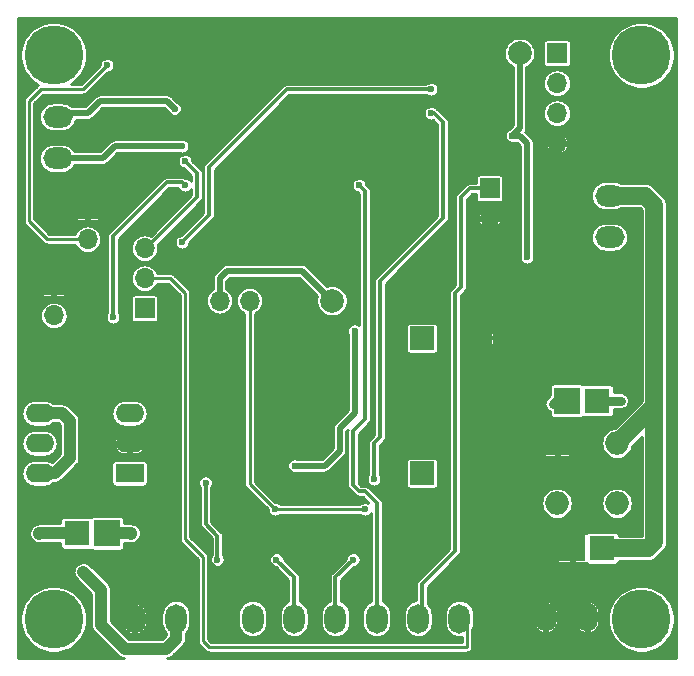
<source format=gbr>
%TF.GenerationSoftware,KiCad,Pcbnew,(5.1.2)-1*%
%TF.CreationDate,2019-05-07T13:27:01+02:00*%
%TF.ProjectId,nfc-door,6e66632d-646f-46f7-922e-6b696361645f,rev?*%
%TF.SameCoordinates,Original*%
%TF.FileFunction,Copper,L2,Bot*%
%TF.FilePolarity,Positive*%
%FSLAX46Y46*%
G04 Gerber Fmt 4.6, Leading zero omitted, Abs format (unit mm)*
G04 Created by KiCad (PCBNEW (5.1.2)-1) date 2019-05-07 13:27:01*
%MOMM*%
%LPD*%
G04 APERTURE LIST*
%ADD10R,2.000000X2.000000*%
%ADD11C,2.000000*%
%ADD12R,1.700000X1.700000*%
%ADD13O,1.700000X1.700000*%
%ADD14C,1.998980*%
%ADD15R,2.286000X2.286000*%
%ADD16R,2.159000X2.159000*%
%ADD17O,1.800000X2.500000*%
%ADD18O,2.500000X1.800000*%
%ADD19R,2.400000X1.600000*%
%ADD20O,2.400000X1.600000*%
%ADD21C,5.000000*%
%ADD22O,2.000000X2.000000*%
%ADD23C,0.600000*%
%ADD24C,0.500000*%
%ADD25C,1.000000*%
%ADD26C,1.500000*%
%ADD27C,0.250000*%
%ADD28C,0.750000*%
%ADD29C,0.300000*%
%ADD30C,0.254000*%
G04 APERTURE END LIST*
D10*
X111170000Y-139430000D03*
D11*
X116170000Y-139430000D03*
D12*
X79990000Y-123534000D03*
D13*
X79990000Y-126074000D03*
D14*
X103550000Y-124825000D03*
X103550000Y-124825000D03*
X103550000Y-124825000D03*
D15*
X84500000Y-144510000D03*
D16*
X81960000Y-144510000D03*
D12*
X87675000Y-125460000D03*
D13*
X87675000Y-122920000D03*
X87675000Y-120380000D03*
D12*
X122600000Y-103870000D03*
D13*
X122600000Y-106410000D03*
X122600000Y-108950000D03*
X122600000Y-111490000D03*
D17*
X114340000Y-151734000D03*
X110840000Y-151734000D03*
D18*
X80309000Y-112760000D03*
X80309000Y-109260000D03*
D16*
X126410000Y-145780000D03*
D15*
X123870000Y-145780000D03*
D16*
X81960000Y-144510000D03*
D15*
X84500000Y-144510000D03*
D16*
X125990000Y-133284000D03*
D15*
X123450000Y-133284000D03*
D12*
X99105000Y-124825000D03*
D13*
X96565000Y-124825000D03*
X94025000Y-124825000D03*
D19*
X86405000Y-139430000D03*
D20*
X78785000Y-134350000D03*
X86405000Y-136890000D03*
X78785000Y-136890000D03*
X86405000Y-134350000D03*
X78785000Y-139430000D03*
D12*
X116885000Y-115300000D03*
D13*
X116885000Y-117840000D03*
D12*
X82849000Y-117078000D03*
D13*
X82849000Y-119618000D03*
D14*
X119425000Y-103870000D03*
X103550000Y-124825000D03*
D10*
X111170000Y-128000000D03*
D11*
X116170000Y-128000000D03*
D18*
X127045000Y-115935000D03*
X127045000Y-119435000D03*
D17*
X90340000Y-151734000D03*
X86840000Y-151734000D03*
X100340000Y-151734000D03*
X96840000Y-151734000D03*
X107340000Y-151734000D03*
X103840000Y-151734000D03*
X125140000Y-151622000D03*
X121640000Y-151622000D03*
D21*
X79990000Y-151784000D03*
X129740000Y-151784000D03*
X79990000Y-104034000D03*
X129740000Y-104034000D03*
D10*
X122600000Y-136890000D03*
D22*
X127680000Y-141970000D03*
X122600000Y-141970000D03*
X127680000Y-136890000D03*
D23*
X104185000Y-133535000D03*
X102280000Y-136890000D03*
X116504000Y-122412000D03*
X84754000Y-109712000D03*
X104185000Y-133535000D03*
X102280000Y-136890000D03*
X116504000Y-122412000D03*
X84754000Y-109712000D03*
X104185000Y-133535000D03*
X102280000Y-136890000D03*
X116504000Y-122412000D03*
X84754000Y-109712000D03*
X104185000Y-133535000D03*
X102280000Y-136890000D03*
X116504000Y-122412000D03*
X84754000Y-109712000D03*
X118790000Y-110855000D03*
X120060000Y-121142000D03*
X98724000Y-142478000D03*
X106344000Y-142478000D03*
X118790000Y-110855000D03*
X120060000Y-121142000D03*
X98724000Y-142478000D03*
X106344000Y-142478000D03*
X118790000Y-110855000D03*
X120060000Y-121142000D03*
X98724000Y-142478000D03*
X106344000Y-142478000D03*
X118790000Y-110855000D03*
X120060000Y-121142000D03*
X98724000Y-142478000D03*
X106344000Y-142478000D03*
X122240000Y-133534000D03*
X86545000Y-144510000D03*
X122240000Y-133534000D03*
X86545000Y-144510000D03*
X122240000Y-133534000D03*
X86545000Y-144510000D03*
X122240000Y-133534000D03*
X86545000Y-144510000D03*
X91104000Y-115046000D03*
X85008000Y-126222000D03*
X91104000Y-115046000D03*
X85008000Y-126222000D03*
X91104000Y-115046000D03*
X85008000Y-126222000D03*
X91104000Y-115046000D03*
X85008000Y-126222000D03*
X105340000Y-146734000D03*
X105340000Y-146734000D03*
X105340000Y-146734000D03*
X105340000Y-146734000D03*
X82490000Y-147784000D03*
X82490000Y-147784000D03*
X82490000Y-147784000D03*
X82490000Y-147784000D03*
X93840000Y-146734000D03*
X92840000Y-140234000D03*
X98840000Y-146734000D03*
X93840000Y-146734000D03*
X92840000Y-140234000D03*
X98840000Y-146734000D03*
X93840000Y-146734000D03*
X92840000Y-140234000D03*
X98840000Y-146734000D03*
X93840000Y-146734000D03*
X92840000Y-140234000D03*
X98840000Y-146734000D03*
X100375000Y-138795000D03*
X105455000Y-127365000D03*
X100375000Y-138795000D03*
X105455000Y-127365000D03*
X100375000Y-138795000D03*
X105455000Y-127365000D03*
X100375000Y-138795000D03*
X105455000Y-127365000D03*
X78740000Y-144534000D03*
X78740000Y-144534000D03*
X78740000Y-144534000D03*
X78740000Y-144534000D03*
X111932000Y-108950000D03*
X107106000Y-139938000D03*
X111932000Y-108950000D03*
X107106000Y-139938000D03*
X111932000Y-108950000D03*
X107106000Y-139938000D03*
X111932000Y-108950000D03*
X107106000Y-139938000D03*
X90850000Y-119872000D03*
X111932000Y-106918000D03*
X90850000Y-119872000D03*
X111932000Y-106918000D03*
X90850000Y-119872000D03*
X111932000Y-106918000D03*
X90850000Y-119872000D03*
X111932000Y-106918000D03*
X127990000Y-133284000D03*
X127990000Y-133284000D03*
X127990000Y-133284000D03*
X127990000Y-133284000D03*
X90850000Y-111744000D03*
X90850000Y-111744000D03*
X90850000Y-111744000D03*
X90850000Y-111744000D03*
X90215000Y-108569000D03*
X90215000Y-108569000D03*
X90215000Y-108569000D03*
X90215000Y-108569000D03*
X105836000Y-115046000D03*
X105836000Y-115046000D03*
X105836000Y-115046000D03*
X105836000Y-115046000D03*
X84500000Y-104886000D03*
X84500000Y-104886000D03*
X84500000Y-104886000D03*
X84500000Y-104886000D03*
X91104000Y-113014000D03*
X91104000Y-113014000D03*
X91104000Y-113014000D03*
X91104000Y-113014000D03*
D24*
X104185000Y-133535000D02*
X102915000Y-134805000D01*
X102915000Y-134805000D02*
X102915000Y-136255000D01*
X102915000Y-136255000D02*
X102280000Y-136890000D01*
X99105000Y-124825000D02*
X99105000Y-125460000D01*
X104185000Y-130540000D02*
X104185000Y-133535000D01*
X99105000Y-125460000D02*
X104185000Y-130540000D01*
D25*
X116885000Y-117840000D02*
X116885000Y-122031000D01*
X116170000Y-122746000D02*
X116170000Y-128000000D01*
X116885000Y-122031000D02*
X116170000Y-122746000D01*
X116504000Y-122412000D02*
X116170000Y-122746000D01*
D24*
X118536000Y-117840000D02*
X116885000Y-117840000D01*
X118790000Y-117586000D02*
X118536000Y-117840000D01*
X118790000Y-113014000D02*
X118790000Y-117586000D01*
X116504000Y-110728000D02*
X118790000Y-113014000D01*
X116504000Y-108188000D02*
X116504000Y-110728000D01*
X113456000Y-105140000D02*
X116504000Y-108188000D01*
X98724000Y-105140000D02*
X113456000Y-105140000D01*
X93898000Y-109966000D02*
X98724000Y-105140000D01*
X85008000Y-109966000D02*
X93898000Y-109966000D01*
X84754000Y-109712000D02*
X85008000Y-109966000D01*
D25*
X86405000Y-136890000D02*
X88691000Y-136890000D01*
X88691000Y-136890000D02*
X89580000Y-137779000D01*
X89580000Y-137779000D02*
X89580000Y-145399000D01*
X89580000Y-145399000D02*
X86405000Y-148574000D01*
X86405000Y-148574000D02*
X86405000Y-151749000D01*
D26*
X122600000Y-136890000D02*
X120634000Y-136890000D01*
X118094000Y-139430000D02*
X116170000Y-139430000D01*
X120634000Y-136890000D02*
X118094000Y-139430000D01*
X116170000Y-128000000D02*
X116170000Y-130460000D01*
X116170000Y-130460000D02*
X122600000Y-136890000D01*
X116170000Y-139430000D02*
X116170000Y-146152000D01*
X116170000Y-146152000D02*
X121640000Y-151622000D01*
D24*
X104185000Y-133535000D02*
X102915000Y-134805000D01*
X102915000Y-134805000D02*
X102915000Y-136255000D01*
X102915000Y-136255000D02*
X102280000Y-136890000D01*
X99105000Y-124825000D02*
X99105000Y-125460000D01*
X104185000Y-130540000D02*
X104185000Y-133535000D01*
X99105000Y-125460000D02*
X104185000Y-130540000D01*
D25*
X116885000Y-117840000D02*
X116885000Y-122031000D01*
X116170000Y-122746000D02*
X116170000Y-128000000D01*
X116885000Y-122031000D02*
X116170000Y-122746000D01*
X116504000Y-122412000D02*
X116170000Y-122746000D01*
D24*
X118536000Y-117840000D02*
X116885000Y-117840000D01*
X118790000Y-117586000D02*
X118536000Y-117840000D01*
X118790000Y-113014000D02*
X118790000Y-117586000D01*
X116504000Y-110728000D02*
X118790000Y-113014000D01*
X116504000Y-108188000D02*
X116504000Y-110728000D01*
X113456000Y-105140000D02*
X116504000Y-108188000D01*
X98724000Y-105140000D02*
X113456000Y-105140000D01*
X93898000Y-109966000D02*
X98724000Y-105140000D01*
X85008000Y-109966000D02*
X93898000Y-109966000D01*
X84754000Y-109712000D02*
X85008000Y-109966000D01*
D25*
X86405000Y-136890000D02*
X88691000Y-136890000D01*
X88691000Y-136890000D02*
X89580000Y-137779000D01*
X89580000Y-137779000D02*
X89580000Y-145399000D01*
X89580000Y-145399000D02*
X86405000Y-148574000D01*
X86405000Y-148574000D02*
X86405000Y-151749000D01*
D26*
X122600000Y-136890000D02*
X120634000Y-136890000D01*
X118094000Y-139430000D02*
X116170000Y-139430000D01*
X120634000Y-136890000D02*
X118094000Y-139430000D01*
X116170000Y-128000000D02*
X116170000Y-130460000D01*
X116170000Y-130460000D02*
X122600000Y-136890000D01*
X116170000Y-139430000D02*
X116170000Y-146152000D01*
X116170000Y-146152000D02*
X121640000Y-151622000D01*
D24*
X104185000Y-133535000D02*
X102915000Y-134805000D01*
X102915000Y-134805000D02*
X102915000Y-136255000D01*
X102915000Y-136255000D02*
X102280000Y-136890000D01*
X99105000Y-124825000D02*
X99105000Y-125460000D01*
X104185000Y-130540000D02*
X104185000Y-133535000D01*
X99105000Y-125460000D02*
X104185000Y-130540000D01*
D25*
X116885000Y-117840000D02*
X116885000Y-122031000D01*
X116170000Y-122746000D02*
X116170000Y-128000000D01*
X116885000Y-122031000D02*
X116170000Y-122746000D01*
X116504000Y-122412000D02*
X116170000Y-122746000D01*
D24*
X118536000Y-117840000D02*
X116885000Y-117840000D01*
X118790000Y-117586000D02*
X118536000Y-117840000D01*
X118790000Y-113014000D02*
X118790000Y-117586000D01*
X116504000Y-110728000D02*
X118790000Y-113014000D01*
X116504000Y-108188000D02*
X116504000Y-110728000D01*
X113456000Y-105140000D02*
X116504000Y-108188000D01*
X98724000Y-105140000D02*
X113456000Y-105140000D01*
X93898000Y-109966000D02*
X98724000Y-105140000D01*
X85008000Y-109966000D02*
X93898000Y-109966000D01*
X84754000Y-109712000D02*
X85008000Y-109966000D01*
D25*
X86405000Y-136890000D02*
X88691000Y-136890000D01*
X88691000Y-136890000D02*
X89580000Y-137779000D01*
X89580000Y-137779000D02*
X89580000Y-145399000D01*
X89580000Y-145399000D02*
X86405000Y-148574000D01*
X86405000Y-148574000D02*
X86405000Y-151749000D01*
D26*
X122600000Y-136890000D02*
X120634000Y-136890000D01*
X118094000Y-139430000D02*
X116170000Y-139430000D01*
X120634000Y-136890000D02*
X118094000Y-139430000D01*
X116170000Y-128000000D02*
X116170000Y-130460000D01*
X116170000Y-130460000D02*
X122600000Y-136890000D01*
X116170000Y-139430000D02*
X116170000Y-146152000D01*
X116170000Y-146152000D02*
X121640000Y-151622000D01*
D24*
X104185000Y-133535000D02*
X102915000Y-134805000D01*
X102915000Y-134805000D02*
X102915000Y-136255000D01*
X102915000Y-136255000D02*
X102280000Y-136890000D01*
X99105000Y-124825000D02*
X99105000Y-125460000D01*
X104185000Y-130540000D02*
X104185000Y-133535000D01*
X99105000Y-125460000D02*
X104185000Y-130540000D01*
D25*
X116885000Y-117840000D02*
X116885000Y-122031000D01*
X116170000Y-122746000D02*
X116170000Y-128000000D01*
X116885000Y-122031000D02*
X116170000Y-122746000D01*
X116504000Y-122412000D02*
X116170000Y-122746000D01*
D24*
X118536000Y-117840000D02*
X116885000Y-117840000D01*
X118790000Y-117586000D02*
X118536000Y-117840000D01*
X118790000Y-113014000D02*
X118790000Y-117586000D01*
X116504000Y-110728000D02*
X118790000Y-113014000D01*
X116504000Y-108188000D02*
X116504000Y-110728000D01*
X113456000Y-105140000D02*
X116504000Y-108188000D01*
X98724000Y-105140000D02*
X113456000Y-105140000D01*
X93898000Y-109966000D02*
X98724000Y-105140000D01*
X85008000Y-109966000D02*
X93898000Y-109966000D01*
X84754000Y-109712000D02*
X85008000Y-109966000D01*
D25*
X86405000Y-136890000D02*
X88691000Y-136890000D01*
X88691000Y-136890000D02*
X89580000Y-137779000D01*
X89580000Y-137779000D02*
X89580000Y-145399000D01*
X89580000Y-145399000D02*
X86405000Y-148574000D01*
X86405000Y-148574000D02*
X86405000Y-151749000D01*
D26*
X122600000Y-136890000D02*
X120634000Y-136890000D01*
X118094000Y-139430000D02*
X116170000Y-139430000D01*
X120634000Y-136890000D02*
X118094000Y-139430000D01*
X116170000Y-128000000D02*
X116170000Y-130460000D01*
X116170000Y-130460000D02*
X122600000Y-136890000D01*
X116170000Y-139430000D02*
X116170000Y-146152000D01*
X116170000Y-146152000D02*
X121640000Y-151622000D01*
D24*
X119425000Y-103870000D02*
X119425000Y-110220000D01*
X119425000Y-110220000D02*
X118790000Y-110855000D01*
X119425000Y-110855000D02*
X118790000Y-110855000D01*
X120060000Y-111490000D02*
X119425000Y-110855000D01*
X120060000Y-121142000D02*
X120060000Y-111490000D01*
D27*
X98724000Y-142478000D02*
X106344000Y-142478000D01*
X96565000Y-124825000D02*
X96565000Y-140319000D01*
X96565000Y-140319000D02*
X98724000Y-142478000D01*
D24*
X119425000Y-103870000D02*
X119425000Y-110220000D01*
X119425000Y-110220000D02*
X118790000Y-110855000D01*
X119425000Y-110855000D02*
X118790000Y-110855000D01*
X120060000Y-111490000D02*
X119425000Y-110855000D01*
X120060000Y-121142000D02*
X120060000Y-111490000D01*
D27*
X98724000Y-142478000D02*
X106344000Y-142478000D01*
X96565000Y-124825000D02*
X96565000Y-140319000D01*
X96565000Y-140319000D02*
X98724000Y-142478000D01*
D24*
X119425000Y-103870000D02*
X119425000Y-110220000D01*
X119425000Y-110220000D02*
X118790000Y-110855000D01*
X119425000Y-110855000D02*
X118790000Y-110855000D01*
X120060000Y-111490000D02*
X119425000Y-110855000D01*
X120060000Y-121142000D02*
X120060000Y-111490000D01*
D27*
X98724000Y-142478000D02*
X106344000Y-142478000D01*
X96565000Y-124825000D02*
X96565000Y-140319000D01*
X96565000Y-140319000D02*
X98724000Y-142478000D01*
D24*
X119425000Y-103870000D02*
X119425000Y-110220000D01*
X119425000Y-110220000D02*
X118790000Y-110855000D01*
X119425000Y-110855000D02*
X118790000Y-110855000D01*
X120060000Y-111490000D02*
X119425000Y-110855000D01*
X120060000Y-121142000D02*
X120060000Y-111490000D01*
D27*
X98724000Y-142478000D02*
X106344000Y-142478000D01*
X96565000Y-124825000D02*
X96565000Y-140319000D01*
X96565000Y-140319000D02*
X98724000Y-142478000D01*
D28*
X122490000Y-133284000D02*
X123450000Y-133284000D01*
X122240000Y-133534000D02*
X122490000Y-133284000D01*
D25*
X86545000Y-144510000D02*
X86521000Y-144534000D01*
X86521000Y-144534000D02*
X86490000Y-144534000D01*
X86545000Y-144510000D02*
X84500000Y-144510000D01*
D28*
X122490000Y-133284000D02*
X123450000Y-133284000D01*
X122240000Y-133534000D02*
X122490000Y-133284000D01*
D25*
X86545000Y-144510000D02*
X86521000Y-144534000D01*
X86521000Y-144534000D02*
X86490000Y-144534000D01*
X86545000Y-144510000D02*
X84500000Y-144510000D01*
D28*
X122490000Y-133284000D02*
X123450000Y-133284000D01*
X122240000Y-133534000D02*
X122490000Y-133284000D01*
D25*
X86545000Y-144510000D02*
X86521000Y-144534000D01*
X86521000Y-144534000D02*
X86490000Y-144534000D01*
X86545000Y-144510000D02*
X84500000Y-144510000D01*
D28*
X122490000Y-133284000D02*
X123450000Y-133284000D01*
X122240000Y-133534000D02*
X122490000Y-133284000D01*
D25*
X86545000Y-144510000D02*
X86521000Y-144534000D01*
X86521000Y-144534000D02*
X86490000Y-144534000D01*
X86545000Y-144510000D02*
X84500000Y-144510000D01*
D24*
X94025000Y-124825000D02*
X94025000Y-123555000D01*
X94025000Y-123555000D02*
X94025000Y-122920000D01*
X94025000Y-122920000D02*
X94660000Y-122285000D01*
X94660000Y-122285000D02*
X101010000Y-122285000D01*
X101010000Y-122285000D02*
X103550000Y-124825000D01*
X94025000Y-124825000D02*
X94025000Y-123555000D01*
X94025000Y-123555000D02*
X94025000Y-122920000D01*
X94025000Y-122920000D02*
X94660000Y-122285000D01*
X94660000Y-122285000D02*
X101010000Y-122285000D01*
X101010000Y-122285000D02*
X103550000Y-124825000D01*
X94025000Y-124825000D02*
X94025000Y-123555000D01*
X94025000Y-123555000D02*
X94025000Y-122920000D01*
X94025000Y-122920000D02*
X94660000Y-122285000D01*
X94660000Y-122285000D02*
X101010000Y-122285000D01*
X101010000Y-122285000D02*
X103550000Y-124825000D01*
X94025000Y-124825000D02*
X94025000Y-123555000D01*
X94025000Y-123555000D02*
X94025000Y-122920000D01*
X94025000Y-122920000D02*
X94660000Y-122285000D01*
X94660000Y-122285000D02*
X101010000Y-122285000D01*
X101010000Y-122285000D02*
X103550000Y-124825000D01*
D29*
X90850000Y-114792000D02*
X91104000Y-115046000D01*
X89580000Y-114792000D02*
X90850000Y-114792000D01*
X85008000Y-119364000D02*
X89580000Y-114792000D01*
X85008000Y-126222000D02*
X85008000Y-119364000D01*
X90850000Y-114792000D02*
X91104000Y-115046000D01*
X89580000Y-114792000D02*
X90850000Y-114792000D01*
X85008000Y-119364000D02*
X89580000Y-114792000D01*
X85008000Y-126222000D02*
X85008000Y-119364000D01*
X90850000Y-114792000D02*
X91104000Y-115046000D01*
X89580000Y-114792000D02*
X90850000Y-114792000D01*
X85008000Y-119364000D02*
X89580000Y-114792000D01*
X85008000Y-126222000D02*
X85008000Y-119364000D01*
X90850000Y-114792000D02*
X91104000Y-115046000D01*
X89580000Y-114792000D02*
X90850000Y-114792000D01*
X85008000Y-119364000D02*
X89580000Y-114792000D01*
X85008000Y-126222000D02*
X85008000Y-119364000D01*
X103840000Y-148234000D02*
X103840000Y-151734000D01*
X105340000Y-146734000D02*
X103840000Y-148234000D01*
X103840000Y-148234000D02*
X103840000Y-151734000D01*
X105340000Y-146734000D02*
X103840000Y-148234000D01*
X103840000Y-148234000D02*
X103840000Y-151734000D01*
X105340000Y-146734000D02*
X103840000Y-148234000D01*
X103840000Y-148234000D02*
X103840000Y-151734000D01*
X105340000Y-146734000D02*
X103840000Y-148234000D01*
D25*
X90340000Y-151734000D02*
X90340000Y-153434000D01*
X83990000Y-149284000D02*
X82490000Y-147784000D01*
X83990000Y-152284000D02*
X83990000Y-149284000D01*
X85990000Y-154284000D02*
X83990000Y-152284000D01*
X89490000Y-154284000D02*
X85990000Y-154284000D01*
X90340000Y-153434000D02*
X89490000Y-154284000D01*
X90340000Y-151734000D02*
X90340000Y-153434000D01*
X83990000Y-149284000D02*
X82490000Y-147784000D01*
X83990000Y-152284000D02*
X83990000Y-149284000D01*
X85990000Y-154284000D02*
X83990000Y-152284000D01*
X89490000Y-154284000D02*
X85990000Y-154284000D01*
X90340000Y-153434000D02*
X89490000Y-154284000D01*
X90340000Y-151734000D02*
X90340000Y-153434000D01*
X83990000Y-149284000D02*
X82490000Y-147784000D01*
X83990000Y-152284000D02*
X83990000Y-149284000D01*
X85990000Y-154284000D02*
X83990000Y-152284000D01*
X89490000Y-154284000D02*
X85990000Y-154284000D01*
X90340000Y-153434000D02*
X89490000Y-154284000D01*
X90340000Y-151734000D02*
X90340000Y-153434000D01*
X83990000Y-149284000D02*
X82490000Y-147784000D01*
X83990000Y-152284000D02*
X83990000Y-149284000D01*
X85990000Y-154284000D02*
X83990000Y-152284000D01*
X89490000Y-154284000D02*
X85990000Y-154284000D01*
X90340000Y-153434000D02*
X89490000Y-154284000D01*
D29*
X93840000Y-144734000D02*
X93840000Y-146734000D01*
X92840000Y-143734000D02*
X93840000Y-144734000D01*
X92840000Y-140234000D02*
X92840000Y-143734000D01*
X100340000Y-148234000D02*
X100340000Y-151734000D01*
X98840000Y-146734000D02*
X100340000Y-148234000D01*
X93840000Y-144734000D02*
X93840000Y-146734000D01*
X92840000Y-143734000D02*
X93840000Y-144734000D01*
X92840000Y-140234000D02*
X92840000Y-143734000D01*
X100340000Y-148234000D02*
X100340000Y-151734000D01*
X98840000Y-146734000D02*
X100340000Y-148234000D01*
X93840000Y-144734000D02*
X93840000Y-146734000D01*
X92840000Y-143734000D02*
X93840000Y-144734000D01*
X92840000Y-140234000D02*
X92840000Y-143734000D01*
X100340000Y-148234000D02*
X100340000Y-151734000D01*
X98840000Y-146734000D02*
X100340000Y-148234000D01*
X93840000Y-144734000D02*
X93840000Y-146734000D01*
X92840000Y-143734000D02*
X93840000Y-144734000D01*
X92840000Y-140234000D02*
X92840000Y-143734000D01*
X100340000Y-148234000D02*
X100340000Y-151734000D01*
X98840000Y-146734000D02*
X100340000Y-148234000D01*
D24*
X105455000Y-134350000D02*
X105455000Y-127365000D01*
X104185000Y-135620000D02*
X105455000Y-134350000D01*
X104185000Y-137525000D02*
X104185000Y-135620000D01*
X102915000Y-138795000D02*
X104185000Y-137525000D01*
X100375000Y-138795000D02*
X102915000Y-138795000D01*
X105455000Y-127365000D02*
X105455000Y-134350000D01*
X105455000Y-134350000D02*
X105455000Y-127365000D01*
X104185000Y-135620000D02*
X105455000Y-134350000D01*
X104185000Y-137525000D02*
X104185000Y-135620000D01*
X102915000Y-138795000D02*
X104185000Y-137525000D01*
X100375000Y-138795000D02*
X102915000Y-138795000D01*
X105455000Y-127365000D02*
X105455000Y-134350000D01*
X105455000Y-134350000D02*
X105455000Y-127365000D01*
X104185000Y-135620000D02*
X105455000Y-134350000D01*
X104185000Y-137525000D02*
X104185000Y-135620000D01*
X102915000Y-138795000D02*
X104185000Y-137525000D01*
X100375000Y-138795000D02*
X102915000Y-138795000D01*
X105455000Y-127365000D02*
X105455000Y-134350000D01*
X105455000Y-134350000D02*
X105455000Y-127365000D01*
X104185000Y-135620000D02*
X105455000Y-134350000D01*
X104185000Y-137525000D02*
X104185000Y-135620000D01*
X102915000Y-138795000D02*
X104185000Y-137525000D01*
X100375000Y-138795000D02*
X102915000Y-138795000D01*
X105455000Y-127365000D02*
X105455000Y-134350000D01*
D25*
X78785000Y-134350000D02*
X80690000Y-134350000D01*
X80055000Y-139430000D02*
X78785000Y-139430000D01*
X81325000Y-138160000D02*
X80055000Y-139430000D01*
X81325000Y-134985000D02*
X81325000Y-138160000D01*
X80690000Y-134350000D02*
X81325000Y-134985000D01*
X81960000Y-144510000D02*
X78764000Y-144510000D01*
X78764000Y-144510000D02*
X78740000Y-144534000D01*
X78785000Y-134350000D02*
X80690000Y-134350000D01*
X80055000Y-139430000D02*
X78785000Y-139430000D01*
X81325000Y-138160000D02*
X80055000Y-139430000D01*
X81325000Y-134985000D02*
X81325000Y-138160000D01*
X80690000Y-134350000D02*
X81325000Y-134985000D01*
X81960000Y-144510000D02*
X78764000Y-144510000D01*
X78764000Y-144510000D02*
X78740000Y-144534000D01*
X78785000Y-134350000D02*
X80690000Y-134350000D01*
X80055000Y-139430000D02*
X78785000Y-139430000D01*
X81325000Y-138160000D02*
X80055000Y-139430000D01*
X81325000Y-134985000D02*
X81325000Y-138160000D01*
X80690000Y-134350000D02*
X81325000Y-134985000D01*
X81960000Y-144510000D02*
X78764000Y-144510000D01*
X78764000Y-144510000D02*
X78740000Y-144534000D01*
X78785000Y-134350000D02*
X80690000Y-134350000D01*
X80055000Y-139430000D02*
X78785000Y-139430000D01*
X81325000Y-138160000D02*
X80055000Y-139430000D01*
X81325000Y-134985000D02*
X81325000Y-138160000D01*
X80690000Y-134350000D02*
X81325000Y-134985000D01*
X81960000Y-144510000D02*
X78764000Y-144510000D01*
X78764000Y-144510000D02*
X78740000Y-144534000D01*
D29*
X107106000Y-136890000D02*
X107106000Y-139938000D01*
X107614000Y-136382000D02*
X107106000Y-136890000D01*
X107614000Y-123174000D02*
X107614000Y-136382000D01*
X108884000Y-121904000D02*
X107614000Y-123174000D01*
X112186000Y-108950000D02*
X111932000Y-108950000D01*
X112948000Y-109712000D02*
X112186000Y-108950000D01*
X112948000Y-110728000D02*
X112948000Y-109712000D01*
X112948000Y-117840000D02*
X112948000Y-110728000D01*
X108884000Y-121904000D02*
X112948000Y-117840000D01*
X107106000Y-136890000D02*
X107106000Y-139938000D01*
X107614000Y-136382000D02*
X107106000Y-136890000D01*
X107614000Y-123174000D02*
X107614000Y-136382000D01*
X108884000Y-121904000D02*
X107614000Y-123174000D01*
X112186000Y-108950000D02*
X111932000Y-108950000D01*
X112948000Y-109712000D02*
X112186000Y-108950000D01*
X112948000Y-110728000D02*
X112948000Y-109712000D01*
X112948000Y-117840000D02*
X112948000Y-110728000D01*
X108884000Y-121904000D02*
X112948000Y-117840000D01*
X107106000Y-136890000D02*
X107106000Y-139938000D01*
X107614000Y-136382000D02*
X107106000Y-136890000D01*
X107614000Y-123174000D02*
X107614000Y-136382000D01*
X108884000Y-121904000D02*
X107614000Y-123174000D01*
X112186000Y-108950000D02*
X111932000Y-108950000D01*
X112948000Y-109712000D02*
X112186000Y-108950000D01*
X112948000Y-110728000D02*
X112948000Y-109712000D01*
X112948000Y-117840000D02*
X112948000Y-110728000D01*
X108884000Y-121904000D02*
X112948000Y-117840000D01*
X107106000Y-136890000D02*
X107106000Y-139938000D01*
X107614000Y-136382000D02*
X107106000Y-136890000D01*
X107614000Y-123174000D02*
X107614000Y-136382000D01*
X108884000Y-121904000D02*
X107614000Y-123174000D01*
X112186000Y-108950000D02*
X111932000Y-108950000D01*
X112948000Y-109712000D02*
X112186000Y-108950000D01*
X112948000Y-110728000D02*
X112948000Y-109712000D01*
X112948000Y-117840000D02*
X112948000Y-110728000D01*
X108884000Y-121904000D02*
X112948000Y-117840000D01*
X90850000Y-119872000D02*
X93136000Y-117586000D01*
X93136000Y-117586000D02*
X93136000Y-113522000D01*
X93136000Y-113522000D02*
X99740000Y-106918000D01*
X99740000Y-106918000D02*
X111932000Y-106918000D01*
X90850000Y-119872000D02*
X93136000Y-117586000D01*
X93136000Y-117586000D02*
X93136000Y-113522000D01*
X93136000Y-113522000D02*
X99740000Y-106918000D01*
X99740000Y-106918000D02*
X111932000Y-106918000D01*
X90850000Y-119872000D02*
X93136000Y-117586000D01*
X93136000Y-117586000D02*
X93136000Y-113522000D01*
X93136000Y-113522000D02*
X99740000Y-106918000D01*
X99740000Y-106918000D02*
X111932000Y-106918000D01*
X90850000Y-119872000D02*
X93136000Y-117586000D01*
X93136000Y-117586000D02*
X93136000Y-113522000D01*
X93136000Y-113522000D02*
X99740000Y-106918000D01*
X99740000Y-106918000D02*
X111932000Y-106918000D01*
D28*
X125990000Y-133284000D02*
X127990000Y-133284000D01*
X125990000Y-133284000D02*
X127990000Y-133284000D01*
X125990000Y-133284000D02*
X127990000Y-133284000D01*
X125990000Y-133284000D02*
X127990000Y-133284000D01*
D24*
X80309000Y-112760000D02*
X84119000Y-112760000D01*
X85135000Y-111744000D02*
X90850000Y-111744000D01*
X84119000Y-112760000D02*
X85135000Y-111744000D01*
X80309000Y-112760000D02*
X84119000Y-112760000D01*
X85135000Y-111744000D02*
X90850000Y-111744000D01*
X84119000Y-112760000D02*
X85135000Y-111744000D01*
X80309000Y-112760000D02*
X84119000Y-112760000D01*
X85135000Y-111744000D02*
X90850000Y-111744000D01*
X84119000Y-112760000D02*
X85135000Y-111744000D01*
X80309000Y-112760000D02*
X84119000Y-112760000D01*
X85135000Y-111744000D02*
X90850000Y-111744000D01*
X84119000Y-112760000D02*
X85135000Y-111744000D01*
X80309000Y-108950000D02*
X82849000Y-108950000D01*
X82849000Y-108950000D02*
X83865000Y-107934000D01*
X83865000Y-107934000D02*
X89580000Y-107934000D01*
X89580000Y-107934000D02*
X90215000Y-108569000D01*
X80309000Y-108950000D02*
X82849000Y-108950000D01*
X82849000Y-108950000D02*
X83865000Y-107934000D01*
X83865000Y-107934000D02*
X89580000Y-107934000D01*
X89580000Y-107934000D02*
X90215000Y-108569000D01*
X80309000Y-108950000D02*
X82849000Y-108950000D01*
X82849000Y-108950000D02*
X83865000Y-107934000D01*
X83865000Y-107934000D02*
X89580000Y-107934000D01*
X89580000Y-107934000D02*
X90215000Y-108569000D01*
X80309000Y-108950000D02*
X82849000Y-108950000D01*
X82849000Y-108950000D02*
X83865000Y-107934000D01*
X83865000Y-107934000D02*
X89580000Y-107934000D01*
X89580000Y-107934000D02*
X90215000Y-108569000D01*
D29*
X107360000Y-151114000D02*
X106725000Y-151749000D01*
X107360000Y-141970000D02*
X107360000Y-151114000D01*
X106344000Y-140954000D02*
X107360000Y-141970000D01*
X105836000Y-140954000D02*
X106344000Y-140954000D01*
X105328000Y-140446000D02*
X105836000Y-140954000D01*
X105328000Y-135874000D02*
X105328000Y-140446000D01*
X106344000Y-134858000D02*
X105328000Y-135874000D01*
X106344000Y-115554000D02*
X106344000Y-134858000D01*
X105836000Y-115046000D02*
X106344000Y-115554000D01*
X107360000Y-151114000D02*
X106725000Y-151749000D01*
X107360000Y-141970000D02*
X107360000Y-151114000D01*
X106344000Y-140954000D02*
X107360000Y-141970000D01*
X105836000Y-140954000D02*
X106344000Y-140954000D01*
X105328000Y-140446000D02*
X105836000Y-140954000D01*
X105328000Y-135874000D02*
X105328000Y-140446000D01*
X106344000Y-134858000D02*
X105328000Y-135874000D01*
X106344000Y-115554000D02*
X106344000Y-134858000D01*
X105836000Y-115046000D02*
X106344000Y-115554000D01*
X107360000Y-151114000D02*
X106725000Y-151749000D01*
X107360000Y-141970000D02*
X107360000Y-151114000D01*
X106344000Y-140954000D02*
X107360000Y-141970000D01*
X105836000Y-140954000D02*
X106344000Y-140954000D01*
X105328000Y-140446000D02*
X105836000Y-140954000D01*
X105328000Y-135874000D02*
X105328000Y-140446000D01*
X106344000Y-134858000D02*
X105328000Y-135874000D01*
X106344000Y-115554000D02*
X106344000Y-134858000D01*
X105836000Y-115046000D02*
X106344000Y-115554000D01*
X107360000Y-151114000D02*
X106725000Y-151749000D01*
X107360000Y-141970000D02*
X107360000Y-151114000D01*
X106344000Y-140954000D02*
X107360000Y-141970000D01*
X105836000Y-140954000D02*
X106344000Y-140954000D01*
X105328000Y-140446000D02*
X105836000Y-140954000D01*
X105328000Y-135874000D02*
X105328000Y-140446000D01*
X106344000Y-134858000D02*
X105328000Y-135874000D01*
X106344000Y-115554000D02*
X106344000Y-134858000D01*
X105836000Y-115046000D02*
X106344000Y-115554000D01*
X116885000Y-115300000D02*
X115234000Y-115300000D01*
X111170000Y-148828000D02*
X111170000Y-151749000D01*
X113964000Y-146034000D02*
X111170000Y-148828000D01*
X113964000Y-124190000D02*
X113964000Y-146034000D01*
X114472000Y-123682000D02*
X113964000Y-124190000D01*
X114472000Y-116062000D02*
X114472000Y-123682000D01*
X115234000Y-115300000D02*
X114472000Y-116062000D01*
X116885000Y-115300000D02*
X115234000Y-115300000D01*
X111170000Y-148828000D02*
X111170000Y-151749000D01*
X113964000Y-146034000D02*
X111170000Y-148828000D01*
X113964000Y-124190000D02*
X113964000Y-146034000D01*
X114472000Y-123682000D02*
X113964000Y-124190000D01*
X114472000Y-116062000D02*
X114472000Y-123682000D01*
X115234000Y-115300000D02*
X114472000Y-116062000D01*
X116885000Y-115300000D02*
X115234000Y-115300000D01*
X111170000Y-148828000D02*
X111170000Y-151749000D01*
X113964000Y-146034000D02*
X111170000Y-148828000D01*
X113964000Y-124190000D02*
X113964000Y-146034000D01*
X114472000Y-123682000D02*
X113964000Y-124190000D01*
X114472000Y-116062000D02*
X114472000Y-123682000D01*
X115234000Y-115300000D02*
X114472000Y-116062000D01*
X116885000Y-115300000D02*
X115234000Y-115300000D01*
X111170000Y-148828000D02*
X111170000Y-151749000D01*
X113964000Y-146034000D02*
X111170000Y-148828000D01*
X113964000Y-124190000D02*
X113964000Y-146034000D01*
X114472000Y-123682000D02*
X113964000Y-124190000D01*
X114472000Y-116062000D02*
X114472000Y-123682000D01*
X115234000Y-115300000D02*
X114472000Y-116062000D01*
D27*
X114980000Y-151749000D02*
X114980000Y-154162000D01*
X89834000Y-122920000D02*
X87675000Y-122920000D01*
X91104000Y-124190000D02*
X89834000Y-122920000D01*
X91104000Y-145018000D02*
X91104000Y-124190000D01*
X92628000Y-146542000D02*
X91104000Y-145018000D01*
X92628000Y-153654000D02*
X92628000Y-146542000D01*
X93136000Y-154162000D02*
X92628000Y-153654000D01*
X94152000Y-154162000D02*
X93136000Y-154162000D01*
X114980000Y-154162000D02*
X94152000Y-154162000D01*
X114980000Y-151749000D02*
X114980000Y-154162000D01*
X89834000Y-122920000D02*
X87675000Y-122920000D01*
X91104000Y-124190000D02*
X89834000Y-122920000D01*
X91104000Y-145018000D02*
X91104000Y-124190000D01*
X92628000Y-146542000D02*
X91104000Y-145018000D01*
X92628000Y-153654000D02*
X92628000Y-146542000D01*
X93136000Y-154162000D02*
X92628000Y-153654000D01*
X94152000Y-154162000D02*
X93136000Y-154162000D01*
X114980000Y-154162000D02*
X94152000Y-154162000D01*
X114980000Y-151749000D02*
X114980000Y-154162000D01*
X89834000Y-122920000D02*
X87675000Y-122920000D01*
X91104000Y-124190000D02*
X89834000Y-122920000D01*
X91104000Y-145018000D02*
X91104000Y-124190000D01*
X92628000Y-146542000D02*
X91104000Y-145018000D01*
X92628000Y-153654000D02*
X92628000Y-146542000D01*
X93136000Y-154162000D02*
X92628000Y-153654000D01*
X94152000Y-154162000D02*
X93136000Y-154162000D01*
X114980000Y-154162000D02*
X94152000Y-154162000D01*
X114980000Y-151749000D02*
X114980000Y-154162000D01*
X89834000Y-122920000D02*
X87675000Y-122920000D01*
X91104000Y-124190000D02*
X89834000Y-122920000D01*
X91104000Y-145018000D02*
X91104000Y-124190000D01*
X92628000Y-146542000D02*
X91104000Y-145018000D01*
X92628000Y-153654000D02*
X92628000Y-146542000D01*
X93136000Y-154162000D02*
X92628000Y-153654000D01*
X94152000Y-154162000D02*
X93136000Y-154162000D01*
X114980000Y-154162000D02*
X94152000Y-154162000D01*
X82849000Y-119618000D02*
X79420000Y-119618000D01*
X79420000Y-119618000D02*
X77896000Y-118094000D01*
X77896000Y-118094000D02*
X77896000Y-107934000D01*
X77896000Y-107934000D02*
X78912000Y-106918000D01*
X78912000Y-106918000D02*
X82468000Y-106918000D01*
X82468000Y-106918000D02*
X84500000Y-104886000D01*
X82849000Y-119618000D02*
X79420000Y-119618000D01*
X79420000Y-119618000D02*
X77896000Y-118094000D01*
X77896000Y-118094000D02*
X77896000Y-107934000D01*
X77896000Y-107934000D02*
X78912000Y-106918000D01*
X78912000Y-106918000D02*
X82468000Y-106918000D01*
X82468000Y-106918000D02*
X84500000Y-104886000D01*
X82849000Y-119618000D02*
X79420000Y-119618000D01*
X79420000Y-119618000D02*
X77896000Y-118094000D01*
X77896000Y-118094000D02*
X77896000Y-107934000D01*
X77896000Y-107934000D02*
X78912000Y-106918000D01*
X78912000Y-106918000D02*
X82468000Y-106918000D01*
X82468000Y-106918000D02*
X84500000Y-104886000D01*
X82849000Y-119618000D02*
X79420000Y-119618000D01*
X79420000Y-119618000D02*
X77896000Y-118094000D01*
X77896000Y-118094000D02*
X77896000Y-107934000D01*
X77896000Y-107934000D02*
X78912000Y-106918000D01*
X78912000Y-106918000D02*
X82468000Y-106918000D01*
X82468000Y-106918000D02*
X84500000Y-104886000D01*
D29*
X87675000Y-120380000D02*
X87802000Y-120380000D01*
X92120000Y-114030000D02*
X91104000Y-113014000D01*
X92120000Y-116062000D02*
X92120000Y-114030000D01*
X87802000Y-120380000D02*
X92120000Y-116062000D01*
X87675000Y-120380000D02*
X87802000Y-120380000D01*
X92120000Y-114030000D02*
X91104000Y-113014000D01*
X92120000Y-116062000D02*
X92120000Y-114030000D01*
X87802000Y-120380000D02*
X92120000Y-116062000D01*
X87675000Y-120380000D02*
X87802000Y-120380000D01*
X92120000Y-114030000D02*
X91104000Y-113014000D01*
X92120000Y-116062000D02*
X92120000Y-114030000D01*
X87802000Y-120380000D02*
X92120000Y-116062000D01*
X87675000Y-120380000D02*
X87802000Y-120380000D01*
X92120000Y-114030000D02*
X91104000Y-113014000D01*
X92120000Y-116062000D02*
X92120000Y-114030000D01*
X87802000Y-120380000D02*
X92120000Y-116062000D01*
D26*
X127045000Y-115935000D02*
X130041000Y-115935000D01*
X130840000Y-133730000D02*
X127680000Y-136890000D01*
X130840000Y-116734000D02*
X130840000Y-133730000D01*
X130041000Y-115935000D02*
X130840000Y-116734000D01*
X126410000Y-145780000D02*
X130294000Y-145780000D01*
X130840000Y-145234000D02*
X130840000Y-133730000D01*
X130294000Y-145780000D02*
X130840000Y-145234000D01*
X127045000Y-115935000D02*
X130041000Y-115935000D01*
X130840000Y-133730000D02*
X127680000Y-136890000D01*
X130840000Y-116734000D02*
X130840000Y-133730000D01*
X130041000Y-115935000D02*
X130840000Y-116734000D01*
X126410000Y-145780000D02*
X130294000Y-145780000D01*
X130840000Y-145234000D02*
X130840000Y-133730000D01*
X130294000Y-145780000D02*
X130840000Y-145234000D01*
X127045000Y-115935000D02*
X130041000Y-115935000D01*
X130840000Y-133730000D02*
X127680000Y-136890000D01*
X130840000Y-116734000D02*
X130840000Y-133730000D01*
X130041000Y-115935000D02*
X130840000Y-116734000D01*
X126410000Y-145780000D02*
X130294000Y-145780000D01*
X130840000Y-145234000D02*
X130840000Y-133730000D01*
X130294000Y-145780000D02*
X130840000Y-145234000D01*
X127045000Y-115935000D02*
X130041000Y-115935000D01*
X130840000Y-133730000D02*
X127680000Y-136890000D01*
X130840000Y-116734000D02*
X130840000Y-133730000D01*
X130041000Y-115935000D02*
X130840000Y-116734000D01*
X126410000Y-145780000D02*
X130294000Y-145780000D01*
X130840000Y-145234000D02*
X130840000Y-133730000D01*
X130294000Y-145780000D02*
X130840000Y-145234000D01*
D30*
G36*
X132713000Y-155107000D02*
G01*
X89571238Y-155107000D01*
X89652120Y-155099034D01*
X89808010Y-155051745D01*
X89951679Y-154974952D01*
X90077606Y-154871606D01*
X90103505Y-154840048D01*
X90896058Y-154047497D01*
X90927606Y-154021606D01*
X90953496Y-153990059D01*
X90953503Y-153990052D01*
X91030952Y-153895680D01*
X91107745Y-153752011D01*
X91130740Y-153676205D01*
X91155034Y-153596120D01*
X91167000Y-153474624D01*
X91167000Y-153474614D01*
X91171000Y-153434000D01*
X91167000Y-153393386D01*
X91167000Y-152992597D01*
X91211817Y-152955817D01*
X91365149Y-152768983D01*
X91479084Y-152555824D01*
X91549245Y-152324534D01*
X91567000Y-152144268D01*
X91567000Y-151323733D01*
X91549245Y-151143467D01*
X91479084Y-150912176D01*
X91365149Y-150699017D01*
X91211817Y-150512183D01*
X91024983Y-150358851D01*
X90811824Y-150244916D01*
X90580534Y-150174755D01*
X90340000Y-150151064D01*
X90099467Y-150174755D01*
X89868177Y-150244916D01*
X89655018Y-150358851D01*
X89468184Y-150512183D01*
X89314852Y-150699017D01*
X89200916Y-150912176D01*
X89130755Y-151143466D01*
X89113000Y-151323732D01*
X89113000Y-152144267D01*
X89130755Y-152324533D01*
X89200916Y-152555823D01*
X89314851Y-152768982D01*
X89468183Y-152955817D01*
X89513001Y-152992598D01*
X89513001Y-153091445D01*
X89147446Y-153457000D01*
X86332554Y-153457000D01*
X84817000Y-151941447D01*
X84817000Y-151861000D01*
X85813000Y-151861000D01*
X85813000Y-152211000D01*
X85857510Y-152408917D01*
X85939776Y-152594348D01*
X86056638Y-152760167D01*
X86203604Y-152900001D01*
X86375026Y-153008476D01*
X86555139Y-153070703D01*
X86713000Y-153071114D01*
X86713000Y-151861000D01*
X86967000Y-151861000D01*
X86967000Y-153071114D01*
X87124861Y-153070703D01*
X87304974Y-153008476D01*
X87476396Y-152900001D01*
X87623362Y-152760167D01*
X87740224Y-152594348D01*
X87822490Y-152408917D01*
X87867000Y-152211000D01*
X87867000Y-151861000D01*
X86967000Y-151861000D01*
X86713000Y-151861000D01*
X85813000Y-151861000D01*
X84817000Y-151861000D01*
X84817000Y-151257000D01*
X85813000Y-151257000D01*
X85813000Y-151607000D01*
X86713000Y-151607000D01*
X86967000Y-151607000D01*
X87867000Y-151607000D01*
X87867000Y-151257000D01*
X87822490Y-151059083D01*
X87740224Y-150873652D01*
X87623362Y-150707833D01*
X87476396Y-150567999D01*
X87304974Y-150459524D01*
X87124861Y-150397297D01*
X86967000Y-150396886D01*
X86967000Y-151607000D01*
X86713000Y-151607000D01*
X86713000Y-150396886D01*
X86555139Y-150397297D01*
X86375026Y-150459524D01*
X86203604Y-150567999D01*
X86056638Y-150707833D01*
X85939776Y-150873652D01*
X85857510Y-151059083D01*
X85813000Y-151257000D01*
X84817000Y-151257000D01*
X84817000Y-149324610D01*
X84821000Y-149283999D01*
X84817000Y-149243388D01*
X84817000Y-149243376D01*
X84805034Y-149121880D01*
X84757745Y-148965990D01*
X84680952Y-148822321D01*
X84680951Y-148822319D01*
X84603502Y-148727947D01*
X84603496Y-148727941D01*
X84577606Y-148696394D01*
X84546058Y-148670503D01*
X83046051Y-147170498D01*
X82951679Y-147093048D01*
X82808010Y-147016256D01*
X82652120Y-146968967D01*
X82490000Y-146953000D01*
X82327880Y-146968967D01*
X82171990Y-147016256D01*
X82028321Y-147093048D01*
X81902394Y-147196394D01*
X81799048Y-147322321D01*
X81722256Y-147465990D01*
X81674967Y-147621880D01*
X81659000Y-147784000D01*
X81674967Y-147946120D01*
X81722256Y-148102010D01*
X81799048Y-148245679D01*
X81876498Y-148340051D01*
X83163001Y-149626556D01*
X83163000Y-152243386D01*
X83159000Y-152284000D01*
X83163000Y-152324614D01*
X83163000Y-152324623D01*
X83174966Y-152446119D01*
X83222255Y-152602009D01*
X83246927Y-152648167D01*
X83299048Y-152745679D01*
X83333781Y-152788001D01*
X83402394Y-152871606D01*
X83433952Y-152897505D01*
X85376499Y-154840053D01*
X85402394Y-154871606D01*
X85433947Y-154897501D01*
X85433948Y-154897502D01*
X85528319Y-154974952D01*
X85628407Y-155028450D01*
X85671990Y-155051745D01*
X85827880Y-155099034D01*
X85908762Y-155107000D01*
X76967000Y-155107000D01*
X76967000Y-151505565D01*
X77163000Y-151505565D01*
X77163000Y-152062435D01*
X77271640Y-152608606D01*
X77484745Y-153123087D01*
X77794125Y-153586108D01*
X78187892Y-153979875D01*
X78650913Y-154289255D01*
X79165394Y-154502360D01*
X79711565Y-154611000D01*
X80268435Y-154611000D01*
X80814606Y-154502360D01*
X81329087Y-154289255D01*
X81792108Y-153979875D01*
X82185875Y-153586108D01*
X82495255Y-153123087D01*
X82708360Y-152608606D01*
X82817000Y-152062435D01*
X82817000Y-151505565D01*
X82708360Y-150959394D01*
X82495255Y-150444913D01*
X82185875Y-149981892D01*
X81792108Y-149588125D01*
X81329087Y-149278745D01*
X80814606Y-149065640D01*
X80268435Y-148957000D01*
X79711565Y-148957000D01*
X79165394Y-149065640D01*
X78650913Y-149278745D01*
X78187892Y-149588125D01*
X77794125Y-149981892D01*
X77484745Y-150444913D01*
X77271640Y-150959394D01*
X77163000Y-151505565D01*
X76967000Y-151505565D01*
X76967000Y-144534000D01*
X77909000Y-144534000D01*
X77924967Y-144696120D01*
X77972256Y-144852010D01*
X78049048Y-144995679D01*
X78152394Y-145121606D01*
X78278321Y-145224952D01*
X78421990Y-145301744D01*
X78577880Y-145349033D01*
X78740000Y-145365000D01*
X78902120Y-145349033D01*
X78941787Y-145337000D01*
X80551918Y-145337000D01*
X80551918Y-145589500D01*
X80558232Y-145653603D01*
X80576930Y-145715243D01*
X80607294Y-145772050D01*
X80648157Y-145821843D01*
X80697950Y-145862706D01*
X80754757Y-145893070D01*
X80816397Y-145911768D01*
X80880500Y-145918082D01*
X83039500Y-145918082D01*
X83103603Y-145911768D01*
X83142485Y-145899974D01*
X83174450Y-145926206D01*
X83231257Y-145956570D01*
X83292897Y-145975268D01*
X83357000Y-145981582D01*
X85643000Y-145981582D01*
X85707103Y-145975268D01*
X85768743Y-145956570D01*
X85825550Y-145926206D01*
X85875343Y-145885343D01*
X85916206Y-145835550D01*
X85946570Y-145778743D01*
X85965268Y-145717103D01*
X85971582Y-145653000D01*
X85971582Y-145337000D01*
X86288209Y-145337000D01*
X86327880Y-145349034D01*
X86449376Y-145361000D01*
X86480386Y-145361000D01*
X86521000Y-145365000D01*
X86561614Y-145361000D01*
X86561624Y-145361000D01*
X86683120Y-145349034D01*
X86839010Y-145301745D01*
X86982679Y-145224952D01*
X87108606Y-145121606D01*
X87119424Y-145108424D01*
X87132606Y-145097606D01*
X87197937Y-145018000D01*
X87235952Y-144971680D01*
X87269086Y-144909689D01*
X87312745Y-144828010D01*
X87360034Y-144672120D01*
X87376001Y-144510000D01*
X87360034Y-144347880D01*
X87312745Y-144191990D01*
X87235952Y-144048321D01*
X87132606Y-143922394D01*
X87006679Y-143819048D01*
X86863010Y-143742255D01*
X86707120Y-143694966D01*
X86585624Y-143683000D01*
X86585613Y-143683000D01*
X86544999Y-143679000D01*
X86504385Y-143683000D01*
X85971582Y-143683000D01*
X85971582Y-143367000D01*
X85965268Y-143302897D01*
X85946570Y-143241257D01*
X85916206Y-143184450D01*
X85875343Y-143134657D01*
X85825550Y-143093794D01*
X85768743Y-143063430D01*
X85707103Y-143044732D01*
X85643000Y-143038418D01*
X83357000Y-143038418D01*
X83292897Y-143044732D01*
X83231257Y-143063430D01*
X83174450Y-143093794D01*
X83142485Y-143120026D01*
X83103603Y-143108232D01*
X83039500Y-143101918D01*
X80880500Y-143101918D01*
X80816397Y-143108232D01*
X80754757Y-143126930D01*
X80697950Y-143157294D01*
X80648157Y-143198157D01*
X80607294Y-143247950D01*
X80576930Y-143304757D01*
X80558232Y-143366397D01*
X80551918Y-143430500D01*
X80551918Y-143683000D01*
X78804613Y-143683000D01*
X78763999Y-143679000D01*
X78723385Y-143683000D01*
X78723376Y-143683000D01*
X78601880Y-143694966D01*
X78445990Y-143742255D01*
X78352364Y-143792299D01*
X78302320Y-143819048D01*
X78292012Y-143827508D01*
X78176394Y-143922394D01*
X78150495Y-143953952D01*
X78126498Y-143977949D01*
X78049048Y-144072321D01*
X77972256Y-144215990D01*
X77924967Y-144371880D01*
X77909000Y-144534000D01*
X76967000Y-144534000D01*
X76967000Y-136890000D01*
X77252547Y-136890000D01*
X77274307Y-137110931D01*
X77338750Y-137323371D01*
X77443400Y-137519157D01*
X77584235Y-137690765D01*
X77755843Y-137831600D01*
X77951629Y-137936250D01*
X78164069Y-138000693D01*
X78329635Y-138017000D01*
X79240365Y-138017000D01*
X79405931Y-138000693D01*
X79618371Y-137936250D01*
X79814157Y-137831600D01*
X79985765Y-137690765D01*
X80126600Y-137519157D01*
X80231250Y-137323371D01*
X80295693Y-137110931D01*
X80317453Y-136890000D01*
X80295693Y-136669069D01*
X80231250Y-136456629D01*
X80126600Y-136260843D01*
X79985765Y-136089235D01*
X79814157Y-135948400D01*
X79618371Y-135843750D01*
X79405931Y-135779307D01*
X79240365Y-135763000D01*
X78329635Y-135763000D01*
X78164069Y-135779307D01*
X77951629Y-135843750D01*
X77755843Y-135948400D01*
X77584235Y-136089235D01*
X77443400Y-136260843D01*
X77338750Y-136456629D01*
X77274307Y-136669069D01*
X77252547Y-136890000D01*
X76967000Y-136890000D01*
X76967000Y-134350000D01*
X77252547Y-134350000D01*
X77274307Y-134570931D01*
X77338750Y-134783371D01*
X77443400Y-134979157D01*
X77584235Y-135150765D01*
X77755843Y-135291600D01*
X77951629Y-135396250D01*
X78164069Y-135460693D01*
X78329635Y-135477000D01*
X79240365Y-135477000D01*
X79405931Y-135460693D01*
X79618371Y-135396250D01*
X79814157Y-135291600D01*
X79953798Y-135177000D01*
X80347446Y-135177000D01*
X80498000Y-135327554D01*
X80498001Y-137817445D01*
X79821237Y-138494210D01*
X79814157Y-138488400D01*
X79618371Y-138383750D01*
X79405931Y-138319307D01*
X79240365Y-138303000D01*
X78329635Y-138303000D01*
X78164069Y-138319307D01*
X77951629Y-138383750D01*
X77755843Y-138488400D01*
X77584235Y-138629235D01*
X77443400Y-138800843D01*
X77338750Y-138996629D01*
X77274307Y-139209069D01*
X77252547Y-139430000D01*
X77274307Y-139650931D01*
X77338750Y-139863371D01*
X77443400Y-140059157D01*
X77584235Y-140230765D01*
X77755843Y-140371600D01*
X77951629Y-140476250D01*
X78164069Y-140540693D01*
X78329635Y-140557000D01*
X79240365Y-140557000D01*
X79405931Y-140540693D01*
X79618371Y-140476250D01*
X79814157Y-140371600D01*
X79953798Y-140257000D01*
X80014386Y-140257000D01*
X80055000Y-140261000D01*
X80095614Y-140257000D01*
X80095624Y-140257000D01*
X80217120Y-140245034D01*
X80373010Y-140197745D01*
X80516679Y-140120952D01*
X80642606Y-140017606D01*
X80668505Y-139986048D01*
X81881053Y-138773501D01*
X81912606Y-138747606D01*
X81966540Y-138681888D01*
X82009124Y-138630000D01*
X84876418Y-138630000D01*
X84876418Y-140230000D01*
X84882732Y-140294103D01*
X84901430Y-140355743D01*
X84931794Y-140412550D01*
X84972657Y-140462343D01*
X85022450Y-140503206D01*
X85079257Y-140533570D01*
X85140897Y-140552268D01*
X85205000Y-140558582D01*
X87605000Y-140558582D01*
X87669103Y-140552268D01*
X87730743Y-140533570D01*
X87787550Y-140503206D01*
X87837343Y-140462343D01*
X87878206Y-140412550D01*
X87908570Y-140355743D01*
X87927268Y-140294103D01*
X87933582Y-140230000D01*
X87933582Y-138630000D01*
X87927268Y-138565897D01*
X87908570Y-138504257D01*
X87878206Y-138447450D01*
X87837343Y-138397657D01*
X87787550Y-138356794D01*
X87730743Y-138326430D01*
X87669103Y-138307732D01*
X87605000Y-138301418D01*
X85205000Y-138301418D01*
X85140897Y-138307732D01*
X85079257Y-138326430D01*
X85022450Y-138356794D01*
X84972657Y-138397657D01*
X84931794Y-138447450D01*
X84901430Y-138504257D01*
X84882732Y-138565897D01*
X84876418Y-138630000D01*
X82009124Y-138630000D01*
X82015952Y-138621681D01*
X82069450Y-138521593D01*
X82092745Y-138478010D01*
X82140034Y-138322120D01*
X82152000Y-138200624D01*
X82152000Y-138200615D01*
X82156000Y-138160001D01*
X82152000Y-138119387D01*
X82152000Y-137159084D01*
X85117913Y-137159084D01*
X85163671Y-137299417D01*
X85259710Y-137455685D01*
X85384390Y-137590214D01*
X85532920Y-137697835D01*
X85699592Y-137774411D01*
X85878000Y-137817000D01*
X86278000Y-137817000D01*
X86278000Y-137017000D01*
X86532000Y-137017000D01*
X86532000Y-137817000D01*
X86932000Y-137817000D01*
X87110408Y-137774411D01*
X87277080Y-137697835D01*
X87425610Y-137590214D01*
X87550290Y-137455685D01*
X87646329Y-137299417D01*
X87692087Y-137159084D01*
X87691196Y-137017000D01*
X86532000Y-137017000D01*
X86278000Y-137017000D01*
X85118804Y-137017000D01*
X85117913Y-137159084D01*
X82152000Y-137159084D01*
X82152000Y-136620916D01*
X85117913Y-136620916D01*
X85118804Y-136763000D01*
X86278000Y-136763000D01*
X86278000Y-135963000D01*
X86532000Y-135963000D01*
X86532000Y-136763000D01*
X87691196Y-136763000D01*
X87692087Y-136620916D01*
X87646329Y-136480583D01*
X87550290Y-136324315D01*
X87425610Y-136189786D01*
X87277080Y-136082165D01*
X87110408Y-136005589D01*
X86932000Y-135963000D01*
X86532000Y-135963000D01*
X86278000Y-135963000D01*
X85878000Y-135963000D01*
X85699592Y-136005589D01*
X85532920Y-136082165D01*
X85384390Y-136189786D01*
X85259710Y-136324315D01*
X85163671Y-136480583D01*
X85117913Y-136620916D01*
X82152000Y-136620916D01*
X82152000Y-135025614D01*
X82156000Y-134985000D01*
X82152000Y-134944386D01*
X82152000Y-134944376D01*
X82140034Y-134822880D01*
X82092745Y-134666990D01*
X82041400Y-134570931D01*
X82015952Y-134523320D01*
X81938503Y-134428948D01*
X81938496Y-134428941D01*
X81912606Y-134397394D01*
X81881059Y-134371504D01*
X81859555Y-134350000D01*
X84872547Y-134350000D01*
X84894307Y-134570931D01*
X84958750Y-134783371D01*
X85063400Y-134979157D01*
X85204235Y-135150765D01*
X85375843Y-135291600D01*
X85571629Y-135396250D01*
X85784069Y-135460693D01*
X85949635Y-135477000D01*
X86860365Y-135477000D01*
X87025931Y-135460693D01*
X87238371Y-135396250D01*
X87434157Y-135291600D01*
X87605765Y-135150765D01*
X87746600Y-134979157D01*
X87851250Y-134783371D01*
X87915693Y-134570931D01*
X87937453Y-134350000D01*
X87915693Y-134129069D01*
X87851250Y-133916629D01*
X87746600Y-133720843D01*
X87605765Y-133549235D01*
X87434157Y-133408400D01*
X87238371Y-133303750D01*
X87025931Y-133239307D01*
X86860365Y-133223000D01*
X85949635Y-133223000D01*
X85784069Y-133239307D01*
X85571629Y-133303750D01*
X85375843Y-133408400D01*
X85204235Y-133549235D01*
X85063400Y-133720843D01*
X84958750Y-133916629D01*
X84894307Y-134129069D01*
X84872547Y-134350000D01*
X81859555Y-134350000D01*
X81303505Y-133793952D01*
X81277606Y-133762394D01*
X81151679Y-133659048D01*
X81008010Y-133582255D01*
X80852120Y-133534966D01*
X80730624Y-133523000D01*
X80730614Y-133523000D01*
X80690000Y-133519000D01*
X80649386Y-133523000D01*
X79953798Y-133523000D01*
X79814157Y-133408400D01*
X79618371Y-133303750D01*
X79405931Y-133239307D01*
X79240365Y-133223000D01*
X78329635Y-133223000D01*
X78164069Y-133239307D01*
X77951629Y-133303750D01*
X77755843Y-133408400D01*
X77584235Y-133549235D01*
X77443400Y-133720843D01*
X77338750Y-133916629D01*
X77274307Y-134129069D01*
X77252547Y-134350000D01*
X76967000Y-134350000D01*
X76967000Y-126074000D01*
X78807306Y-126074000D01*
X78830031Y-126304732D01*
X78897333Y-126526597D01*
X79006626Y-126731070D01*
X79153709Y-126910291D01*
X79332930Y-127057374D01*
X79537403Y-127166667D01*
X79759268Y-127233969D01*
X79932188Y-127251000D01*
X80047812Y-127251000D01*
X80220732Y-127233969D01*
X80442597Y-127166667D01*
X80647070Y-127057374D01*
X80826291Y-126910291D01*
X80973374Y-126731070D01*
X81082667Y-126526597D01*
X81149969Y-126304732D01*
X81164199Y-126160246D01*
X84381000Y-126160246D01*
X84381000Y-126283754D01*
X84405095Y-126404889D01*
X84452360Y-126518996D01*
X84520977Y-126621689D01*
X84608311Y-126709023D01*
X84711004Y-126777640D01*
X84825111Y-126824905D01*
X84946246Y-126849000D01*
X85069754Y-126849000D01*
X85190889Y-126824905D01*
X85304996Y-126777640D01*
X85407689Y-126709023D01*
X85495023Y-126621689D01*
X85563640Y-126518996D01*
X85610905Y-126404889D01*
X85635000Y-126283754D01*
X85635000Y-126160246D01*
X85610905Y-126039111D01*
X85563640Y-125925004D01*
X85495023Y-125822311D01*
X85485000Y-125812288D01*
X85485000Y-124610000D01*
X86496418Y-124610000D01*
X86496418Y-126310000D01*
X86502732Y-126374103D01*
X86521430Y-126435743D01*
X86551794Y-126492550D01*
X86592657Y-126542343D01*
X86642450Y-126583206D01*
X86699257Y-126613570D01*
X86760897Y-126632268D01*
X86825000Y-126638582D01*
X88525000Y-126638582D01*
X88589103Y-126632268D01*
X88650743Y-126613570D01*
X88707550Y-126583206D01*
X88757343Y-126542343D01*
X88798206Y-126492550D01*
X88828570Y-126435743D01*
X88847268Y-126374103D01*
X88853582Y-126310000D01*
X88853582Y-124610000D01*
X88847268Y-124545897D01*
X88828570Y-124484257D01*
X88798206Y-124427450D01*
X88757343Y-124377657D01*
X88707550Y-124336794D01*
X88650743Y-124306430D01*
X88589103Y-124287732D01*
X88525000Y-124281418D01*
X86825000Y-124281418D01*
X86760897Y-124287732D01*
X86699257Y-124306430D01*
X86642450Y-124336794D01*
X86592657Y-124377657D01*
X86551794Y-124427450D01*
X86521430Y-124484257D01*
X86502732Y-124545897D01*
X86496418Y-124610000D01*
X85485000Y-124610000D01*
X85485000Y-122920000D01*
X86492306Y-122920000D01*
X86515031Y-123150732D01*
X86582333Y-123372597D01*
X86691626Y-123577070D01*
X86838709Y-123756291D01*
X87017930Y-123903374D01*
X87222403Y-124012667D01*
X87444268Y-124079969D01*
X87617188Y-124097000D01*
X87732812Y-124097000D01*
X87905732Y-124079969D01*
X88127597Y-124012667D01*
X88332070Y-123903374D01*
X88511291Y-123756291D01*
X88658374Y-123577070D01*
X88767667Y-123372597D01*
X88767848Y-123372000D01*
X89646777Y-123372000D01*
X90652001Y-124377226D01*
X90652000Y-144995795D01*
X90649813Y-145018000D01*
X90658540Y-145106607D01*
X90675040Y-145161000D01*
X90684386Y-145191809D01*
X90726357Y-145270332D01*
X90782841Y-145339159D01*
X90800100Y-145353323D01*
X92176001Y-146729226D01*
X92176000Y-153631795D01*
X92173813Y-153654000D01*
X92182540Y-153742607D01*
X92185393Y-153752011D01*
X92208386Y-153827809D01*
X92250357Y-153906332D01*
X92306841Y-153975159D01*
X92324100Y-153989323D01*
X92800685Y-154465910D01*
X92814841Y-154483159D01*
X92883667Y-154539643D01*
X92962190Y-154581614D01*
X93047393Y-154607460D01*
X93113795Y-154614000D01*
X93113796Y-154614000D01*
X93135999Y-154616187D01*
X93158202Y-154614000D01*
X114957795Y-154614000D01*
X114980000Y-154616187D01*
X115002205Y-154614000D01*
X115068607Y-154607460D01*
X115153810Y-154581614D01*
X115232333Y-154539643D01*
X115301159Y-154483159D01*
X115357643Y-154414333D01*
X115399614Y-154335810D01*
X115425460Y-154250607D01*
X115434187Y-154162000D01*
X115432000Y-154139795D01*
X115432000Y-152643913D01*
X115479084Y-152555824D01*
X115549245Y-152324534D01*
X115567000Y-152144268D01*
X115567000Y-151749000D01*
X120613000Y-151749000D01*
X120613000Y-152099000D01*
X120657510Y-152296917D01*
X120739776Y-152482348D01*
X120856638Y-152648167D01*
X121003604Y-152788001D01*
X121175026Y-152896476D01*
X121355139Y-152958703D01*
X121513000Y-152959114D01*
X121513000Y-151749000D01*
X121767000Y-151749000D01*
X121767000Y-152959114D01*
X121924861Y-152958703D01*
X122104974Y-152896476D01*
X122276396Y-152788001D01*
X122423362Y-152648167D01*
X122540224Y-152482348D01*
X122622490Y-152296917D01*
X122667000Y-152099000D01*
X122667000Y-151749000D01*
X124113000Y-151749000D01*
X124113000Y-152099000D01*
X124157510Y-152296917D01*
X124239776Y-152482348D01*
X124356638Y-152648167D01*
X124503604Y-152788001D01*
X124675026Y-152896476D01*
X124855139Y-152958703D01*
X125013000Y-152959114D01*
X125013000Y-151749000D01*
X125267000Y-151749000D01*
X125267000Y-152959114D01*
X125424861Y-152958703D01*
X125604974Y-152896476D01*
X125776396Y-152788001D01*
X125923362Y-152648167D01*
X126040224Y-152482348D01*
X126122490Y-152296917D01*
X126167000Y-152099000D01*
X126167000Y-151749000D01*
X125267000Y-151749000D01*
X125013000Y-151749000D01*
X124113000Y-151749000D01*
X122667000Y-151749000D01*
X121767000Y-151749000D01*
X121513000Y-151749000D01*
X120613000Y-151749000D01*
X115567000Y-151749000D01*
X115567000Y-151505565D01*
X126913000Y-151505565D01*
X126913000Y-152062435D01*
X127021640Y-152608606D01*
X127234745Y-153123087D01*
X127544125Y-153586108D01*
X127937892Y-153979875D01*
X128400913Y-154289255D01*
X128915394Y-154502360D01*
X129461565Y-154611000D01*
X130018435Y-154611000D01*
X130564606Y-154502360D01*
X131079087Y-154289255D01*
X131542108Y-153979875D01*
X131935875Y-153586108D01*
X132245255Y-153123087D01*
X132458360Y-152608606D01*
X132567000Y-152062435D01*
X132567000Y-151505565D01*
X132458360Y-150959394D01*
X132245255Y-150444913D01*
X131935875Y-149981892D01*
X131542108Y-149588125D01*
X131079087Y-149278745D01*
X130564606Y-149065640D01*
X130018435Y-148957000D01*
X129461565Y-148957000D01*
X128915394Y-149065640D01*
X128400913Y-149278745D01*
X127937892Y-149588125D01*
X127544125Y-149981892D01*
X127234745Y-150444913D01*
X127021640Y-150959394D01*
X126913000Y-151505565D01*
X115567000Y-151505565D01*
X115567000Y-151323733D01*
X115549396Y-151145000D01*
X120613000Y-151145000D01*
X120613000Y-151495000D01*
X121513000Y-151495000D01*
X121767000Y-151495000D01*
X122667000Y-151495000D01*
X122667000Y-151145000D01*
X124113000Y-151145000D01*
X124113000Y-151495000D01*
X125013000Y-151495000D01*
X125267000Y-151495000D01*
X126167000Y-151495000D01*
X126167000Y-151145000D01*
X126122490Y-150947083D01*
X126040224Y-150761652D01*
X125923362Y-150595833D01*
X125776396Y-150455999D01*
X125604974Y-150347524D01*
X125424861Y-150285297D01*
X125267000Y-150284886D01*
X125267000Y-151495000D01*
X125013000Y-151495000D01*
X125013000Y-150284886D01*
X124855139Y-150285297D01*
X124675026Y-150347524D01*
X124503604Y-150455999D01*
X124356638Y-150595833D01*
X124239776Y-150761652D01*
X124157510Y-150947083D01*
X124113000Y-151145000D01*
X122667000Y-151145000D01*
X122622490Y-150947083D01*
X122540224Y-150761652D01*
X122423362Y-150595833D01*
X122276396Y-150455999D01*
X122104974Y-150347524D01*
X121924861Y-150285297D01*
X121767000Y-150284886D01*
X121767000Y-151495000D01*
X121513000Y-151495000D01*
X121513000Y-150284886D01*
X121355139Y-150285297D01*
X121175026Y-150347524D01*
X121003604Y-150455999D01*
X120856638Y-150595833D01*
X120739776Y-150761652D01*
X120657510Y-150947083D01*
X120613000Y-151145000D01*
X115549396Y-151145000D01*
X115549245Y-151143467D01*
X115479084Y-150912176D01*
X115365149Y-150699017D01*
X115211817Y-150512183D01*
X115024983Y-150358851D01*
X114811824Y-150244916D01*
X114580534Y-150174755D01*
X114340000Y-150151064D01*
X114099467Y-150174755D01*
X113868177Y-150244916D01*
X113655018Y-150358851D01*
X113468184Y-150512183D01*
X113314852Y-150699017D01*
X113200916Y-150912176D01*
X113130755Y-151143466D01*
X113113000Y-151323732D01*
X113113000Y-152144267D01*
X113130755Y-152324533D01*
X113200916Y-152555823D01*
X113314851Y-152768982D01*
X113468183Y-152955817D01*
X113655017Y-153109149D01*
X113868176Y-153223084D01*
X114099466Y-153293245D01*
X114340000Y-153316936D01*
X114528001Y-153298419D01*
X114528001Y-153710000D01*
X93323224Y-153710000D01*
X93080000Y-153466776D01*
X93080000Y-151323732D01*
X95613000Y-151323732D01*
X95613000Y-152144267D01*
X95630755Y-152324533D01*
X95700916Y-152555823D01*
X95814851Y-152768982D01*
X95968183Y-152955817D01*
X96155017Y-153109149D01*
X96368176Y-153223084D01*
X96599466Y-153293245D01*
X96840000Y-153316936D01*
X97080533Y-153293245D01*
X97311823Y-153223084D01*
X97524982Y-153109149D01*
X97711817Y-152955817D01*
X97865149Y-152768983D01*
X97979084Y-152555824D01*
X98049245Y-152324534D01*
X98067000Y-152144268D01*
X98067000Y-151323733D01*
X98049245Y-151143467D01*
X97979084Y-150912176D01*
X97865149Y-150699017D01*
X97711817Y-150512183D01*
X97524983Y-150358851D01*
X97311824Y-150244916D01*
X97080534Y-150174755D01*
X96840000Y-150151064D01*
X96599467Y-150174755D01*
X96368177Y-150244916D01*
X96155018Y-150358851D01*
X95968184Y-150512183D01*
X95814852Y-150699017D01*
X95700916Y-150912176D01*
X95630755Y-151143466D01*
X95613000Y-151323732D01*
X93080000Y-151323732D01*
X93080000Y-146564202D01*
X93082187Y-146541999D01*
X93078454Y-146504097D01*
X93073460Y-146453393D01*
X93047614Y-146368190D01*
X93005643Y-146289667D01*
X92949159Y-146220841D01*
X92931910Y-146206685D01*
X91556000Y-144830777D01*
X91556000Y-140172246D01*
X92213000Y-140172246D01*
X92213000Y-140295754D01*
X92237095Y-140416889D01*
X92284360Y-140530996D01*
X92352977Y-140633689D01*
X92363000Y-140643712D01*
X92363001Y-143710575D01*
X92360694Y-143734000D01*
X92369903Y-143827507D01*
X92397178Y-143917422D01*
X92397179Y-143917423D01*
X92441472Y-144000289D01*
X92501080Y-144072921D01*
X92519271Y-144087850D01*
X93363000Y-144931580D01*
X93363001Y-146324287D01*
X93352977Y-146334311D01*
X93284360Y-146437004D01*
X93237095Y-146551111D01*
X93213000Y-146672246D01*
X93213000Y-146795754D01*
X93237095Y-146916889D01*
X93284360Y-147030996D01*
X93352977Y-147133689D01*
X93440311Y-147221023D01*
X93543004Y-147289640D01*
X93657111Y-147336905D01*
X93778246Y-147361000D01*
X93901754Y-147361000D01*
X94022889Y-147336905D01*
X94136996Y-147289640D01*
X94239689Y-147221023D01*
X94327023Y-147133689D01*
X94395640Y-147030996D01*
X94442905Y-146916889D01*
X94467000Y-146795754D01*
X94467000Y-146672246D01*
X98213000Y-146672246D01*
X98213000Y-146795754D01*
X98237095Y-146916889D01*
X98284360Y-147030996D01*
X98352977Y-147133689D01*
X98440311Y-147221023D01*
X98543004Y-147289640D01*
X98657111Y-147336905D01*
X98778246Y-147361000D01*
X98792421Y-147361000D01*
X99863000Y-148431580D01*
X99863001Y-150247683D01*
X99655018Y-150358851D01*
X99468184Y-150512183D01*
X99314852Y-150699017D01*
X99200916Y-150912176D01*
X99130755Y-151143466D01*
X99113000Y-151323732D01*
X99113000Y-152144267D01*
X99130755Y-152324533D01*
X99200916Y-152555823D01*
X99314851Y-152768982D01*
X99468183Y-152955817D01*
X99655017Y-153109149D01*
X99868176Y-153223084D01*
X100099466Y-153293245D01*
X100340000Y-153316936D01*
X100580533Y-153293245D01*
X100811823Y-153223084D01*
X101024982Y-153109149D01*
X101211817Y-152955817D01*
X101365149Y-152768983D01*
X101479084Y-152555824D01*
X101549245Y-152324534D01*
X101567000Y-152144268D01*
X101567000Y-151323733D01*
X101567000Y-151323732D01*
X102613000Y-151323732D01*
X102613000Y-152144267D01*
X102630755Y-152324533D01*
X102700916Y-152555823D01*
X102814851Y-152768982D01*
X102968183Y-152955817D01*
X103155017Y-153109149D01*
X103368176Y-153223084D01*
X103599466Y-153293245D01*
X103840000Y-153316936D01*
X104080533Y-153293245D01*
X104311823Y-153223084D01*
X104524982Y-153109149D01*
X104711817Y-152955817D01*
X104865149Y-152768983D01*
X104979084Y-152555824D01*
X105049245Y-152324534D01*
X105067000Y-152144268D01*
X105067000Y-151323733D01*
X105049245Y-151143467D01*
X104979084Y-150912176D01*
X104865149Y-150699017D01*
X104711817Y-150512183D01*
X104524983Y-150358851D01*
X104317000Y-150247683D01*
X104317000Y-148431579D01*
X105387580Y-147361000D01*
X105401754Y-147361000D01*
X105522889Y-147336905D01*
X105636996Y-147289640D01*
X105739689Y-147221023D01*
X105827023Y-147133689D01*
X105895640Y-147030996D01*
X105942905Y-146916889D01*
X105967000Y-146795754D01*
X105967000Y-146672246D01*
X105942905Y-146551111D01*
X105895640Y-146437004D01*
X105827023Y-146334311D01*
X105739689Y-146246977D01*
X105636996Y-146178360D01*
X105522889Y-146131095D01*
X105401754Y-146107000D01*
X105278246Y-146107000D01*
X105157111Y-146131095D01*
X105043004Y-146178360D01*
X104940311Y-146246977D01*
X104852977Y-146334311D01*
X104784360Y-146437004D01*
X104737095Y-146551111D01*
X104713000Y-146672246D01*
X104713000Y-146686420D01*
X103519276Y-147880145D01*
X103501079Y-147895079D01*
X103441471Y-147967711D01*
X103397178Y-148050578D01*
X103369903Y-148140493D01*
X103363000Y-148210578D01*
X103363000Y-148210585D01*
X103360694Y-148234000D01*
X103363000Y-148257415D01*
X103363001Y-150247683D01*
X103155018Y-150358851D01*
X102968184Y-150512183D01*
X102814852Y-150699017D01*
X102700916Y-150912176D01*
X102630755Y-151143466D01*
X102613000Y-151323732D01*
X101567000Y-151323732D01*
X101549245Y-151143467D01*
X101479084Y-150912176D01*
X101365149Y-150699017D01*
X101211817Y-150512183D01*
X101024983Y-150358851D01*
X100817000Y-150247683D01*
X100817000Y-148257414D01*
X100819306Y-148233999D01*
X100817000Y-148210584D01*
X100817000Y-148210577D01*
X100810097Y-148140492D01*
X100782822Y-148050577D01*
X100738529Y-147967711D01*
X100678921Y-147895079D01*
X100660729Y-147880149D01*
X99467000Y-146686421D01*
X99467000Y-146672246D01*
X99442905Y-146551111D01*
X99395640Y-146437004D01*
X99327023Y-146334311D01*
X99239689Y-146246977D01*
X99136996Y-146178360D01*
X99022889Y-146131095D01*
X98901754Y-146107000D01*
X98778246Y-146107000D01*
X98657111Y-146131095D01*
X98543004Y-146178360D01*
X98440311Y-146246977D01*
X98352977Y-146334311D01*
X98284360Y-146437004D01*
X98237095Y-146551111D01*
X98213000Y-146672246D01*
X94467000Y-146672246D01*
X94442905Y-146551111D01*
X94395640Y-146437004D01*
X94327023Y-146334311D01*
X94317000Y-146324288D01*
X94317000Y-144757415D01*
X94319306Y-144734000D01*
X94317000Y-144710585D01*
X94317000Y-144710577D01*
X94310097Y-144640492D01*
X94282822Y-144550577D01*
X94238529Y-144467711D01*
X94222554Y-144448246D01*
X94193852Y-144413272D01*
X94193850Y-144413270D01*
X94178921Y-144395079D01*
X94160729Y-144380149D01*
X93317000Y-143536421D01*
X93317000Y-140643712D01*
X93327023Y-140633689D01*
X93395640Y-140530996D01*
X93442905Y-140416889D01*
X93467000Y-140295754D01*
X93467000Y-140172246D01*
X93442905Y-140051111D01*
X93395640Y-139937004D01*
X93327023Y-139834311D01*
X93239689Y-139746977D01*
X93136996Y-139678360D01*
X93022889Y-139631095D01*
X92901754Y-139607000D01*
X92778246Y-139607000D01*
X92657111Y-139631095D01*
X92543004Y-139678360D01*
X92440311Y-139746977D01*
X92352977Y-139834311D01*
X92284360Y-139937004D01*
X92237095Y-140051111D01*
X92213000Y-140172246D01*
X91556000Y-140172246D01*
X91556000Y-124825000D01*
X92842306Y-124825000D01*
X92865031Y-125055732D01*
X92932333Y-125277597D01*
X93041626Y-125482070D01*
X93188709Y-125661291D01*
X93367930Y-125808374D01*
X93572403Y-125917667D01*
X93794268Y-125984969D01*
X93967188Y-126002000D01*
X94082812Y-126002000D01*
X94255732Y-125984969D01*
X94477597Y-125917667D01*
X94682070Y-125808374D01*
X94861291Y-125661291D01*
X95008374Y-125482070D01*
X95117667Y-125277597D01*
X95184969Y-125055732D01*
X95207694Y-124825000D01*
X95382306Y-124825000D01*
X95405031Y-125055732D01*
X95472333Y-125277597D01*
X95581626Y-125482070D01*
X95728709Y-125661291D01*
X95907930Y-125808374D01*
X96112403Y-125917667D01*
X96113000Y-125917848D01*
X96113001Y-140296785D01*
X96110813Y-140319000D01*
X96119540Y-140407607D01*
X96145386Y-140492809D01*
X96180995Y-140559428D01*
X96187358Y-140571333D01*
X96243842Y-140640159D01*
X96261096Y-140654319D01*
X98097000Y-142490225D01*
X98097000Y-142539754D01*
X98121095Y-142660889D01*
X98168360Y-142774996D01*
X98236977Y-142877689D01*
X98324311Y-142965023D01*
X98427004Y-143033640D01*
X98541111Y-143080905D01*
X98662246Y-143105000D01*
X98785754Y-143105000D01*
X98906889Y-143080905D01*
X99020996Y-143033640D01*
X99123689Y-142965023D01*
X99158712Y-142930000D01*
X105909288Y-142930000D01*
X105944311Y-142965023D01*
X106047004Y-143033640D01*
X106161111Y-143080905D01*
X106282246Y-143105000D01*
X106405754Y-143105000D01*
X106526889Y-143080905D01*
X106640996Y-143033640D01*
X106743689Y-142965023D01*
X106831023Y-142877689D01*
X106883000Y-142799899D01*
X106883001Y-150240419D01*
X106868177Y-150244916D01*
X106655018Y-150358851D01*
X106468184Y-150512183D01*
X106314852Y-150699017D01*
X106200916Y-150912176D01*
X106130755Y-151143466D01*
X106113000Y-151323732D01*
X106113000Y-152144267D01*
X106130755Y-152324533D01*
X106200916Y-152555823D01*
X106314851Y-152768982D01*
X106468183Y-152955817D01*
X106655017Y-153109149D01*
X106868176Y-153223084D01*
X107099466Y-153293245D01*
X107340000Y-153316936D01*
X107580533Y-153293245D01*
X107811823Y-153223084D01*
X108024982Y-153109149D01*
X108211817Y-152955817D01*
X108365149Y-152768983D01*
X108479084Y-152555824D01*
X108549245Y-152324534D01*
X108567000Y-152144268D01*
X108567000Y-151323733D01*
X108567000Y-151323732D01*
X109613000Y-151323732D01*
X109613000Y-152144267D01*
X109630755Y-152324533D01*
X109700916Y-152555823D01*
X109814851Y-152768982D01*
X109968183Y-152955817D01*
X110155017Y-153109149D01*
X110368176Y-153223084D01*
X110599466Y-153293245D01*
X110840000Y-153316936D01*
X111080533Y-153293245D01*
X111311823Y-153223084D01*
X111524982Y-153109149D01*
X111711817Y-152955817D01*
X111865149Y-152768983D01*
X111979084Y-152555824D01*
X112049245Y-152324534D01*
X112067000Y-152144268D01*
X112067000Y-151323733D01*
X112049245Y-151143467D01*
X111979084Y-150912176D01*
X111865149Y-150699017D01*
X111711817Y-150512183D01*
X111647000Y-150458989D01*
X111647000Y-149025579D01*
X113749579Y-146923000D01*
X122599386Y-146923000D01*
X122601838Y-146947896D01*
X122609100Y-146971836D01*
X122620893Y-146993899D01*
X122636763Y-147013237D01*
X122656101Y-147029107D01*
X122678164Y-147040900D01*
X122702104Y-147048162D01*
X122727000Y-147050614D01*
X123711250Y-147050000D01*
X123743000Y-147018250D01*
X123743000Y-145907000D01*
X122631750Y-145907000D01*
X122600000Y-145938750D01*
X122599386Y-146923000D01*
X113749579Y-146923000D01*
X114284729Y-146387851D01*
X114302921Y-146372921D01*
X114362529Y-146300289D01*
X114406822Y-146217423D01*
X114434097Y-146127508D01*
X114441000Y-146057423D01*
X114441000Y-146057415D01*
X114443306Y-146034000D01*
X114441000Y-146010585D01*
X114441000Y-144637000D01*
X122599386Y-144637000D01*
X122600000Y-145621250D01*
X122631750Y-145653000D01*
X123743000Y-145653000D01*
X123743000Y-144541750D01*
X123997000Y-144541750D01*
X123997000Y-145653000D01*
X124017000Y-145653000D01*
X124017000Y-145907000D01*
X123997000Y-145907000D01*
X123997000Y-147018250D01*
X124028750Y-147050000D01*
X125013000Y-147050614D01*
X125037896Y-147048162D01*
X125057444Y-147042232D01*
X125098157Y-147091843D01*
X125147950Y-147132706D01*
X125204757Y-147163070D01*
X125266397Y-147181768D01*
X125330500Y-147188082D01*
X127489500Y-147188082D01*
X127553603Y-147181768D01*
X127615243Y-147163070D01*
X127672050Y-147132706D01*
X127721843Y-147091843D01*
X127762706Y-147042050D01*
X127793070Y-146985243D01*
X127811768Y-146923603D01*
X127818082Y-146859500D01*
X127818082Y-146857000D01*
X130241093Y-146857000D01*
X130294000Y-146862211D01*
X130346907Y-146857000D01*
X130346909Y-146857000D01*
X130505129Y-146841417D01*
X130708144Y-146779833D01*
X130895244Y-146679826D01*
X131059239Y-146545239D01*
X131092973Y-146504134D01*
X131564134Y-146032973D01*
X131605239Y-145999239D01*
X131739826Y-145835244D01*
X131769355Y-145780000D01*
X131839833Y-145648145D01*
X131901417Y-145445130D01*
X131922211Y-145234000D01*
X131917000Y-145181091D01*
X131917000Y-133782907D01*
X131922211Y-133730000D01*
X131917000Y-133677091D01*
X131917000Y-116786909D01*
X131922211Y-116734000D01*
X131901417Y-116522870D01*
X131848717Y-116349144D01*
X131839833Y-116319856D01*
X131764632Y-116179164D01*
X131739826Y-116132755D01*
X131662535Y-116038577D01*
X131605239Y-115968761D01*
X131564139Y-115935031D01*
X130839972Y-115210865D01*
X130806239Y-115169761D01*
X130642244Y-115035174D01*
X130455144Y-114935167D01*
X130252129Y-114873583D01*
X130093909Y-114858000D01*
X130093907Y-114858000D01*
X130041000Y-114852789D01*
X129988093Y-114858000D01*
X127982976Y-114858000D01*
X127866824Y-114795916D01*
X127635534Y-114725755D01*
X127455268Y-114708000D01*
X126634732Y-114708000D01*
X126454466Y-114725755D01*
X126223176Y-114795916D01*
X126010017Y-114909851D01*
X125823183Y-115063183D01*
X125669851Y-115250017D01*
X125555916Y-115463176D01*
X125485755Y-115694466D01*
X125462064Y-115935000D01*
X125485755Y-116175534D01*
X125555916Y-116406824D01*
X125669851Y-116619983D01*
X125823183Y-116806817D01*
X126010017Y-116960149D01*
X126223176Y-117074084D01*
X126454466Y-117144245D01*
X126634732Y-117162000D01*
X127455268Y-117162000D01*
X127635534Y-117144245D01*
X127866824Y-117074084D01*
X127982976Y-117012000D01*
X129594893Y-117012000D01*
X129763000Y-117180108D01*
X129763001Y-133283891D01*
X127469589Y-135577303D01*
X127419863Y-135582201D01*
X127169722Y-135658081D01*
X126939192Y-135781302D01*
X126737130Y-135947130D01*
X126571302Y-136149192D01*
X126448081Y-136379722D01*
X126372201Y-136629863D01*
X126346580Y-136890000D01*
X126372201Y-137150137D01*
X126448081Y-137400278D01*
X126571302Y-137630808D01*
X126737130Y-137832870D01*
X126939192Y-137998698D01*
X127169722Y-138121919D01*
X127419863Y-138197799D01*
X127614816Y-138217000D01*
X127745184Y-138217000D01*
X127940137Y-138197799D01*
X128190278Y-138121919D01*
X128420808Y-137998698D01*
X128622870Y-137832870D01*
X128788698Y-137630808D01*
X128911919Y-137400278D01*
X128987799Y-137150137D01*
X128992697Y-137100411D01*
X129763001Y-136330107D01*
X129763000Y-144703000D01*
X127818082Y-144703000D01*
X127818082Y-144700500D01*
X127811768Y-144636397D01*
X127793070Y-144574757D01*
X127762706Y-144517950D01*
X127721843Y-144468157D01*
X127672050Y-144427294D01*
X127615243Y-144396930D01*
X127553603Y-144378232D01*
X127489500Y-144371918D01*
X125330500Y-144371918D01*
X125266397Y-144378232D01*
X125204757Y-144396930D01*
X125147950Y-144427294D01*
X125098157Y-144468157D01*
X125057444Y-144517768D01*
X125037896Y-144511838D01*
X125013000Y-144509386D01*
X124028750Y-144510000D01*
X123997000Y-144541750D01*
X123743000Y-144541750D01*
X123711250Y-144510000D01*
X122727000Y-144509386D01*
X122702104Y-144511838D01*
X122678164Y-144519100D01*
X122656101Y-144530893D01*
X122636763Y-144546763D01*
X122620893Y-144566101D01*
X122609100Y-144588164D01*
X122601838Y-144612104D01*
X122599386Y-144637000D01*
X114441000Y-144637000D01*
X114441000Y-141970000D01*
X121266580Y-141970000D01*
X121292201Y-142230137D01*
X121368081Y-142480278D01*
X121491302Y-142710808D01*
X121657130Y-142912870D01*
X121859192Y-143078698D01*
X122089722Y-143201919D01*
X122339863Y-143277799D01*
X122534816Y-143297000D01*
X122665184Y-143297000D01*
X122860137Y-143277799D01*
X123110278Y-143201919D01*
X123340808Y-143078698D01*
X123542870Y-142912870D01*
X123708698Y-142710808D01*
X123831919Y-142480278D01*
X123907799Y-142230137D01*
X123933420Y-141970000D01*
X126346580Y-141970000D01*
X126372201Y-142230137D01*
X126448081Y-142480278D01*
X126571302Y-142710808D01*
X126737130Y-142912870D01*
X126939192Y-143078698D01*
X127169722Y-143201919D01*
X127419863Y-143277799D01*
X127614816Y-143297000D01*
X127745184Y-143297000D01*
X127940137Y-143277799D01*
X128190278Y-143201919D01*
X128420808Y-143078698D01*
X128622870Y-142912870D01*
X128788698Y-142710808D01*
X128911919Y-142480278D01*
X128987799Y-142230137D01*
X129013420Y-141970000D01*
X128987799Y-141709863D01*
X128911919Y-141459722D01*
X128788698Y-141229192D01*
X128622870Y-141027130D01*
X128420808Y-140861302D01*
X128190278Y-140738081D01*
X127940137Y-140662201D01*
X127745184Y-140643000D01*
X127614816Y-140643000D01*
X127419863Y-140662201D01*
X127169722Y-140738081D01*
X126939192Y-140861302D01*
X126737130Y-141027130D01*
X126571302Y-141229192D01*
X126448081Y-141459722D01*
X126372201Y-141709863D01*
X126346580Y-141970000D01*
X123933420Y-141970000D01*
X123907799Y-141709863D01*
X123831919Y-141459722D01*
X123708698Y-141229192D01*
X123542870Y-141027130D01*
X123340808Y-140861302D01*
X123110278Y-140738081D01*
X122860137Y-140662201D01*
X122665184Y-140643000D01*
X122534816Y-140643000D01*
X122339863Y-140662201D01*
X122089722Y-140738081D01*
X121859192Y-140861302D01*
X121657130Y-141027130D01*
X121491302Y-141229192D01*
X121368081Y-141459722D01*
X121292201Y-141709863D01*
X121266580Y-141970000D01*
X114441000Y-141970000D01*
X114441000Y-140292919D01*
X115486686Y-140292919D01*
X115611306Y-140415043D01*
X115814213Y-140505111D01*
X116030793Y-140553864D01*
X116252723Y-140559428D01*
X116471474Y-140521588D01*
X116678640Y-140441798D01*
X116728694Y-140415043D01*
X116853314Y-140292919D01*
X116170000Y-139609605D01*
X115486686Y-140292919D01*
X114441000Y-140292919D01*
X114441000Y-139512723D01*
X115040572Y-139512723D01*
X115078412Y-139731474D01*
X115158202Y-139938640D01*
X115184957Y-139988694D01*
X115307081Y-140113314D01*
X115990395Y-139430000D01*
X116349605Y-139430000D01*
X117032919Y-140113314D01*
X117155043Y-139988694D01*
X117245111Y-139785787D01*
X117293864Y-139569207D01*
X117299428Y-139347277D01*
X117261588Y-139128526D01*
X117181798Y-138921360D01*
X117155043Y-138871306D01*
X117032919Y-138746686D01*
X116349605Y-139430000D01*
X115990395Y-139430000D01*
X115307081Y-138746686D01*
X115184957Y-138871306D01*
X115094889Y-139074213D01*
X115046136Y-139290793D01*
X115040572Y-139512723D01*
X114441000Y-139512723D01*
X114441000Y-138567081D01*
X115486686Y-138567081D01*
X116170000Y-139250395D01*
X116853314Y-138567081D01*
X116728694Y-138444957D01*
X116525787Y-138354889D01*
X116309207Y-138306136D01*
X116087277Y-138300572D01*
X115868526Y-138338412D01*
X115661360Y-138418202D01*
X115611306Y-138444957D01*
X115486686Y-138567081D01*
X114441000Y-138567081D01*
X114441000Y-137890000D01*
X121472386Y-137890000D01*
X121474838Y-137914896D01*
X121482100Y-137938836D01*
X121493893Y-137960899D01*
X121509763Y-137980237D01*
X121529101Y-137996107D01*
X121551164Y-138007900D01*
X121575104Y-138015162D01*
X121600000Y-138017614D01*
X122441250Y-138017000D01*
X122473000Y-137985250D01*
X122473000Y-137017000D01*
X122727000Y-137017000D01*
X122727000Y-137985250D01*
X122758750Y-138017000D01*
X123600000Y-138017614D01*
X123624896Y-138015162D01*
X123648836Y-138007900D01*
X123670899Y-137996107D01*
X123690237Y-137980237D01*
X123706107Y-137960899D01*
X123717900Y-137938836D01*
X123725162Y-137914896D01*
X123727614Y-137890000D01*
X123727000Y-137048750D01*
X123695250Y-137017000D01*
X122727000Y-137017000D01*
X122473000Y-137017000D01*
X121504750Y-137017000D01*
X121473000Y-137048750D01*
X121472386Y-137890000D01*
X114441000Y-137890000D01*
X114441000Y-135890000D01*
X121472386Y-135890000D01*
X121473000Y-136731250D01*
X121504750Y-136763000D01*
X122473000Y-136763000D01*
X122473000Y-135794750D01*
X122727000Y-135794750D01*
X122727000Y-136763000D01*
X123695250Y-136763000D01*
X123727000Y-136731250D01*
X123727614Y-135890000D01*
X123725162Y-135865104D01*
X123717900Y-135841164D01*
X123706107Y-135819101D01*
X123690237Y-135799763D01*
X123670899Y-135783893D01*
X123648836Y-135772100D01*
X123624896Y-135764838D01*
X123600000Y-135762386D01*
X122758750Y-135763000D01*
X122727000Y-135794750D01*
X122473000Y-135794750D01*
X122441250Y-135763000D01*
X121600000Y-135762386D01*
X121575104Y-135764838D01*
X121551164Y-135772100D01*
X121529101Y-135783893D01*
X121509763Y-135799763D01*
X121493893Y-135819101D01*
X121482100Y-135841164D01*
X121474838Y-135865104D01*
X121472386Y-135890000D01*
X114441000Y-135890000D01*
X114441000Y-133534000D01*
X121534605Y-133534000D01*
X121548159Y-133671615D01*
X121588300Y-133803943D01*
X121653485Y-133925896D01*
X121741210Y-134032790D01*
X121848104Y-134120515D01*
X121970057Y-134185700D01*
X121978418Y-134188236D01*
X121978418Y-134427000D01*
X121984732Y-134491103D01*
X122003430Y-134552743D01*
X122033794Y-134609550D01*
X122074657Y-134659343D01*
X122124450Y-134700206D01*
X122181257Y-134730570D01*
X122242897Y-134749268D01*
X122307000Y-134755582D01*
X124593000Y-134755582D01*
X124657103Y-134749268D01*
X124718743Y-134730570D01*
X124775550Y-134700206D01*
X124807515Y-134673974D01*
X124846397Y-134685768D01*
X124910500Y-134692082D01*
X127069500Y-134692082D01*
X127133603Y-134685768D01*
X127195243Y-134667070D01*
X127252050Y-134636706D01*
X127301843Y-134595843D01*
X127342706Y-134546050D01*
X127373070Y-134489243D01*
X127391768Y-134427603D01*
X127398082Y-134363500D01*
X127398082Y-133986000D01*
X128024480Y-133986000D01*
X128127616Y-133975842D01*
X128259943Y-133935701D01*
X128381897Y-133870515D01*
X128488790Y-133782790D01*
X128576515Y-133675897D01*
X128641701Y-133553943D01*
X128681842Y-133421616D01*
X128695396Y-133284000D01*
X128681842Y-133146384D01*
X128641701Y-133014057D01*
X128576515Y-132892103D01*
X128488790Y-132785210D01*
X128381897Y-132697485D01*
X128259943Y-132632299D01*
X128127616Y-132592158D01*
X128024480Y-132582000D01*
X127398082Y-132582000D01*
X127398082Y-132204500D01*
X127391768Y-132140397D01*
X127373070Y-132078757D01*
X127342706Y-132021950D01*
X127301843Y-131972157D01*
X127252050Y-131931294D01*
X127195243Y-131900930D01*
X127133603Y-131882232D01*
X127069500Y-131875918D01*
X124910500Y-131875918D01*
X124846397Y-131882232D01*
X124807515Y-131894026D01*
X124775550Y-131867794D01*
X124718743Y-131837430D01*
X124657103Y-131818732D01*
X124593000Y-131812418D01*
X122307000Y-131812418D01*
X122242897Y-131818732D01*
X122181257Y-131837430D01*
X122124450Y-131867794D01*
X122074657Y-131908657D01*
X122033794Y-131958450D01*
X122003430Y-132015257D01*
X121984732Y-132076897D01*
X121978418Y-132141000D01*
X121978418Y-132800797D01*
X121969228Y-132811995D01*
X121719230Y-133061993D01*
X121653485Y-133142104D01*
X121588300Y-133264057D01*
X121548159Y-133396385D01*
X121534605Y-133534000D01*
X114441000Y-133534000D01*
X114441000Y-128862919D01*
X115486686Y-128862919D01*
X115611306Y-128985043D01*
X115814213Y-129075111D01*
X116030793Y-129123864D01*
X116252723Y-129129428D01*
X116471474Y-129091588D01*
X116678640Y-129011798D01*
X116728694Y-128985043D01*
X116853314Y-128862919D01*
X116170000Y-128179605D01*
X115486686Y-128862919D01*
X114441000Y-128862919D01*
X114441000Y-128082723D01*
X115040572Y-128082723D01*
X115078412Y-128301474D01*
X115158202Y-128508640D01*
X115184957Y-128558694D01*
X115307081Y-128683314D01*
X115990395Y-128000000D01*
X116349605Y-128000000D01*
X117032919Y-128683314D01*
X117155043Y-128558694D01*
X117245111Y-128355787D01*
X117293864Y-128139207D01*
X117299428Y-127917277D01*
X117261588Y-127698526D01*
X117181798Y-127491360D01*
X117155043Y-127441306D01*
X117032919Y-127316686D01*
X116349605Y-128000000D01*
X115990395Y-128000000D01*
X115307081Y-127316686D01*
X115184957Y-127441306D01*
X115094889Y-127644213D01*
X115046136Y-127860793D01*
X115040572Y-128082723D01*
X114441000Y-128082723D01*
X114441000Y-127137081D01*
X115486686Y-127137081D01*
X116170000Y-127820395D01*
X116853314Y-127137081D01*
X116728694Y-127014957D01*
X116525787Y-126924889D01*
X116309207Y-126876136D01*
X116087277Y-126870572D01*
X115868526Y-126908412D01*
X115661360Y-126988202D01*
X115611306Y-127014957D01*
X115486686Y-127137081D01*
X114441000Y-127137081D01*
X114441000Y-124387579D01*
X114792729Y-124035851D01*
X114810921Y-124020921D01*
X114870529Y-123948289D01*
X114914822Y-123865423D01*
X114942097Y-123775508D01*
X114949000Y-123705423D01*
X114949000Y-123705414D01*
X114951306Y-123682001D01*
X114949000Y-123658588D01*
X114949000Y-118116976D01*
X115948084Y-118116976D01*
X115952096Y-118130229D01*
X116026642Y-118306653D01*
X116134175Y-118465144D01*
X116270561Y-118599611D01*
X116430560Y-118704886D01*
X116608023Y-118776924D01*
X116758000Y-118776968D01*
X116758000Y-117967000D01*
X117012000Y-117967000D01*
X117012000Y-118776968D01*
X117161977Y-118776924D01*
X117339440Y-118704886D01*
X117499439Y-118599611D01*
X117635825Y-118465144D01*
X117743358Y-118306653D01*
X117817904Y-118130229D01*
X117821916Y-118116976D01*
X117821680Y-117967000D01*
X117012000Y-117967000D01*
X116758000Y-117967000D01*
X115948320Y-117967000D01*
X115948084Y-118116976D01*
X114949000Y-118116976D01*
X114949000Y-117563024D01*
X115948084Y-117563024D01*
X115948320Y-117713000D01*
X116758000Y-117713000D01*
X117012000Y-117713000D01*
X117821680Y-117713000D01*
X117821916Y-117563024D01*
X117817904Y-117549771D01*
X117743358Y-117373347D01*
X117635825Y-117214856D01*
X117499439Y-117080389D01*
X117339440Y-116975114D01*
X117161977Y-116903076D01*
X117012000Y-116903032D01*
X117012000Y-117713000D01*
X116758000Y-117713000D01*
X116758000Y-116903032D01*
X116608023Y-116903076D01*
X116430560Y-116975114D01*
X116270561Y-117080389D01*
X116134175Y-117214856D01*
X116026642Y-117373347D01*
X115952096Y-117549771D01*
X115948084Y-117563024D01*
X114949000Y-117563024D01*
X114949000Y-116259579D01*
X115431580Y-115777000D01*
X115706418Y-115777000D01*
X115706418Y-116150000D01*
X115712732Y-116214103D01*
X115731430Y-116275743D01*
X115761794Y-116332550D01*
X115802657Y-116382343D01*
X115852450Y-116423206D01*
X115909257Y-116453570D01*
X115970897Y-116472268D01*
X116035000Y-116478582D01*
X117735000Y-116478582D01*
X117799103Y-116472268D01*
X117860743Y-116453570D01*
X117917550Y-116423206D01*
X117967343Y-116382343D01*
X118008206Y-116332550D01*
X118038570Y-116275743D01*
X118057268Y-116214103D01*
X118063582Y-116150000D01*
X118063582Y-114450000D01*
X118057268Y-114385897D01*
X118038570Y-114324257D01*
X118008206Y-114267450D01*
X117967343Y-114217657D01*
X117917550Y-114176794D01*
X117860743Y-114146430D01*
X117799103Y-114127732D01*
X117735000Y-114121418D01*
X116035000Y-114121418D01*
X115970897Y-114127732D01*
X115909257Y-114146430D01*
X115852450Y-114176794D01*
X115802657Y-114217657D01*
X115761794Y-114267450D01*
X115731430Y-114324257D01*
X115712732Y-114385897D01*
X115706418Y-114450000D01*
X115706418Y-114823000D01*
X115257415Y-114823000D01*
X115234000Y-114820694D01*
X115210585Y-114823000D01*
X115210577Y-114823000D01*
X115140492Y-114829903D01*
X115050577Y-114857178D01*
X114967711Y-114901471D01*
X114926653Y-114935167D01*
X114895079Y-114961079D01*
X114880149Y-114979271D01*
X114151276Y-115708145D01*
X114133079Y-115723079D01*
X114073471Y-115795711D01*
X114029178Y-115878578D01*
X114001903Y-115968493D01*
X113995000Y-116038578D01*
X113995000Y-116038585D01*
X113992694Y-116062000D01*
X113995000Y-116085415D01*
X113995001Y-123484419D01*
X113643276Y-123836145D01*
X113625079Y-123851079D01*
X113565471Y-123923711D01*
X113521178Y-124006578D01*
X113493903Y-124096493D01*
X113487000Y-124166578D01*
X113487000Y-124166585D01*
X113484694Y-124190000D01*
X113487000Y-124213415D01*
X113487001Y-145836419D01*
X110849276Y-148474145D01*
X110831079Y-148489079D01*
X110771471Y-148561711D01*
X110727178Y-148644578D01*
X110699903Y-148734493D01*
X110693000Y-148804578D01*
X110693000Y-148804585D01*
X110690694Y-148828000D01*
X110693000Y-148851415D01*
X110693000Y-150165543D01*
X110599467Y-150174755D01*
X110368177Y-150244916D01*
X110155018Y-150358851D01*
X109968184Y-150512183D01*
X109814852Y-150699017D01*
X109700916Y-150912176D01*
X109630755Y-151143466D01*
X109613000Y-151323732D01*
X108567000Y-151323732D01*
X108549245Y-151143467D01*
X108479084Y-150912176D01*
X108365149Y-150699017D01*
X108211817Y-150512183D01*
X108024983Y-150358851D01*
X107837000Y-150258373D01*
X107837000Y-141993415D01*
X107839306Y-141970000D01*
X107837000Y-141946585D01*
X107837000Y-141946577D01*
X107830097Y-141876492D01*
X107802822Y-141786577D01*
X107758529Y-141703711D01*
X107698921Y-141631079D01*
X107680729Y-141616149D01*
X106697855Y-140633276D01*
X106682921Y-140615079D01*
X106610289Y-140555471D01*
X106527423Y-140511178D01*
X106437508Y-140483903D01*
X106367423Y-140477000D01*
X106367415Y-140477000D01*
X106344000Y-140474694D01*
X106320585Y-140477000D01*
X106033580Y-140477000D01*
X105805000Y-140248421D01*
X105805000Y-139876246D01*
X106479000Y-139876246D01*
X106479000Y-139999754D01*
X106503095Y-140120889D01*
X106550360Y-140234996D01*
X106618977Y-140337689D01*
X106706311Y-140425023D01*
X106809004Y-140493640D01*
X106923111Y-140540905D01*
X107044246Y-140565000D01*
X107167754Y-140565000D01*
X107288889Y-140540905D01*
X107402996Y-140493640D01*
X107505689Y-140425023D01*
X107593023Y-140337689D01*
X107661640Y-140234996D01*
X107708905Y-140120889D01*
X107733000Y-139999754D01*
X107733000Y-139876246D01*
X107708905Y-139755111D01*
X107661640Y-139641004D01*
X107593023Y-139538311D01*
X107583000Y-139528288D01*
X107583000Y-138430000D01*
X109841418Y-138430000D01*
X109841418Y-140430000D01*
X109847732Y-140494103D01*
X109866430Y-140555743D01*
X109896794Y-140612550D01*
X109937657Y-140662343D01*
X109987450Y-140703206D01*
X110044257Y-140733570D01*
X110105897Y-140752268D01*
X110170000Y-140758582D01*
X112170000Y-140758582D01*
X112234103Y-140752268D01*
X112295743Y-140733570D01*
X112352550Y-140703206D01*
X112402343Y-140662343D01*
X112443206Y-140612550D01*
X112473570Y-140555743D01*
X112492268Y-140494103D01*
X112498582Y-140430000D01*
X112498582Y-138430000D01*
X112492268Y-138365897D01*
X112473570Y-138304257D01*
X112443206Y-138247450D01*
X112402343Y-138197657D01*
X112352550Y-138156794D01*
X112295743Y-138126430D01*
X112234103Y-138107732D01*
X112170000Y-138101418D01*
X110170000Y-138101418D01*
X110105897Y-138107732D01*
X110044257Y-138126430D01*
X109987450Y-138156794D01*
X109937657Y-138197657D01*
X109896794Y-138247450D01*
X109866430Y-138304257D01*
X109847732Y-138365897D01*
X109841418Y-138430000D01*
X107583000Y-138430000D01*
X107583000Y-137087579D01*
X107934729Y-136735851D01*
X107952921Y-136720921D01*
X108012529Y-136648289D01*
X108056822Y-136565423D01*
X108084097Y-136475508D01*
X108091000Y-136405423D01*
X108091000Y-136405414D01*
X108093306Y-136382001D01*
X108091000Y-136358588D01*
X108091000Y-127000000D01*
X109841418Y-127000000D01*
X109841418Y-129000000D01*
X109847732Y-129064103D01*
X109866430Y-129125743D01*
X109896794Y-129182550D01*
X109937657Y-129232343D01*
X109987450Y-129273206D01*
X110044257Y-129303570D01*
X110105897Y-129322268D01*
X110170000Y-129328582D01*
X112170000Y-129328582D01*
X112234103Y-129322268D01*
X112295743Y-129303570D01*
X112352550Y-129273206D01*
X112402343Y-129232343D01*
X112443206Y-129182550D01*
X112473570Y-129125743D01*
X112492268Y-129064103D01*
X112498582Y-129000000D01*
X112498582Y-127000000D01*
X112492268Y-126935897D01*
X112473570Y-126874257D01*
X112443206Y-126817450D01*
X112402343Y-126767657D01*
X112352550Y-126726794D01*
X112295743Y-126696430D01*
X112234103Y-126677732D01*
X112170000Y-126671418D01*
X110170000Y-126671418D01*
X110105897Y-126677732D01*
X110044257Y-126696430D01*
X109987450Y-126726794D01*
X109937657Y-126767657D01*
X109896794Y-126817450D01*
X109866430Y-126874257D01*
X109847732Y-126935897D01*
X109841418Y-127000000D01*
X108091000Y-127000000D01*
X108091000Y-123371579D01*
X109237852Y-122224728D01*
X109237857Y-122224722D01*
X113268729Y-118193850D01*
X113286921Y-118178921D01*
X113346529Y-118106289D01*
X113390822Y-118023423D01*
X113418097Y-117933508D01*
X113425000Y-117863423D01*
X113425000Y-117863415D01*
X113427306Y-117840000D01*
X113425000Y-117816585D01*
X113425000Y-109735415D01*
X113427306Y-109712000D01*
X113425000Y-109688585D01*
X113425000Y-109688577D01*
X113418097Y-109618492D01*
X113390822Y-109528577D01*
X113346529Y-109445711D01*
X113286921Y-109373079D01*
X113268729Y-109358149D01*
X112539855Y-108629276D01*
X112524921Y-108611079D01*
X112452289Y-108551471D01*
X112383316Y-108514604D01*
X112331689Y-108462977D01*
X112228996Y-108394360D01*
X112114889Y-108347095D01*
X111993754Y-108323000D01*
X111870246Y-108323000D01*
X111749111Y-108347095D01*
X111635004Y-108394360D01*
X111532311Y-108462977D01*
X111444977Y-108550311D01*
X111376360Y-108653004D01*
X111329095Y-108767111D01*
X111305000Y-108888246D01*
X111305000Y-109011754D01*
X111329095Y-109132889D01*
X111376360Y-109246996D01*
X111444977Y-109349689D01*
X111532311Y-109437023D01*
X111635004Y-109505640D01*
X111749111Y-109552905D01*
X111870246Y-109577000D01*
X111993754Y-109577000D01*
X112114419Y-109552998D01*
X112471001Y-109909581D01*
X112471000Y-110751422D01*
X112471001Y-110751432D01*
X112471000Y-117642420D01*
X108563278Y-121550143D01*
X108563272Y-121550148D01*
X107293276Y-122820145D01*
X107275079Y-122835079D01*
X107215471Y-122907711D01*
X107171178Y-122990578D01*
X107143903Y-123080493D01*
X107137000Y-123150578D01*
X107137000Y-123150585D01*
X107134694Y-123174000D01*
X107137000Y-123197415D01*
X107137001Y-136184419D01*
X106785276Y-136536145D01*
X106767079Y-136551079D01*
X106707471Y-136623711D01*
X106663178Y-136706578D01*
X106635903Y-136796493D01*
X106629000Y-136866578D01*
X106629000Y-136866585D01*
X106626694Y-136890000D01*
X106629000Y-136913415D01*
X106629001Y-139528287D01*
X106618977Y-139538311D01*
X106550360Y-139641004D01*
X106503095Y-139755111D01*
X106479000Y-139876246D01*
X105805000Y-139876246D01*
X105805000Y-136071579D01*
X106664729Y-135211851D01*
X106682921Y-135196921D01*
X106742529Y-135124289D01*
X106786822Y-135041423D01*
X106814097Y-134951508D01*
X106821000Y-134881423D01*
X106821000Y-134881415D01*
X106823306Y-134858000D01*
X106821000Y-134834585D01*
X106821000Y-115577412D01*
X106823306Y-115553999D01*
X106821000Y-115530586D01*
X106821000Y-115530577D01*
X106814097Y-115460492D01*
X106786822Y-115370577D01*
X106742529Y-115287711D01*
X106682921Y-115215079D01*
X106664729Y-115200149D01*
X106463000Y-114998420D01*
X106463000Y-114984246D01*
X106438905Y-114863111D01*
X106391640Y-114749004D01*
X106323023Y-114646311D01*
X106235689Y-114558977D01*
X106132996Y-114490360D01*
X106018889Y-114443095D01*
X105897754Y-114419000D01*
X105774246Y-114419000D01*
X105653111Y-114443095D01*
X105539004Y-114490360D01*
X105436311Y-114558977D01*
X105348977Y-114646311D01*
X105280360Y-114749004D01*
X105233095Y-114863111D01*
X105209000Y-114984246D01*
X105209000Y-115107754D01*
X105233095Y-115228889D01*
X105280360Y-115342996D01*
X105348977Y-115445689D01*
X105436311Y-115533023D01*
X105539004Y-115601640D01*
X105653111Y-115648905D01*
X105774246Y-115673000D01*
X105788420Y-115673000D01*
X105867000Y-115751580D01*
X105867001Y-126890289D01*
X105854689Y-126877977D01*
X105751996Y-126809360D01*
X105637889Y-126762095D01*
X105516754Y-126738000D01*
X105393246Y-126738000D01*
X105272111Y-126762095D01*
X105158004Y-126809360D01*
X105055311Y-126877977D01*
X104967977Y-126965311D01*
X104899360Y-127068004D01*
X104852095Y-127182111D01*
X104828000Y-127303246D01*
X104828000Y-127426754D01*
X104852095Y-127547889D01*
X104878000Y-127610429D01*
X104878000Y-134110998D01*
X103797033Y-135191966D01*
X103775027Y-135210026D01*
X103756966Y-135232033D01*
X103756963Y-135232036D01*
X103736862Y-135256529D01*
X103702922Y-135297885D01*
X103700183Y-135303010D01*
X103649344Y-135398124D01*
X103616349Y-135506889D01*
X103605210Y-135620000D01*
X103608001Y-135648341D01*
X103608000Y-137285998D01*
X102675999Y-138218000D01*
X100620429Y-138218000D01*
X100557889Y-138192095D01*
X100436754Y-138168000D01*
X100313246Y-138168000D01*
X100192111Y-138192095D01*
X100078004Y-138239360D01*
X99975311Y-138307977D01*
X99887977Y-138395311D01*
X99819360Y-138498004D01*
X99772095Y-138612111D01*
X99748000Y-138733246D01*
X99748000Y-138856754D01*
X99772095Y-138977889D01*
X99819360Y-139091996D01*
X99887977Y-139194689D01*
X99975311Y-139282023D01*
X100078004Y-139350640D01*
X100192111Y-139397905D01*
X100313246Y-139422000D01*
X100436754Y-139422000D01*
X100557889Y-139397905D01*
X100620429Y-139372000D01*
X102886669Y-139372000D01*
X102915000Y-139374790D01*
X102943331Y-139372000D01*
X102943336Y-139372000D01*
X102973045Y-139369074D01*
X103028111Y-139363651D01*
X103072770Y-139350103D01*
X103136876Y-139330657D01*
X103237115Y-139277079D01*
X103324974Y-139204974D01*
X103343039Y-139182962D01*
X104572968Y-137953034D01*
X104594974Y-137934974D01*
X104667079Y-137847115D01*
X104720657Y-137746876D01*
X104753650Y-137638112D01*
X104762000Y-137553336D01*
X104762000Y-137553330D01*
X104764790Y-137525001D01*
X104762000Y-137496672D01*
X104762000Y-135859001D01*
X104865477Y-135755524D01*
X104857903Y-135780493D01*
X104851000Y-135850578D01*
X104851000Y-135850585D01*
X104848694Y-135874000D01*
X104851000Y-135897415D01*
X104851001Y-140422575D01*
X104848694Y-140446000D01*
X104857903Y-140539507D01*
X104885178Y-140629422D01*
X104892436Y-140643000D01*
X104929472Y-140712289D01*
X104989080Y-140784921D01*
X105007271Y-140799850D01*
X105482147Y-141274727D01*
X105497079Y-141292921D01*
X105569711Y-141352529D01*
X105652577Y-141396822D01*
X105742492Y-141424097D01*
X105812577Y-141431000D01*
X105812586Y-141431000D01*
X105835999Y-141433306D01*
X105859412Y-141431000D01*
X106146421Y-141431000D01*
X106635507Y-141920086D01*
X106526889Y-141875095D01*
X106405754Y-141851000D01*
X106282246Y-141851000D01*
X106161111Y-141875095D01*
X106047004Y-141922360D01*
X105944311Y-141990977D01*
X105909288Y-142026000D01*
X99158712Y-142026000D01*
X99123689Y-141990977D01*
X99020996Y-141922360D01*
X98906889Y-141875095D01*
X98785754Y-141851000D01*
X98736225Y-141851000D01*
X97017000Y-140131777D01*
X97017000Y-125917848D01*
X97017597Y-125917667D01*
X97222070Y-125808374D01*
X97384586Y-125675000D01*
X98127386Y-125675000D01*
X98129838Y-125699896D01*
X98137100Y-125723836D01*
X98148893Y-125745899D01*
X98164763Y-125765237D01*
X98184101Y-125781107D01*
X98206164Y-125792900D01*
X98230104Y-125800162D01*
X98255000Y-125802614D01*
X98946250Y-125802000D01*
X98978000Y-125770250D01*
X98978000Y-124952000D01*
X99232000Y-124952000D01*
X99232000Y-125770250D01*
X99263750Y-125802000D01*
X99955000Y-125802614D01*
X99979896Y-125800162D01*
X100003836Y-125792900D01*
X100025899Y-125781107D01*
X100045237Y-125765237D01*
X100061107Y-125745899D01*
X100072900Y-125723836D01*
X100080162Y-125699896D01*
X100082614Y-125675000D01*
X100082000Y-124983750D01*
X100050250Y-124952000D01*
X99232000Y-124952000D01*
X98978000Y-124952000D01*
X98159750Y-124952000D01*
X98128000Y-124983750D01*
X98127386Y-125675000D01*
X97384586Y-125675000D01*
X97401291Y-125661291D01*
X97548374Y-125482070D01*
X97657667Y-125277597D01*
X97724969Y-125055732D01*
X97747694Y-124825000D01*
X97724969Y-124594268D01*
X97657667Y-124372403D01*
X97548374Y-124167930D01*
X97401291Y-123988709D01*
X97384587Y-123975000D01*
X98127386Y-123975000D01*
X98128000Y-124666250D01*
X98159750Y-124698000D01*
X98978000Y-124698000D01*
X98978000Y-123879750D01*
X99232000Y-123879750D01*
X99232000Y-124698000D01*
X100050250Y-124698000D01*
X100082000Y-124666250D01*
X100082614Y-123975000D01*
X100080162Y-123950104D01*
X100072900Y-123926164D01*
X100061107Y-123904101D01*
X100045237Y-123884763D01*
X100025899Y-123868893D01*
X100003836Y-123857100D01*
X99979896Y-123849838D01*
X99955000Y-123847386D01*
X99263750Y-123848000D01*
X99232000Y-123879750D01*
X98978000Y-123879750D01*
X98946250Y-123848000D01*
X98255000Y-123847386D01*
X98230104Y-123849838D01*
X98206164Y-123857100D01*
X98184101Y-123868893D01*
X98164763Y-123884763D01*
X98148893Y-123904101D01*
X98137100Y-123926164D01*
X98129838Y-123950104D01*
X98127386Y-123975000D01*
X97384587Y-123975000D01*
X97222070Y-123841626D01*
X97017597Y-123732333D01*
X96795732Y-123665031D01*
X96622812Y-123648000D01*
X96507188Y-123648000D01*
X96334268Y-123665031D01*
X96112403Y-123732333D01*
X95907930Y-123841626D01*
X95728709Y-123988709D01*
X95581626Y-124167930D01*
X95472333Y-124372403D01*
X95405031Y-124594268D01*
X95382306Y-124825000D01*
X95207694Y-124825000D01*
X95184969Y-124594268D01*
X95117667Y-124372403D01*
X95008374Y-124167930D01*
X94861291Y-123988709D01*
X94682070Y-123841626D01*
X94602000Y-123798828D01*
X94602000Y-123159001D01*
X94899001Y-122862000D01*
X100770999Y-122862000D01*
X102295748Y-124386749D01*
X102274487Y-124438077D01*
X102223510Y-124694352D01*
X102223510Y-124955648D01*
X102274487Y-125211923D01*
X102374480Y-125453328D01*
X102519648Y-125670588D01*
X102704412Y-125855352D01*
X102921672Y-126000520D01*
X103163077Y-126100513D01*
X103419352Y-126151490D01*
X103680648Y-126151490D01*
X103936923Y-126100513D01*
X104178328Y-126000520D01*
X104395588Y-125855352D01*
X104580352Y-125670588D01*
X104725520Y-125453328D01*
X104825513Y-125211923D01*
X104876490Y-124955648D01*
X104876490Y-124694352D01*
X104825513Y-124438077D01*
X104725520Y-124196672D01*
X104580352Y-123979412D01*
X104395588Y-123794648D01*
X104178328Y-123649480D01*
X103936923Y-123549487D01*
X103680648Y-123498510D01*
X103419352Y-123498510D01*
X103163077Y-123549487D01*
X103111749Y-123570748D01*
X101438039Y-121897038D01*
X101419974Y-121875026D01*
X101332115Y-121802921D01*
X101231876Y-121749343D01*
X101167770Y-121729897D01*
X101123111Y-121716349D01*
X101068045Y-121710926D01*
X101038336Y-121708000D01*
X101038331Y-121708000D01*
X101010000Y-121705210D01*
X100981669Y-121708000D01*
X94688339Y-121708000D01*
X94660000Y-121705209D01*
X94546888Y-121716349D01*
X94482782Y-121735796D01*
X94438124Y-121749343D01*
X94337885Y-121802921D01*
X94250026Y-121875026D01*
X94231961Y-121897038D01*
X93637034Y-122491965D01*
X93615027Y-122510026D01*
X93596966Y-122532033D01*
X93596963Y-122532036D01*
X93588493Y-122542357D01*
X93542922Y-122597885D01*
X93489343Y-122698124D01*
X93474762Y-122746191D01*
X93456349Y-122806889D01*
X93445210Y-122920000D01*
X93448000Y-122948331D01*
X93448000Y-123583335D01*
X93448001Y-123583345D01*
X93448001Y-123798827D01*
X93367930Y-123841626D01*
X93188709Y-123988709D01*
X93041626Y-124167930D01*
X92932333Y-124372403D01*
X92865031Y-124594268D01*
X92842306Y-124825000D01*
X91556000Y-124825000D01*
X91556000Y-124212204D01*
X91558187Y-124189999D01*
X91549460Y-124101392D01*
X91542961Y-124079969D01*
X91523614Y-124016190D01*
X91481643Y-123937667D01*
X91425159Y-123868841D01*
X91407910Y-123854685D01*
X90169323Y-122616100D01*
X90155159Y-122598841D01*
X90086333Y-122542357D01*
X90007810Y-122500386D01*
X89922607Y-122474540D01*
X89856205Y-122468000D01*
X89834000Y-122465813D01*
X89811795Y-122468000D01*
X88767848Y-122468000D01*
X88767667Y-122467403D01*
X88658374Y-122262930D01*
X88511291Y-122083709D01*
X88332070Y-121936626D01*
X88127597Y-121827333D01*
X87905732Y-121760031D01*
X87732812Y-121743000D01*
X87617188Y-121743000D01*
X87444268Y-121760031D01*
X87222403Y-121827333D01*
X87017930Y-121936626D01*
X86838709Y-122083709D01*
X86691626Y-122262930D01*
X86582333Y-122467403D01*
X86515031Y-122689268D01*
X86492306Y-122920000D01*
X85485000Y-122920000D01*
X85485000Y-119561579D01*
X89777580Y-115269000D01*
X90517710Y-115269000D01*
X90548360Y-115342996D01*
X90616977Y-115445689D01*
X90704311Y-115533023D01*
X90807004Y-115601640D01*
X90921111Y-115648905D01*
X91042246Y-115673000D01*
X91165754Y-115673000D01*
X91286889Y-115648905D01*
X91400996Y-115601640D01*
X91503689Y-115533023D01*
X91591023Y-115445689D01*
X91643000Y-115367899D01*
X91643000Y-115864420D01*
X88187871Y-119319550D01*
X88127597Y-119287333D01*
X87905732Y-119220031D01*
X87732812Y-119203000D01*
X87617188Y-119203000D01*
X87444268Y-119220031D01*
X87222403Y-119287333D01*
X87017930Y-119396626D01*
X86838709Y-119543709D01*
X86691626Y-119722930D01*
X86582333Y-119927403D01*
X86515031Y-120149268D01*
X86492306Y-120380000D01*
X86515031Y-120610732D01*
X86582333Y-120832597D01*
X86691626Y-121037070D01*
X86838709Y-121216291D01*
X87017930Y-121363374D01*
X87222403Y-121472667D01*
X87444268Y-121539969D01*
X87617188Y-121557000D01*
X87732812Y-121557000D01*
X87905732Y-121539969D01*
X88127597Y-121472667D01*
X88332070Y-121363374D01*
X88511291Y-121216291D01*
X88658374Y-121037070D01*
X88767667Y-120832597D01*
X88834969Y-120610732D01*
X88857694Y-120380000D01*
X88834969Y-120149268D01*
X88805257Y-120051322D01*
X89046333Y-119810246D01*
X90223000Y-119810246D01*
X90223000Y-119933754D01*
X90247095Y-120054889D01*
X90294360Y-120168996D01*
X90362977Y-120271689D01*
X90450311Y-120359023D01*
X90553004Y-120427640D01*
X90667111Y-120474905D01*
X90788246Y-120499000D01*
X90911754Y-120499000D01*
X91032889Y-120474905D01*
X91146996Y-120427640D01*
X91249689Y-120359023D01*
X91337023Y-120271689D01*
X91405640Y-120168996D01*
X91452905Y-120054889D01*
X91477000Y-119933754D01*
X91477000Y-119919579D01*
X93456729Y-117939851D01*
X93474921Y-117924921D01*
X93534529Y-117852289D01*
X93578822Y-117769423D01*
X93606097Y-117679508D01*
X93613000Y-117609423D01*
X93613000Y-117609416D01*
X93615306Y-117586001D01*
X93613000Y-117562586D01*
X93613000Y-113719579D01*
X99937580Y-107395000D01*
X111522288Y-107395000D01*
X111532311Y-107405023D01*
X111635004Y-107473640D01*
X111749111Y-107520905D01*
X111870246Y-107545000D01*
X111993754Y-107545000D01*
X112114889Y-107520905D01*
X112228996Y-107473640D01*
X112331689Y-107405023D01*
X112419023Y-107317689D01*
X112487640Y-107214996D01*
X112534905Y-107100889D01*
X112559000Y-106979754D01*
X112559000Y-106856246D01*
X112534905Y-106735111D01*
X112487640Y-106621004D01*
X112419023Y-106518311D01*
X112331689Y-106430977D01*
X112228996Y-106362360D01*
X112114889Y-106315095D01*
X111993754Y-106291000D01*
X111870246Y-106291000D01*
X111749111Y-106315095D01*
X111635004Y-106362360D01*
X111532311Y-106430977D01*
X111522288Y-106441000D01*
X99763414Y-106441000D01*
X99739999Y-106438694D01*
X99716584Y-106441000D01*
X99716577Y-106441000D01*
X99655338Y-106447032D01*
X99646491Y-106447903D01*
X99619216Y-106456177D01*
X99556577Y-106475178D01*
X99473711Y-106519471D01*
X99401079Y-106579079D01*
X99386150Y-106597270D01*
X92815271Y-113168150D01*
X92797080Y-113183079D01*
X92737472Y-113255711D01*
X92724335Y-113280288D01*
X92693178Y-113338578D01*
X92665903Y-113428493D01*
X92656694Y-113522000D01*
X92659001Y-113545425D01*
X92659000Y-117388420D01*
X90802421Y-119245000D01*
X90788246Y-119245000D01*
X90667111Y-119269095D01*
X90553004Y-119316360D01*
X90450311Y-119384977D01*
X90362977Y-119472311D01*
X90294360Y-119575004D01*
X90247095Y-119689111D01*
X90223000Y-119810246D01*
X89046333Y-119810246D01*
X92440729Y-116415850D01*
X92458921Y-116400921D01*
X92518529Y-116328289D01*
X92562822Y-116245423D01*
X92590097Y-116155508D01*
X92597000Y-116085423D01*
X92597000Y-116085416D01*
X92599306Y-116062001D01*
X92597000Y-116038586D01*
X92597000Y-114053415D01*
X92599306Y-114030000D01*
X92597000Y-114006585D01*
X92597000Y-114006577D01*
X92590097Y-113936492D01*
X92562822Y-113846577D01*
X92518529Y-113763711D01*
X92458921Y-113691079D01*
X92440729Y-113676149D01*
X91731000Y-112966421D01*
X91731000Y-112952246D01*
X91706905Y-112831111D01*
X91659640Y-112717004D01*
X91591023Y-112614311D01*
X91503689Y-112526977D01*
X91400996Y-112458360D01*
X91286889Y-112411095D01*
X91165754Y-112387000D01*
X91042246Y-112387000D01*
X90921111Y-112411095D01*
X90807004Y-112458360D01*
X90704311Y-112526977D01*
X90616977Y-112614311D01*
X90548360Y-112717004D01*
X90501095Y-112831111D01*
X90477000Y-112952246D01*
X90477000Y-113075754D01*
X90501095Y-113196889D01*
X90548360Y-113310996D01*
X90616977Y-113413689D01*
X90704311Y-113501023D01*
X90807004Y-113569640D01*
X90921111Y-113616905D01*
X91042246Y-113641000D01*
X91056421Y-113641000D01*
X91643001Y-114227581D01*
X91643001Y-114724101D01*
X91591023Y-114646311D01*
X91503689Y-114558977D01*
X91400996Y-114490360D01*
X91286889Y-114443095D01*
X91165754Y-114419000D01*
X91147396Y-114419000D01*
X91116289Y-114393471D01*
X91033423Y-114349178D01*
X90943508Y-114321903D01*
X90873423Y-114315000D01*
X90873415Y-114315000D01*
X90850000Y-114312694D01*
X90826585Y-114315000D01*
X89603414Y-114315000D01*
X89579999Y-114312694D01*
X89556584Y-114315000D01*
X89556577Y-114315000D01*
X89495338Y-114321032D01*
X89486491Y-114321903D01*
X89459216Y-114330177D01*
X89396577Y-114349178D01*
X89313711Y-114393471D01*
X89241079Y-114453079D01*
X89226150Y-114471271D01*
X84687271Y-119010150D01*
X84669080Y-119025079D01*
X84609472Y-119097711D01*
X84585796Y-119142005D01*
X84565178Y-119180578D01*
X84537903Y-119270493D01*
X84528694Y-119364000D01*
X84531001Y-119387425D01*
X84531000Y-125812288D01*
X84520977Y-125822311D01*
X84452360Y-125925004D01*
X84405095Y-126039111D01*
X84381000Y-126160246D01*
X81164199Y-126160246D01*
X81172694Y-126074000D01*
X81149969Y-125843268D01*
X81082667Y-125621403D01*
X80973374Y-125416930D01*
X80826291Y-125237709D01*
X80647070Y-125090626D01*
X80442597Y-124981333D01*
X80220732Y-124914031D01*
X80047812Y-124897000D01*
X79932188Y-124897000D01*
X79759268Y-124914031D01*
X79537403Y-124981333D01*
X79332930Y-125090626D01*
X79153709Y-125237709D01*
X79006626Y-125416930D01*
X78897333Y-125621403D01*
X78830031Y-125843268D01*
X78807306Y-126074000D01*
X76967000Y-126074000D01*
X76967000Y-124384000D01*
X79012386Y-124384000D01*
X79014838Y-124408896D01*
X79022100Y-124432836D01*
X79033893Y-124454899D01*
X79049763Y-124474237D01*
X79069101Y-124490107D01*
X79091164Y-124501900D01*
X79115104Y-124509162D01*
X79140000Y-124511614D01*
X79831250Y-124511000D01*
X79863000Y-124479250D01*
X79863000Y-123661000D01*
X80117000Y-123661000D01*
X80117000Y-124479250D01*
X80148750Y-124511000D01*
X80840000Y-124511614D01*
X80864896Y-124509162D01*
X80888836Y-124501900D01*
X80910899Y-124490107D01*
X80930237Y-124474237D01*
X80946107Y-124454899D01*
X80957900Y-124432836D01*
X80965162Y-124408896D01*
X80967614Y-124384000D01*
X80967000Y-123692750D01*
X80935250Y-123661000D01*
X80117000Y-123661000D01*
X79863000Y-123661000D01*
X79044750Y-123661000D01*
X79013000Y-123692750D01*
X79012386Y-124384000D01*
X76967000Y-124384000D01*
X76967000Y-122684000D01*
X79012386Y-122684000D01*
X79013000Y-123375250D01*
X79044750Y-123407000D01*
X79863000Y-123407000D01*
X79863000Y-122588750D01*
X80117000Y-122588750D01*
X80117000Y-123407000D01*
X80935250Y-123407000D01*
X80967000Y-123375250D01*
X80967614Y-122684000D01*
X80965162Y-122659104D01*
X80957900Y-122635164D01*
X80946107Y-122613101D01*
X80930237Y-122593763D01*
X80910899Y-122577893D01*
X80888836Y-122566100D01*
X80864896Y-122558838D01*
X80840000Y-122556386D01*
X80148750Y-122557000D01*
X80117000Y-122588750D01*
X79863000Y-122588750D01*
X79831250Y-122557000D01*
X79140000Y-122556386D01*
X79115104Y-122558838D01*
X79091164Y-122566100D01*
X79069101Y-122577893D01*
X79049763Y-122593763D01*
X79033893Y-122613101D01*
X79022100Y-122635164D01*
X79014838Y-122659104D01*
X79012386Y-122684000D01*
X76967000Y-122684000D01*
X76967000Y-103755565D01*
X77163000Y-103755565D01*
X77163000Y-104312435D01*
X77271640Y-104858606D01*
X77484745Y-105373087D01*
X77794125Y-105836108D01*
X78187892Y-106229875D01*
X78650913Y-106539255D01*
X78657623Y-106542034D01*
X78590841Y-106596841D01*
X78576681Y-106614095D01*
X77592096Y-107598681D01*
X77574842Y-107612841D01*
X77518358Y-107681667D01*
X77476386Y-107760191D01*
X77450540Y-107845393D01*
X77441813Y-107934000D01*
X77444001Y-107956215D01*
X77444000Y-118071795D01*
X77441813Y-118094000D01*
X77444000Y-118116204D01*
X77450540Y-118182606D01*
X77476386Y-118267809D01*
X77518357Y-118346332D01*
X77574841Y-118415159D01*
X77592100Y-118429323D01*
X79084685Y-119921910D01*
X79098841Y-119939159D01*
X79167667Y-119995643D01*
X79246190Y-120037614D01*
X79331393Y-120063460D01*
X79397795Y-120070000D01*
X79397796Y-120070000D01*
X79419999Y-120072187D01*
X79442202Y-120070000D01*
X81756152Y-120070000D01*
X81756333Y-120070597D01*
X81865626Y-120275070D01*
X82012709Y-120454291D01*
X82191930Y-120601374D01*
X82396403Y-120710667D01*
X82618268Y-120777969D01*
X82791188Y-120795000D01*
X82906812Y-120795000D01*
X83079732Y-120777969D01*
X83301597Y-120710667D01*
X83506070Y-120601374D01*
X83685291Y-120454291D01*
X83832374Y-120275070D01*
X83941667Y-120070597D01*
X84008969Y-119848732D01*
X84031694Y-119618000D01*
X84008969Y-119387268D01*
X83941667Y-119165403D01*
X83832374Y-118960930D01*
X83685291Y-118781709D01*
X83506070Y-118634626D01*
X83301597Y-118525333D01*
X83079732Y-118458031D01*
X82906812Y-118441000D01*
X82791188Y-118441000D01*
X82618268Y-118458031D01*
X82396403Y-118525333D01*
X82191930Y-118634626D01*
X82012709Y-118781709D01*
X81865626Y-118960930D01*
X81756333Y-119165403D01*
X81756152Y-119166000D01*
X79607225Y-119166000D01*
X78369224Y-117928000D01*
X81871386Y-117928000D01*
X81873838Y-117952896D01*
X81881100Y-117976836D01*
X81892893Y-117998899D01*
X81908763Y-118018237D01*
X81928101Y-118034107D01*
X81950164Y-118045900D01*
X81974104Y-118053162D01*
X81999000Y-118055614D01*
X82690250Y-118055000D01*
X82722000Y-118023250D01*
X82722000Y-117205000D01*
X82976000Y-117205000D01*
X82976000Y-118023250D01*
X83007750Y-118055000D01*
X83699000Y-118055614D01*
X83723896Y-118053162D01*
X83747836Y-118045900D01*
X83769899Y-118034107D01*
X83789237Y-118018237D01*
X83805107Y-117998899D01*
X83816900Y-117976836D01*
X83824162Y-117952896D01*
X83826614Y-117928000D01*
X83826000Y-117236750D01*
X83794250Y-117205000D01*
X82976000Y-117205000D01*
X82722000Y-117205000D01*
X81903750Y-117205000D01*
X81872000Y-117236750D01*
X81871386Y-117928000D01*
X78369224Y-117928000D01*
X78348000Y-117906777D01*
X78348000Y-116228000D01*
X81871386Y-116228000D01*
X81872000Y-116919250D01*
X81903750Y-116951000D01*
X82722000Y-116951000D01*
X82722000Y-116132750D01*
X82976000Y-116132750D01*
X82976000Y-116951000D01*
X83794250Y-116951000D01*
X83826000Y-116919250D01*
X83826614Y-116228000D01*
X83824162Y-116203104D01*
X83816900Y-116179164D01*
X83805107Y-116157101D01*
X83789237Y-116137763D01*
X83769899Y-116121893D01*
X83747836Y-116110100D01*
X83723896Y-116102838D01*
X83699000Y-116100386D01*
X83007750Y-116101000D01*
X82976000Y-116132750D01*
X82722000Y-116132750D01*
X82690250Y-116101000D01*
X81999000Y-116100386D01*
X81974104Y-116102838D01*
X81950164Y-116110100D01*
X81928101Y-116121893D01*
X81908763Y-116137763D01*
X81892893Y-116157101D01*
X81881100Y-116179164D01*
X81873838Y-116203104D01*
X81871386Y-116228000D01*
X78348000Y-116228000D01*
X78348000Y-112760000D01*
X78726064Y-112760000D01*
X78749755Y-113000534D01*
X78819916Y-113231824D01*
X78933851Y-113444983D01*
X79087183Y-113631817D01*
X79274017Y-113785149D01*
X79487176Y-113899084D01*
X79718466Y-113969245D01*
X79898732Y-113987000D01*
X80719268Y-113987000D01*
X80899534Y-113969245D01*
X81130824Y-113899084D01*
X81343983Y-113785149D01*
X81530817Y-113631817D01*
X81684149Y-113444983D01*
X81741867Y-113337000D01*
X84090669Y-113337000D01*
X84119000Y-113339790D01*
X84147331Y-113337000D01*
X84147336Y-113337000D01*
X84177045Y-113334074D01*
X84232111Y-113328651D01*
X84276770Y-113315103D01*
X84340876Y-113295657D01*
X84441115Y-113242079D01*
X84528974Y-113169974D01*
X84547039Y-113147962D01*
X85374002Y-112321000D01*
X90604571Y-112321000D01*
X90667111Y-112346905D01*
X90788246Y-112371000D01*
X90911754Y-112371000D01*
X91032889Y-112346905D01*
X91146996Y-112299640D01*
X91249689Y-112231023D01*
X91337023Y-112143689D01*
X91405640Y-112040996D01*
X91452905Y-111926889D01*
X91477000Y-111805754D01*
X91477000Y-111682246D01*
X91452905Y-111561111D01*
X91405640Y-111447004D01*
X91337023Y-111344311D01*
X91249689Y-111256977D01*
X91146996Y-111188360D01*
X91032889Y-111141095D01*
X90911754Y-111117000D01*
X90788246Y-111117000D01*
X90667111Y-111141095D01*
X90604571Y-111167000D01*
X85163331Y-111167000D01*
X85135000Y-111164210D01*
X85106669Y-111167000D01*
X85106664Y-111167000D01*
X85079886Y-111169637D01*
X85021888Y-111175349D01*
X84957782Y-111194796D01*
X84913124Y-111208343D01*
X84812885Y-111261921D01*
X84759722Y-111305552D01*
X84747035Y-111315963D01*
X84747033Y-111315965D01*
X84725026Y-111334026D01*
X84706965Y-111356033D01*
X83879999Y-112183000D01*
X81741867Y-112183000D01*
X81684149Y-112075017D01*
X81530817Y-111888183D01*
X81343983Y-111734851D01*
X81130824Y-111620916D01*
X80899534Y-111550755D01*
X80719268Y-111533000D01*
X79898732Y-111533000D01*
X79718466Y-111550755D01*
X79487176Y-111620916D01*
X79274017Y-111734851D01*
X79087183Y-111888183D01*
X78933851Y-112075017D01*
X78819916Y-112288176D01*
X78749755Y-112519466D01*
X78726064Y-112760000D01*
X78348000Y-112760000D01*
X78348000Y-109260000D01*
X78726064Y-109260000D01*
X78749755Y-109500534D01*
X78819916Y-109731824D01*
X78933851Y-109944983D01*
X79087183Y-110131817D01*
X79274017Y-110285149D01*
X79487176Y-110399084D01*
X79718466Y-110469245D01*
X79898732Y-110487000D01*
X80719268Y-110487000D01*
X80899534Y-110469245D01*
X81130824Y-110399084D01*
X81343983Y-110285149D01*
X81530817Y-110131817D01*
X81684149Y-109944983D01*
X81798084Y-109731824D01*
X81860217Y-109527000D01*
X82820669Y-109527000D01*
X82849000Y-109529790D01*
X82877331Y-109527000D01*
X82877336Y-109527000D01*
X82907045Y-109524074D01*
X82962111Y-109518651D01*
X83006770Y-109505103D01*
X83070876Y-109485657D01*
X83171115Y-109432079D01*
X83258974Y-109359974D01*
X83277039Y-109337962D01*
X84104002Y-108511000D01*
X89340999Y-108511000D01*
X89633455Y-108803456D01*
X89659360Y-108865996D01*
X89727977Y-108968689D01*
X89815311Y-109056023D01*
X89918004Y-109124640D01*
X90032111Y-109171905D01*
X90153246Y-109196000D01*
X90276754Y-109196000D01*
X90397889Y-109171905D01*
X90511996Y-109124640D01*
X90614689Y-109056023D01*
X90702023Y-108968689D01*
X90770640Y-108865996D01*
X90817905Y-108751889D01*
X90842000Y-108630754D01*
X90842000Y-108507246D01*
X90817905Y-108386111D01*
X90770640Y-108272004D01*
X90702023Y-108169311D01*
X90614689Y-108081977D01*
X90511996Y-108013360D01*
X90449456Y-107987455D01*
X90008039Y-107546038D01*
X89989974Y-107524026D01*
X89902115Y-107451921D01*
X89801876Y-107398343D01*
X89737770Y-107378897D01*
X89693111Y-107365349D01*
X89638045Y-107359926D01*
X89608336Y-107357000D01*
X89608331Y-107357000D01*
X89580000Y-107354210D01*
X89551669Y-107357000D01*
X83893331Y-107357000D01*
X83865000Y-107354210D01*
X83836669Y-107357000D01*
X83836664Y-107357000D01*
X83809886Y-107359637D01*
X83751888Y-107365349D01*
X83687782Y-107384796D01*
X83643124Y-107398343D01*
X83542885Y-107451921D01*
X83489722Y-107495552D01*
X83477035Y-107505963D01*
X83477033Y-107505965D01*
X83455026Y-107524026D01*
X83436965Y-107546033D01*
X82609999Y-108373000D01*
X81512317Y-108373000D01*
X81343983Y-108234851D01*
X81130824Y-108120916D01*
X80899534Y-108050755D01*
X80719268Y-108033000D01*
X79898732Y-108033000D01*
X79718466Y-108050755D01*
X79487176Y-108120916D01*
X79274017Y-108234851D01*
X79087183Y-108388183D01*
X78933851Y-108575017D01*
X78819916Y-108788176D01*
X78749755Y-109019466D01*
X78726064Y-109260000D01*
X78348000Y-109260000D01*
X78348000Y-108121223D01*
X79099224Y-107370000D01*
X82445795Y-107370000D01*
X82468000Y-107372187D01*
X82490205Y-107370000D01*
X82556607Y-107363460D01*
X82641810Y-107337614D01*
X82720333Y-107295643D01*
X82789159Y-107239159D01*
X82803323Y-107221900D01*
X84512224Y-105513000D01*
X84561754Y-105513000D01*
X84682889Y-105488905D01*
X84796996Y-105441640D01*
X84899689Y-105373023D01*
X84987023Y-105285689D01*
X85055640Y-105182996D01*
X85102905Y-105068889D01*
X85127000Y-104947754D01*
X85127000Y-104824246D01*
X85102905Y-104703111D01*
X85055640Y-104589004D01*
X84987023Y-104486311D01*
X84899689Y-104398977D01*
X84796996Y-104330360D01*
X84682889Y-104283095D01*
X84561754Y-104259000D01*
X84438246Y-104259000D01*
X84317111Y-104283095D01*
X84203004Y-104330360D01*
X84100311Y-104398977D01*
X84012977Y-104486311D01*
X83944360Y-104589004D01*
X83897095Y-104703111D01*
X83873000Y-104824246D01*
X83873000Y-104873776D01*
X82280777Y-106466000D01*
X81438721Y-106466000D01*
X81792108Y-106229875D01*
X82185875Y-105836108D01*
X82495255Y-105373087D01*
X82708360Y-104858606D01*
X82817000Y-104312435D01*
X82817000Y-103755565D01*
X82813776Y-103739352D01*
X118098510Y-103739352D01*
X118098510Y-104000648D01*
X118149487Y-104256923D01*
X118249480Y-104498328D01*
X118394648Y-104715588D01*
X118579412Y-104900352D01*
X118796672Y-105045520D01*
X118848000Y-105066781D01*
X118848001Y-109980998D01*
X118555544Y-110273455D01*
X118493004Y-110299360D01*
X118390311Y-110367977D01*
X118302977Y-110455311D01*
X118234360Y-110558004D01*
X118187095Y-110672111D01*
X118163000Y-110793246D01*
X118163000Y-110916754D01*
X118187095Y-111037889D01*
X118234360Y-111151996D01*
X118302977Y-111254689D01*
X118390311Y-111342023D01*
X118493004Y-111410640D01*
X118607111Y-111457905D01*
X118728246Y-111482000D01*
X118851754Y-111482000D01*
X118972889Y-111457905D01*
X119035429Y-111432000D01*
X119185999Y-111432000D01*
X119483001Y-111729002D01*
X119483000Y-120896571D01*
X119457095Y-120959111D01*
X119433000Y-121080246D01*
X119433000Y-121203754D01*
X119457095Y-121324889D01*
X119504360Y-121438996D01*
X119572977Y-121541689D01*
X119660311Y-121629023D01*
X119763004Y-121697640D01*
X119877111Y-121744905D01*
X119998246Y-121769000D01*
X120121754Y-121769000D01*
X120242889Y-121744905D01*
X120356996Y-121697640D01*
X120459689Y-121629023D01*
X120547023Y-121541689D01*
X120615640Y-121438996D01*
X120662905Y-121324889D01*
X120687000Y-121203754D01*
X120687000Y-121080246D01*
X120662905Y-120959111D01*
X120637000Y-120896571D01*
X120637000Y-119435000D01*
X125462064Y-119435000D01*
X125485755Y-119675534D01*
X125555916Y-119906824D01*
X125669851Y-120119983D01*
X125823183Y-120306817D01*
X126010017Y-120460149D01*
X126223176Y-120574084D01*
X126454466Y-120644245D01*
X126634732Y-120662000D01*
X127455268Y-120662000D01*
X127635534Y-120644245D01*
X127866824Y-120574084D01*
X128079983Y-120460149D01*
X128266817Y-120306817D01*
X128420149Y-120119983D01*
X128534084Y-119906824D01*
X128604245Y-119675534D01*
X128627936Y-119435000D01*
X128604245Y-119194466D01*
X128534084Y-118963176D01*
X128420149Y-118750017D01*
X128266817Y-118563183D01*
X128079983Y-118409851D01*
X127866824Y-118295916D01*
X127635534Y-118225755D01*
X127455268Y-118208000D01*
X126634732Y-118208000D01*
X126454466Y-118225755D01*
X126223176Y-118295916D01*
X126010017Y-118409851D01*
X125823183Y-118563183D01*
X125669851Y-118750017D01*
X125555916Y-118963176D01*
X125485755Y-119194466D01*
X125462064Y-119435000D01*
X120637000Y-119435000D01*
X120637000Y-111766976D01*
X121663084Y-111766976D01*
X121667096Y-111780229D01*
X121741642Y-111956653D01*
X121849175Y-112115144D01*
X121985561Y-112249611D01*
X122145560Y-112354886D01*
X122323023Y-112426924D01*
X122473000Y-112426968D01*
X122473000Y-111617000D01*
X122727000Y-111617000D01*
X122727000Y-112426968D01*
X122876977Y-112426924D01*
X123054440Y-112354886D01*
X123214439Y-112249611D01*
X123350825Y-112115144D01*
X123458358Y-111956653D01*
X123532904Y-111780229D01*
X123536916Y-111766976D01*
X123536680Y-111617000D01*
X122727000Y-111617000D01*
X122473000Y-111617000D01*
X121663320Y-111617000D01*
X121663084Y-111766976D01*
X120637000Y-111766976D01*
X120637000Y-111518339D01*
X120639791Y-111490000D01*
X120628651Y-111376888D01*
X120609204Y-111312782D01*
X120595657Y-111268124D01*
X120566206Y-111213024D01*
X121663084Y-111213024D01*
X121663320Y-111363000D01*
X122473000Y-111363000D01*
X122727000Y-111363000D01*
X123536680Y-111363000D01*
X123536916Y-111213024D01*
X123532904Y-111199771D01*
X123458358Y-111023347D01*
X123350825Y-110864856D01*
X123214439Y-110730389D01*
X123054440Y-110625114D01*
X122876977Y-110553076D01*
X122727000Y-110553032D01*
X122727000Y-111363000D01*
X122473000Y-111363000D01*
X122473000Y-110553032D01*
X122323023Y-110553076D01*
X122145560Y-110625114D01*
X121985561Y-110730389D01*
X121849175Y-110864856D01*
X121741642Y-111023347D01*
X121667096Y-111199771D01*
X121663084Y-111213024D01*
X120566206Y-111213024D01*
X120542079Y-111167885D01*
X120469974Y-111080026D01*
X120447962Y-111061961D01*
X119914407Y-110528406D01*
X119960657Y-110441876D01*
X119981574Y-110372922D01*
X119993651Y-110333112D01*
X120004791Y-110220000D01*
X120002000Y-110191661D01*
X120002000Y-108950000D01*
X121417306Y-108950000D01*
X121440031Y-109180732D01*
X121507333Y-109402597D01*
X121616626Y-109607070D01*
X121763709Y-109786291D01*
X121942930Y-109933374D01*
X122147403Y-110042667D01*
X122369268Y-110109969D01*
X122542188Y-110127000D01*
X122657812Y-110127000D01*
X122830732Y-110109969D01*
X123052597Y-110042667D01*
X123257070Y-109933374D01*
X123436291Y-109786291D01*
X123583374Y-109607070D01*
X123692667Y-109402597D01*
X123759969Y-109180732D01*
X123782694Y-108950000D01*
X123759969Y-108719268D01*
X123692667Y-108497403D01*
X123583374Y-108292930D01*
X123436291Y-108113709D01*
X123257070Y-107966626D01*
X123052597Y-107857333D01*
X122830732Y-107790031D01*
X122657812Y-107773000D01*
X122542188Y-107773000D01*
X122369268Y-107790031D01*
X122147403Y-107857333D01*
X121942930Y-107966626D01*
X121763709Y-108113709D01*
X121616626Y-108292930D01*
X121507333Y-108497403D01*
X121440031Y-108719268D01*
X121417306Y-108950000D01*
X120002000Y-108950000D01*
X120002000Y-106410000D01*
X121417306Y-106410000D01*
X121440031Y-106640732D01*
X121507333Y-106862597D01*
X121616626Y-107067070D01*
X121763709Y-107246291D01*
X121942930Y-107393374D01*
X122147403Y-107502667D01*
X122369268Y-107569969D01*
X122542188Y-107587000D01*
X122657812Y-107587000D01*
X122830732Y-107569969D01*
X123052597Y-107502667D01*
X123257070Y-107393374D01*
X123436291Y-107246291D01*
X123583374Y-107067070D01*
X123692667Y-106862597D01*
X123759969Y-106640732D01*
X123782694Y-106410000D01*
X123759969Y-106179268D01*
X123692667Y-105957403D01*
X123583374Y-105752930D01*
X123436291Y-105573709D01*
X123257070Y-105426626D01*
X123052597Y-105317333D01*
X122830732Y-105250031D01*
X122657812Y-105233000D01*
X122542188Y-105233000D01*
X122369268Y-105250031D01*
X122147403Y-105317333D01*
X121942930Y-105426626D01*
X121763709Y-105573709D01*
X121616626Y-105752930D01*
X121507333Y-105957403D01*
X121440031Y-106179268D01*
X121417306Y-106410000D01*
X120002000Y-106410000D01*
X120002000Y-105066781D01*
X120053328Y-105045520D01*
X120270588Y-104900352D01*
X120455352Y-104715588D01*
X120600520Y-104498328D01*
X120700513Y-104256923D01*
X120751490Y-104000648D01*
X120751490Y-103739352D01*
X120700513Y-103483077D01*
X120600520Y-103241672D01*
X120455352Y-103024412D01*
X120450940Y-103020000D01*
X121421418Y-103020000D01*
X121421418Y-104720000D01*
X121427732Y-104784103D01*
X121446430Y-104845743D01*
X121476794Y-104902550D01*
X121517657Y-104952343D01*
X121567450Y-104993206D01*
X121624257Y-105023570D01*
X121685897Y-105042268D01*
X121750000Y-105048582D01*
X123450000Y-105048582D01*
X123514103Y-105042268D01*
X123575743Y-105023570D01*
X123632550Y-104993206D01*
X123682343Y-104952343D01*
X123723206Y-104902550D01*
X123753570Y-104845743D01*
X123772268Y-104784103D01*
X123778582Y-104720000D01*
X123778582Y-103755565D01*
X126913000Y-103755565D01*
X126913000Y-104312435D01*
X127021640Y-104858606D01*
X127234745Y-105373087D01*
X127544125Y-105836108D01*
X127937892Y-106229875D01*
X128400913Y-106539255D01*
X128915394Y-106752360D01*
X129461565Y-106861000D01*
X130018435Y-106861000D01*
X130564606Y-106752360D01*
X131079087Y-106539255D01*
X131542108Y-106229875D01*
X131935875Y-105836108D01*
X132245255Y-105373087D01*
X132458360Y-104858606D01*
X132567000Y-104312435D01*
X132567000Y-103755565D01*
X132458360Y-103209394D01*
X132245255Y-102694913D01*
X131935875Y-102231892D01*
X131542108Y-101838125D01*
X131079087Y-101528745D01*
X130564606Y-101315640D01*
X130018435Y-101207000D01*
X129461565Y-101207000D01*
X128915394Y-101315640D01*
X128400913Y-101528745D01*
X127937892Y-101838125D01*
X127544125Y-102231892D01*
X127234745Y-102694913D01*
X127021640Y-103209394D01*
X126913000Y-103755565D01*
X123778582Y-103755565D01*
X123778582Y-103020000D01*
X123772268Y-102955897D01*
X123753570Y-102894257D01*
X123723206Y-102837450D01*
X123682343Y-102787657D01*
X123632550Y-102746794D01*
X123575743Y-102716430D01*
X123514103Y-102697732D01*
X123450000Y-102691418D01*
X121750000Y-102691418D01*
X121685897Y-102697732D01*
X121624257Y-102716430D01*
X121567450Y-102746794D01*
X121517657Y-102787657D01*
X121476794Y-102837450D01*
X121446430Y-102894257D01*
X121427732Y-102955897D01*
X121421418Y-103020000D01*
X120450940Y-103020000D01*
X120270588Y-102839648D01*
X120053328Y-102694480D01*
X119811923Y-102594487D01*
X119555648Y-102543510D01*
X119294352Y-102543510D01*
X119038077Y-102594487D01*
X118796672Y-102694480D01*
X118579412Y-102839648D01*
X118394648Y-103024412D01*
X118249480Y-103241672D01*
X118149487Y-103483077D01*
X118098510Y-103739352D01*
X82813776Y-103739352D01*
X82708360Y-103209394D01*
X82495255Y-102694913D01*
X82185875Y-102231892D01*
X81792108Y-101838125D01*
X81329087Y-101528745D01*
X80814606Y-101315640D01*
X80268435Y-101207000D01*
X79711565Y-101207000D01*
X79165394Y-101315640D01*
X78650913Y-101528745D01*
X78187892Y-101838125D01*
X77794125Y-102231892D01*
X77484745Y-102694913D01*
X77271640Y-103209394D01*
X77163000Y-103755565D01*
X76967000Y-103755565D01*
X76967000Y-100861000D01*
X132713000Y-100861000D01*
X132713000Y-155107000D01*
X132713000Y-155107000D01*
G37*
X132713000Y-155107000D02*
X89571238Y-155107000D01*
X89652120Y-155099034D01*
X89808010Y-155051745D01*
X89951679Y-154974952D01*
X90077606Y-154871606D01*
X90103505Y-154840048D01*
X90896058Y-154047497D01*
X90927606Y-154021606D01*
X90953496Y-153990059D01*
X90953503Y-153990052D01*
X91030952Y-153895680D01*
X91107745Y-153752011D01*
X91130740Y-153676205D01*
X91155034Y-153596120D01*
X91167000Y-153474624D01*
X91167000Y-153474614D01*
X91171000Y-153434000D01*
X91167000Y-153393386D01*
X91167000Y-152992597D01*
X91211817Y-152955817D01*
X91365149Y-152768983D01*
X91479084Y-152555824D01*
X91549245Y-152324534D01*
X91567000Y-152144268D01*
X91567000Y-151323733D01*
X91549245Y-151143467D01*
X91479084Y-150912176D01*
X91365149Y-150699017D01*
X91211817Y-150512183D01*
X91024983Y-150358851D01*
X90811824Y-150244916D01*
X90580534Y-150174755D01*
X90340000Y-150151064D01*
X90099467Y-150174755D01*
X89868177Y-150244916D01*
X89655018Y-150358851D01*
X89468184Y-150512183D01*
X89314852Y-150699017D01*
X89200916Y-150912176D01*
X89130755Y-151143466D01*
X89113000Y-151323732D01*
X89113000Y-152144267D01*
X89130755Y-152324533D01*
X89200916Y-152555823D01*
X89314851Y-152768982D01*
X89468183Y-152955817D01*
X89513001Y-152992598D01*
X89513001Y-153091445D01*
X89147446Y-153457000D01*
X86332554Y-153457000D01*
X84817000Y-151941447D01*
X84817000Y-151861000D01*
X85813000Y-151861000D01*
X85813000Y-152211000D01*
X85857510Y-152408917D01*
X85939776Y-152594348D01*
X86056638Y-152760167D01*
X86203604Y-152900001D01*
X86375026Y-153008476D01*
X86555139Y-153070703D01*
X86713000Y-153071114D01*
X86713000Y-151861000D01*
X86967000Y-151861000D01*
X86967000Y-153071114D01*
X87124861Y-153070703D01*
X87304974Y-153008476D01*
X87476396Y-152900001D01*
X87623362Y-152760167D01*
X87740224Y-152594348D01*
X87822490Y-152408917D01*
X87867000Y-152211000D01*
X87867000Y-151861000D01*
X86967000Y-151861000D01*
X86713000Y-151861000D01*
X85813000Y-151861000D01*
X84817000Y-151861000D01*
X84817000Y-151257000D01*
X85813000Y-151257000D01*
X85813000Y-151607000D01*
X86713000Y-151607000D01*
X86967000Y-151607000D01*
X87867000Y-151607000D01*
X87867000Y-151257000D01*
X87822490Y-151059083D01*
X87740224Y-150873652D01*
X87623362Y-150707833D01*
X87476396Y-150567999D01*
X87304974Y-150459524D01*
X87124861Y-150397297D01*
X86967000Y-150396886D01*
X86967000Y-151607000D01*
X86713000Y-151607000D01*
X86713000Y-150396886D01*
X86555139Y-150397297D01*
X86375026Y-150459524D01*
X86203604Y-150567999D01*
X86056638Y-150707833D01*
X85939776Y-150873652D01*
X85857510Y-151059083D01*
X85813000Y-151257000D01*
X84817000Y-151257000D01*
X84817000Y-149324610D01*
X84821000Y-149283999D01*
X84817000Y-149243388D01*
X84817000Y-149243376D01*
X84805034Y-149121880D01*
X84757745Y-148965990D01*
X84680952Y-148822321D01*
X84680951Y-148822319D01*
X84603502Y-148727947D01*
X84603496Y-148727941D01*
X84577606Y-148696394D01*
X84546058Y-148670503D01*
X83046051Y-147170498D01*
X82951679Y-147093048D01*
X82808010Y-147016256D01*
X82652120Y-146968967D01*
X82490000Y-146953000D01*
X82327880Y-146968967D01*
X82171990Y-147016256D01*
X82028321Y-147093048D01*
X81902394Y-147196394D01*
X81799048Y-147322321D01*
X81722256Y-147465990D01*
X81674967Y-147621880D01*
X81659000Y-147784000D01*
X81674967Y-147946120D01*
X81722256Y-148102010D01*
X81799048Y-148245679D01*
X81876498Y-148340051D01*
X83163001Y-149626556D01*
X83163000Y-152243386D01*
X83159000Y-152284000D01*
X83163000Y-152324614D01*
X83163000Y-152324623D01*
X83174966Y-152446119D01*
X83222255Y-152602009D01*
X83246927Y-152648167D01*
X83299048Y-152745679D01*
X83333781Y-152788001D01*
X83402394Y-152871606D01*
X83433952Y-152897505D01*
X85376499Y-154840053D01*
X85402394Y-154871606D01*
X85433947Y-154897501D01*
X85433948Y-154897502D01*
X85528319Y-154974952D01*
X85628407Y-155028450D01*
X85671990Y-155051745D01*
X85827880Y-155099034D01*
X85908762Y-155107000D01*
X76967000Y-155107000D01*
X76967000Y-151505565D01*
X77163000Y-151505565D01*
X77163000Y-152062435D01*
X77271640Y-152608606D01*
X77484745Y-153123087D01*
X77794125Y-153586108D01*
X78187892Y-153979875D01*
X78650913Y-154289255D01*
X79165394Y-154502360D01*
X79711565Y-154611000D01*
X80268435Y-154611000D01*
X80814606Y-154502360D01*
X81329087Y-154289255D01*
X81792108Y-153979875D01*
X82185875Y-153586108D01*
X82495255Y-153123087D01*
X82708360Y-152608606D01*
X82817000Y-152062435D01*
X82817000Y-151505565D01*
X82708360Y-150959394D01*
X82495255Y-150444913D01*
X82185875Y-149981892D01*
X81792108Y-149588125D01*
X81329087Y-149278745D01*
X80814606Y-149065640D01*
X80268435Y-148957000D01*
X79711565Y-148957000D01*
X79165394Y-149065640D01*
X78650913Y-149278745D01*
X78187892Y-149588125D01*
X77794125Y-149981892D01*
X77484745Y-150444913D01*
X77271640Y-150959394D01*
X77163000Y-151505565D01*
X76967000Y-151505565D01*
X76967000Y-144534000D01*
X77909000Y-144534000D01*
X77924967Y-144696120D01*
X77972256Y-144852010D01*
X78049048Y-144995679D01*
X78152394Y-145121606D01*
X78278321Y-145224952D01*
X78421990Y-145301744D01*
X78577880Y-145349033D01*
X78740000Y-145365000D01*
X78902120Y-145349033D01*
X78941787Y-145337000D01*
X80551918Y-145337000D01*
X80551918Y-145589500D01*
X80558232Y-145653603D01*
X80576930Y-145715243D01*
X80607294Y-145772050D01*
X80648157Y-145821843D01*
X80697950Y-145862706D01*
X80754757Y-145893070D01*
X80816397Y-145911768D01*
X80880500Y-145918082D01*
X83039500Y-145918082D01*
X83103603Y-145911768D01*
X83142485Y-145899974D01*
X83174450Y-145926206D01*
X83231257Y-145956570D01*
X83292897Y-145975268D01*
X83357000Y-145981582D01*
X85643000Y-145981582D01*
X85707103Y-145975268D01*
X85768743Y-145956570D01*
X85825550Y-145926206D01*
X85875343Y-145885343D01*
X85916206Y-145835550D01*
X85946570Y-145778743D01*
X85965268Y-145717103D01*
X85971582Y-145653000D01*
X85971582Y-145337000D01*
X86288209Y-145337000D01*
X86327880Y-145349034D01*
X86449376Y-145361000D01*
X86480386Y-145361000D01*
X86521000Y-145365000D01*
X86561614Y-145361000D01*
X86561624Y-145361000D01*
X86683120Y-145349034D01*
X86839010Y-145301745D01*
X86982679Y-145224952D01*
X87108606Y-145121606D01*
X87119424Y-145108424D01*
X87132606Y-145097606D01*
X87197937Y-145018000D01*
X87235952Y-144971680D01*
X87269086Y-144909689D01*
X87312745Y-144828010D01*
X87360034Y-144672120D01*
X87376001Y-144510000D01*
X87360034Y-144347880D01*
X87312745Y-144191990D01*
X87235952Y-144048321D01*
X87132606Y-143922394D01*
X87006679Y-143819048D01*
X86863010Y-143742255D01*
X86707120Y-143694966D01*
X86585624Y-143683000D01*
X86585613Y-143683000D01*
X86544999Y-143679000D01*
X86504385Y-143683000D01*
X85971582Y-143683000D01*
X85971582Y-143367000D01*
X85965268Y-143302897D01*
X85946570Y-143241257D01*
X85916206Y-143184450D01*
X85875343Y-143134657D01*
X85825550Y-143093794D01*
X85768743Y-143063430D01*
X85707103Y-143044732D01*
X85643000Y-143038418D01*
X83357000Y-143038418D01*
X83292897Y-143044732D01*
X83231257Y-143063430D01*
X83174450Y-143093794D01*
X83142485Y-143120026D01*
X83103603Y-143108232D01*
X83039500Y-143101918D01*
X80880500Y-143101918D01*
X80816397Y-143108232D01*
X80754757Y-143126930D01*
X80697950Y-143157294D01*
X80648157Y-143198157D01*
X80607294Y-143247950D01*
X80576930Y-143304757D01*
X80558232Y-143366397D01*
X80551918Y-143430500D01*
X80551918Y-143683000D01*
X78804613Y-143683000D01*
X78763999Y-143679000D01*
X78723385Y-143683000D01*
X78723376Y-143683000D01*
X78601880Y-143694966D01*
X78445990Y-143742255D01*
X78352364Y-143792299D01*
X78302320Y-143819048D01*
X78292012Y-143827508D01*
X78176394Y-143922394D01*
X78150495Y-143953952D01*
X78126498Y-143977949D01*
X78049048Y-144072321D01*
X77972256Y-144215990D01*
X77924967Y-144371880D01*
X77909000Y-144534000D01*
X76967000Y-144534000D01*
X76967000Y-136890000D01*
X77252547Y-136890000D01*
X77274307Y-137110931D01*
X77338750Y-137323371D01*
X77443400Y-137519157D01*
X77584235Y-137690765D01*
X77755843Y-137831600D01*
X77951629Y-137936250D01*
X78164069Y-138000693D01*
X78329635Y-138017000D01*
X79240365Y-138017000D01*
X79405931Y-138000693D01*
X79618371Y-137936250D01*
X79814157Y-137831600D01*
X79985765Y-137690765D01*
X80126600Y-137519157D01*
X80231250Y-137323371D01*
X80295693Y-137110931D01*
X80317453Y-136890000D01*
X80295693Y-136669069D01*
X80231250Y-136456629D01*
X80126600Y-136260843D01*
X79985765Y-136089235D01*
X79814157Y-135948400D01*
X79618371Y-135843750D01*
X79405931Y-135779307D01*
X79240365Y-135763000D01*
X78329635Y-135763000D01*
X78164069Y-135779307D01*
X77951629Y-135843750D01*
X77755843Y-135948400D01*
X77584235Y-136089235D01*
X77443400Y-136260843D01*
X77338750Y-136456629D01*
X77274307Y-136669069D01*
X77252547Y-136890000D01*
X76967000Y-136890000D01*
X76967000Y-134350000D01*
X77252547Y-134350000D01*
X77274307Y-134570931D01*
X77338750Y-134783371D01*
X77443400Y-134979157D01*
X77584235Y-135150765D01*
X77755843Y-135291600D01*
X77951629Y-135396250D01*
X78164069Y-135460693D01*
X78329635Y-135477000D01*
X79240365Y-135477000D01*
X79405931Y-135460693D01*
X79618371Y-135396250D01*
X79814157Y-135291600D01*
X79953798Y-135177000D01*
X80347446Y-135177000D01*
X80498000Y-135327554D01*
X80498001Y-137817445D01*
X79821237Y-138494210D01*
X79814157Y-138488400D01*
X79618371Y-138383750D01*
X79405931Y-138319307D01*
X79240365Y-138303000D01*
X78329635Y-138303000D01*
X78164069Y-138319307D01*
X77951629Y-138383750D01*
X77755843Y-138488400D01*
X77584235Y-138629235D01*
X77443400Y-138800843D01*
X77338750Y-138996629D01*
X77274307Y-139209069D01*
X77252547Y-139430000D01*
X77274307Y-139650931D01*
X77338750Y-139863371D01*
X77443400Y-140059157D01*
X77584235Y-140230765D01*
X77755843Y-140371600D01*
X77951629Y-140476250D01*
X78164069Y-140540693D01*
X78329635Y-140557000D01*
X79240365Y-140557000D01*
X79405931Y-140540693D01*
X79618371Y-140476250D01*
X79814157Y-140371600D01*
X79953798Y-140257000D01*
X80014386Y-140257000D01*
X80055000Y-140261000D01*
X80095614Y-140257000D01*
X80095624Y-140257000D01*
X80217120Y-140245034D01*
X80373010Y-140197745D01*
X80516679Y-140120952D01*
X80642606Y-140017606D01*
X80668505Y-139986048D01*
X81881053Y-138773501D01*
X81912606Y-138747606D01*
X81966540Y-138681888D01*
X82009124Y-138630000D01*
X84876418Y-138630000D01*
X84876418Y-140230000D01*
X84882732Y-140294103D01*
X84901430Y-140355743D01*
X84931794Y-140412550D01*
X84972657Y-140462343D01*
X85022450Y-140503206D01*
X85079257Y-140533570D01*
X85140897Y-140552268D01*
X85205000Y-140558582D01*
X87605000Y-140558582D01*
X87669103Y-140552268D01*
X87730743Y-140533570D01*
X87787550Y-140503206D01*
X87837343Y-140462343D01*
X87878206Y-140412550D01*
X87908570Y-140355743D01*
X87927268Y-140294103D01*
X87933582Y-140230000D01*
X87933582Y-138630000D01*
X87927268Y-138565897D01*
X87908570Y-138504257D01*
X87878206Y-138447450D01*
X87837343Y-138397657D01*
X87787550Y-138356794D01*
X87730743Y-138326430D01*
X87669103Y-138307732D01*
X87605000Y-138301418D01*
X85205000Y-138301418D01*
X85140897Y-138307732D01*
X85079257Y-138326430D01*
X85022450Y-138356794D01*
X84972657Y-138397657D01*
X84931794Y-138447450D01*
X84901430Y-138504257D01*
X84882732Y-138565897D01*
X84876418Y-138630000D01*
X82009124Y-138630000D01*
X82015952Y-138621681D01*
X82069450Y-138521593D01*
X82092745Y-138478010D01*
X82140034Y-138322120D01*
X82152000Y-138200624D01*
X82152000Y-138200615D01*
X82156000Y-138160001D01*
X82152000Y-138119387D01*
X82152000Y-137159084D01*
X85117913Y-137159084D01*
X85163671Y-137299417D01*
X85259710Y-137455685D01*
X85384390Y-137590214D01*
X85532920Y-137697835D01*
X85699592Y-137774411D01*
X85878000Y-137817000D01*
X86278000Y-137817000D01*
X86278000Y-137017000D01*
X86532000Y-137017000D01*
X86532000Y-137817000D01*
X86932000Y-137817000D01*
X87110408Y-137774411D01*
X87277080Y-137697835D01*
X87425610Y-137590214D01*
X87550290Y-137455685D01*
X87646329Y-137299417D01*
X87692087Y-137159084D01*
X87691196Y-137017000D01*
X86532000Y-137017000D01*
X86278000Y-137017000D01*
X85118804Y-137017000D01*
X85117913Y-137159084D01*
X82152000Y-137159084D01*
X82152000Y-136620916D01*
X85117913Y-136620916D01*
X85118804Y-136763000D01*
X86278000Y-136763000D01*
X86278000Y-135963000D01*
X86532000Y-135963000D01*
X86532000Y-136763000D01*
X87691196Y-136763000D01*
X87692087Y-136620916D01*
X87646329Y-136480583D01*
X87550290Y-136324315D01*
X87425610Y-136189786D01*
X87277080Y-136082165D01*
X87110408Y-136005589D01*
X86932000Y-135963000D01*
X86532000Y-135963000D01*
X86278000Y-135963000D01*
X85878000Y-135963000D01*
X85699592Y-136005589D01*
X85532920Y-136082165D01*
X85384390Y-136189786D01*
X85259710Y-136324315D01*
X85163671Y-136480583D01*
X85117913Y-136620916D01*
X82152000Y-136620916D01*
X82152000Y-135025614D01*
X82156000Y-134985000D01*
X82152000Y-134944386D01*
X82152000Y-134944376D01*
X82140034Y-134822880D01*
X82092745Y-134666990D01*
X82041400Y-134570931D01*
X82015952Y-134523320D01*
X81938503Y-134428948D01*
X81938496Y-134428941D01*
X81912606Y-134397394D01*
X81881059Y-134371504D01*
X81859555Y-134350000D01*
X84872547Y-134350000D01*
X84894307Y-134570931D01*
X84958750Y-134783371D01*
X85063400Y-134979157D01*
X85204235Y-135150765D01*
X85375843Y-135291600D01*
X85571629Y-135396250D01*
X85784069Y-135460693D01*
X85949635Y-135477000D01*
X86860365Y-135477000D01*
X87025931Y-135460693D01*
X87238371Y-135396250D01*
X87434157Y-135291600D01*
X87605765Y-135150765D01*
X87746600Y-134979157D01*
X87851250Y-134783371D01*
X87915693Y-134570931D01*
X87937453Y-134350000D01*
X87915693Y-134129069D01*
X87851250Y-133916629D01*
X87746600Y-133720843D01*
X87605765Y-133549235D01*
X87434157Y-133408400D01*
X87238371Y-133303750D01*
X87025931Y-133239307D01*
X86860365Y-133223000D01*
X85949635Y-133223000D01*
X85784069Y-133239307D01*
X85571629Y-133303750D01*
X85375843Y-133408400D01*
X85204235Y-133549235D01*
X85063400Y-133720843D01*
X84958750Y-133916629D01*
X84894307Y-134129069D01*
X84872547Y-134350000D01*
X81859555Y-134350000D01*
X81303505Y-133793952D01*
X81277606Y-133762394D01*
X81151679Y-133659048D01*
X81008010Y-133582255D01*
X80852120Y-133534966D01*
X80730624Y-133523000D01*
X80730614Y-133523000D01*
X80690000Y-133519000D01*
X80649386Y-133523000D01*
X79953798Y-133523000D01*
X79814157Y-133408400D01*
X79618371Y-133303750D01*
X79405931Y-133239307D01*
X79240365Y-133223000D01*
X78329635Y-133223000D01*
X78164069Y-133239307D01*
X77951629Y-133303750D01*
X77755843Y-133408400D01*
X77584235Y-133549235D01*
X77443400Y-133720843D01*
X77338750Y-133916629D01*
X77274307Y-134129069D01*
X77252547Y-134350000D01*
X76967000Y-134350000D01*
X76967000Y-126074000D01*
X78807306Y-126074000D01*
X78830031Y-126304732D01*
X78897333Y-126526597D01*
X79006626Y-126731070D01*
X79153709Y-126910291D01*
X79332930Y-127057374D01*
X79537403Y-127166667D01*
X79759268Y-127233969D01*
X79932188Y-127251000D01*
X80047812Y-127251000D01*
X80220732Y-127233969D01*
X80442597Y-127166667D01*
X80647070Y-127057374D01*
X80826291Y-126910291D01*
X80973374Y-126731070D01*
X81082667Y-126526597D01*
X81149969Y-126304732D01*
X81164199Y-126160246D01*
X84381000Y-126160246D01*
X84381000Y-126283754D01*
X84405095Y-126404889D01*
X84452360Y-126518996D01*
X84520977Y-126621689D01*
X84608311Y-126709023D01*
X84711004Y-126777640D01*
X84825111Y-126824905D01*
X84946246Y-126849000D01*
X85069754Y-126849000D01*
X85190889Y-126824905D01*
X85304996Y-126777640D01*
X85407689Y-126709023D01*
X85495023Y-126621689D01*
X85563640Y-126518996D01*
X85610905Y-126404889D01*
X85635000Y-126283754D01*
X85635000Y-126160246D01*
X85610905Y-126039111D01*
X85563640Y-125925004D01*
X85495023Y-125822311D01*
X85485000Y-125812288D01*
X85485000Y-124610000D01*
X86496418Y-124610000D01*
X86496418Y-126310000D01*
X86502732Y-126374103D01*
X86521430Y-126435743D01*
X86551794Y-126492550D01*
X86592657Y-126542343D01*
X86642450Y-126583206D01*
X86699257Y-126613570D01*
X86760897Y-126632268D01*
X86825000Y-126638582D01*
X88525000Y-126638582D01*
X88589103Y-126632268D01*
X88650743Y-126613570D01*
X88707550Y-126583206D01*
X88757343Y-126542343D01*
X88798206Y-126492550D01*
X88828570Y-126435743D01*
X88847268Y-126374103D01*
X88853582Y-126310000D01*
X88853582Y-124610000D01*
X88847268Y-124545897D01*
X88828570Y-124484257D01*
X88798206Y-124427450D01*
X88757343Y-124377657D01*
X88707550Y-124336794D01*
X88650743Y-124306430D01*
X88589103Y-124287732D01*
X88525000Y-124281418D01*
X86825000Y-124281418D01*
X86760897Y-124287732D01*
X86699257Y-124306430D01*
X86642450Y-124336794D01*
X86592657Y-124377657D01*
X86551794Y-124427450D01*
X86521430Y-124484257D01*
X86502732Y-124545897D01*
X86496418Y-124610000D01*
X85485000Y-124610000D01*
X85485000Y-122920000D01*
X86492306Y-122920000D01*
X86515031Y-123150732D01*
X86582333Y-123372597D01*
X86691626Y-123577070D01*
X86838709Y-123756291D01*
X87017930Y-123903374D01*
X87222403Y-124012667D01*
X87444268Y-124079969D01*
X87617188Y-124097000D01*
X87732812Y-124097000D01*
X87905732Y-124079969D01*
X88127597Y-124012667D01*
X88332070Y-123903374D01*
X88511291Y-123756291D01*
X88658374Y-123577070D01*
X88767667Y-123372597D01*
X88767848Y-123372000D01*
X89646777Y-123372000D01*
X90652001Y-124377226D01*
X90652000Y-144995795D01*
X90649813Y-145018000D01*
X90658540Y-145106607D01*
X90675040Y-145161000D01*
X90684386Y-145191809D01*
X90726357Y-145270332D01*
X90782841Y-145339159D01*
X90800100Y-145353323D01*
X92176001Y-146729226D01*
X92176000Y-153631795D01*
X92173813Y-153654000D01*
X92182540Y-153742607D01*
X92185393Y-153752011D01*
X92208386Y-153827809D01*
X92250357Y-153906332D01*
X92306841Y-153975159D01*
X92324100Y-153989323D01*
X92800685Y-154465910D01*
X92814841Y-154483159D01*
X92883667Y-154539643D01*
X92962190Y-154581614D01*
X93047393Y-154607460D01*
X93113795Y-154614000D01*
X93113796Y-154614000D01*
X93135999Y-154616187D01*
X93158202Y-154614000D01*
X114957795Y-154614000D01*
X114980000Y-154616187D01*
X115002205Y-154614000D01*
X115068607Y-154607460D01*
X115153810Y-154581614D01*
X115232333Y-154539643D01*
X115301159Y-154483159D01*
X115357643Y-154414333D01*
X115399614Y-154335810D01*
X115425460Y-154250607D01*
X115434187Y-154162000D01*
X115432000Y-154139795D01*
X115432000Y-152643913D01*
X115479084Y-152555824D01*
X115549245Y-152324534D01*
X115567000Y-152144268D01*
X115567000Y-151749000D01*
X120613000Y-151749000D01*
X120613000Y-152099000D01*
X120657510Y-152296917D01*
X120739776Y-152482348D01*
X120856638Y-152648167D01*
X121003604Y-152788001D01*
X121175026Y-152896476D01*
X121355139Y-152958703D01*
X121513000Y-152959114D01*
X121513000Y-151749000D01*
X121767000Y-151749000D01*
X121767000Y-152959114D01*
X121924861Y-152958703D01*
X122104974Y-152896476D01*
X122276396Y-152788001D01*
X122423362Y-152648167D01*
X122540224Y-152482348D01*
X122622490Y-152296917D01*
X122667000Y-152099000D01*
X122667000Y-151749000D01*
X124113000Y-151749000D01*
X124113000Y-152099000D01*
X124157510Y-152296917D01*
X124239776Y-152482348D01*
X124356638Y-152648167D01*
X124503604Y-152788001D01*
X124675026Y-152896476D01*
X124855139Y-152958703D01*
X125013000Y-152959114D01*
X125013000Y-151749000D01*
X125267000Y-151749000D01*
X125267000Y-152959114D01*
X125424861Y-152958703D01*
X125604974Y-152896476D01*
X125776396Y-152788001D01*
X125923362Y-152648167D01*
X126040224Y-152482348D01*
X126122490Y-152296917D01*
X126167000Y-152099000D01*
X126167000Y-151749000D01*
X125267000Y-151749000D01*
X125013000Y-151749000D01*
X124113000Y-151749000D01*
X122667000Y-151749000D01*
X121767000Y-151749000D01*
X121513000Y-151749000D01*
X120613000Y-151749000D01*
X115567000Y-151749000D01*
X115567000Y-151505565D01*
X126913000Y-151505565D01*
X126913000Y-152062435D01*
X127021640Y-152608606D01*
X127234745Y-153123087D01*
X127544125Y-153586108D01*
X127937892Y-153979875D01*
X128400913Y-154289255D01*
X128915394Y-154502360D01*
X129461565Y-154611000D01*
X130018435Y-154611000D01*
X130564606Y-154502360D01*
X131079087Y-154289255D01*
X131542108Y-153979875D01*
X131935875Y-153586108D01*
X132245255Y-153123087D01*
X132458360Y-152608606D01*
X132567000Y-152062435D01*
X132567000Y-151505565D01*
X132458360Y-150959394D01*
X132245255Y-150444913D01*
X131935875Y-149981892D01*
X131542108Y-149588125D01*
X131079087Y-149278745D01*
X130564606Y-149065640D01*
X130018435Y-148957000D01*
X129461565Y-148957000D01*
X128915394Y-149065640D01*
X128400913Y-149278745D01*
X127937892Y-149588125D01*
X127544125Y-149981892D01*
X127234745Y-150444913D01*
X127021640Y-150959394D01*
X126913000Y-151505565D01*
X115567000Y-151505565D01*
X115567000Y-151323733D01*
X115549396Y-151145000D01*
X120613000Y-151145000D01*
X120613000Y-151495000D01*
X121513000Y-151495000D01*
X121767000Y-151495000D01*
X122667000Y-151495000D01*
X122667000Y-151145000D01*
X124113000Y-151145000D01*
X124113000Y-151495000D01*
X125013000Y-151495000D01*
X125267000Y-151495000D01*
X126167000Y-151495000D01*
X126167000Y-151145000D01*
X126122490Y-150947083D01*
X126040224Y-150761652D01*
X125923362Y-150595833D01*
X125776396Y-150455999D01*
X125604974Y-150347524D01*
X125424861Y-150285297D01*
X125267000Y-150284886D01*
X125267000Y-151495000D01*
X125013000Y-151495000D01*
X125013000Y-150284886D01*
X124855139Y-150285297D01*
X124675026Y-150347524D01*
X124503604Y-150455999D01*
X124356638Y-150595833D01*
X124239776Y-150761652D01*
X124157510Y-150947083D01*
X124113000Y-151145000D01*
X122667000Y-151145000D01*
X122622490Y-150947083D01*
X122540224Y-150761652D01*
X122423362Y-150595833D01*
X122276396Y-150455999D01*
X122104974Y-150347524D01*
X121924861Y-150285297D01*
X121767000Y-150284886D01*
X121767000Y-151495000D01*
X121513000Y-151495000D01*
X121513000Y-150284886D01*
X121355139Y-150285297D01*
X121175026Y-150347524D01*
X121003604Y-150455999D01*
X120856638Y-150595833D01*
X120739776Y-150761652D01*
X120657510Y-150947083D01*
X120613000Y-151145000D01*
X115549396Y-151145000D01*
X115549245Y-151143467D01*
X115479084Y-150912176D01*
X115365149Y-150699017D01*
X115211817Y-150512183D01*
X115024983Y-150358851D01*
X114811824Y-150244916D01*
X114580534Y-150174755D01*
X114340000Y-150151064D01*
X114099467Y-150174755D01*
X113868177Y-150244916D01*
X113655018Y-150358851D01*
X113468184Y-150512183D01*
X113314852Y-150699017D01*
X113200916Y-150912176D01*
X113130755Y-151143466D01*
X113113000Y-151323732D01*
X113113000Y-152144267D01*
X113130755Y-152324533D01*
X113200916Y-152555823D01*
X113314851Y-152768982D01*
X113468183Y-152955817D01*
X113655017Y-153109149D01*
X113868176Y-153223084D01*
X114099466Y-153293245D01*
X114340000Y-153316936D01*
X114528001Y-153298419D01*
X114528001Y-153710000D01*
X93323224Y-153710000D01*
X93080000Y-153466776D01*
X93080000Y-151323732D01*
X95613000Y-151323732D01*
X95613000Y-152144267D01*
X95630755Y-152324533D01*
X95700916Y-152555823D01*
X95814851Y-152768982D01*
X95968183Y-152955817D01*
X96155017Y-153109149D01*
X96368176Y-153223084D01*
X96599466Y-153293245D01*
X96840000Y-153316936D01*
X97080533Y-153293245D01*
X97311823Y-153223084D01*
X97524982Y-153109149D01*
X97711817Y-152955817D01*
X97865149Y-152768983D01*
X97979084Y-152555824D01*
X98049245Y-152324534D01*
X98067000Y-152144268D01*
X98067000Y-151323733D01*
X98049245Y-151143467D01*
X97979084Y-150912176D01*
X97865149Y-150699017D01*
X97711817Y-150512183D01*
X97524983Y-150358851D01*
X97311824Y-150244916D01*
X97080534Y-150174755D01*
X96840000Y-150151064D01*
X96599467Y-150174755D01*
X96368177Y-150244916D01*
X96155018Y-150358851D01*
X95968184Y-150512183D01*
X95814852Y-150699017D01*
X95700916Y-150912176D01*
X95630755Y-151143466D01*
X95613000Y-151323732D01*
X93080000Y-151323732D01*
X93080000Y-146564202D01*
X93082187Y-146541999D01*
X93078454Y-146504097D01*
X93073460Y-146453393D01*
X93047614Y-146368190D01*
X93005643Y-146289667D01*
X92949159Y-146220841D01*
X92931910Y-146206685D01*
X91556000Y-144830777D01*
X91556000Y-140172246D01*
X92213000Y-140172246D01*
X92213000Y-140295754D01*
X92237095Y-140416889D01*
X92284360Y-140530996D01*
X92352977Y-140633689D01*
X92363000Y-140643712D01*
X92363001Y-143710575D01*
X92360694Y-143734000D01*
X92369903Y-143827507D01*
X92397178Y-143917422D01*
X92397179Y-143917423D01*
X92441472Y-144000289D01*
X92501080Y-144072921D01*
X92519271Y-144087850D01*
X93363000Y-144931580D01*
X93363001Y-146324287D01*
X93352977Y-146334311D01*
X93284360Y-146437004D01*
X93237095Y-146551111D01*
X93213000Y-146672246D01*
X93213000Y-146795754D01*
X93237095Y-146916889D01*
X93284360Y-147030996D01*
X93352977Y-147133689D01*
X93440311Y-147221023D01*
X93543004Y-147289640D01*
X93657111Y-147336905D01*
X93778246Y-147361000D01*
X93901754Y-147361000D01*
X94022889Y-147336905D01*
X94136996Y-147289640D01*
X94239689Y-147221023D01*
X94327023Y-147133689D01*
X94395640Y-147030996D01*
X94442905Y-146916889D01*
X94467000Y-146795754D01*
X94467000Y-146672246D01*
X98213000Y-146672246D01*
X98213000Y-146795754D01*
X98237095Y-146916889D01*
X98284360Y-147030996D01*
X98352977Y-147133689D01*
X98440311Y-147221023D01*
X98543004Y-147289640D01*
X98657111Y-147336905D01*
X98778246Y-147361000D01*
X98792421Y-147361000D01*
X99863000Y-148431580D01*
X99863001Y-150247683D01*
X99655018Y-150358851D01*
X99468184Y-150512183D01*
X99314852Y-150699017D01*
X99200916Y-150912176D01*
X99130755Y-151143466D01*
X99113000Y-151323732D01*
X99113000Y-152144267D01*
X99130755Y-152324533D01*
X99200916Y-152555823D01*
X99314851Y-152768982D01*
X99468183Y-152955817D01*
X99655017Y-153109149D01*
X99868176Y-153223084D01*
X100099466Y-153293245D01*
X100340000Y-153316936D01*
X100580533Y-153293245D01*
X100811823Y-153223084D01*
X101024982Y-153109149D01*
X101211817Y-152955817D01*
X101365149Y-152768983D01*
X101479084Y-152555824D01*
X101549245Y-152324534D01*
X101567000Y-152144268D01*
X101567000Y-151323733D01*
X101567000Y-151323732D01*
X102613000Y-151323732D01*
X102613000Y-152144267D01*
X102630755Y-152324533D01*
X102700916Y-152555823D01*
X102814851Y-152768982D01*
X102968183Y-152955817D01*
X103155017Y-153109149D01*
X103368176Y-153223084D01*
X103599466Y-153293245D01*
X103840000Y-153316936D01*
X104080533Y-153293245D01*
X104311823Y-153223084D01*
X104524982Y-153109149D01*
X104711817Y-152955817D01*
X104865149Y-152768983D01*
X104979084Y-152555824D01*
X105049245Y-152324534D01*
X105067000Y-152144268D01*
X105067000Y-151323733D01*
X105049245Y-151143467D01*
X104979084Y-150912176D01*
X104865149Y-150699017D01*
X104711817Y-150512183D01*
X104524983Y-150358851D01*
X104317000Y-150247683D01*
X104317000Y-148431579D01*
X105387580Y-147361000D01*
X105401754Y-147361000D01*
X105522889Y-147336905D01*
X105636996Y-147289640D01*
X105739689Y-147221023D01*
X105827023Y-147133689D01*
X105895640Y-147030996D01*
X105942905Y-146916889D01*
X105967000Y-146795754D01*
X105967000Y-146672246D01*
X105942905Y-146551111D01*
X105895640Y-146437004D01*
X105827023Y-146334311D01*
X105739689Y-146246977D01*
X105636996Y-146178360D01*
X105522889Y-146131095D01*
X105401754Y-146107000D01*
X105278246Y-146107000D01*
X105157111Y-146131095D01*
X105043004Y-146178360D01*
X104940311Y-146246977D01*
X104852977Y-146334311D01*
X104784360Y-146437004D01*
X104737095Y-146551111D01*
X104713000Y-146672246D01*
X104713000Y-146686420D01*
X103519276Y-147880145D01*
X103501079Y-147895079D01*
X103441471Y-147967711D01*
X103397178Y-148050578D01*
X103369903Y-148140493D01*
X103363000Y-148210578D01*
X103363000Y-148210585D01*
X103360694Y-148234000D01*
X103363000Y-148257415D01*
X103363001Y-150247683D01*
X103155018Y-150358851D01*
X102968184Y-150512183D01*
X102814852Y-150699017D01*
X102700916Y-150912176D01*
X102630755Y-151143466D01*
X102613000Y-151323732D01*
X101567000Y-151323732D01*
X101549245Y-151143467D01*
X101479084Y-150912176D01*
X101365149Y-150699017D01*
X101211817Y-150512183D01*
X101024983Y-150358851D01*
X100817000Y-150247683D01*
X100817000Y-148257414D01*
X100819306Y-148233999D01*
X100817000Y-148210584D01*
X100817000Y-148210577D01*
X100810097Y-148140492D01*
X100782822Y-148050577D01*
X100738529Y-147967711D01*
X100678921Y-147895079D01*
X100660729Y-147880149D01*
X99467000Y-146686421D01*
X99467000Y-146672246D01*
X99442905Y-146551111D01*
X99395640Y-146437004D01*
X99327023Y-146334311D01*
X99239689Y-146246977D01*
X99136996Y-146178360D01*
X99022889Y-146131095D01*
X98901754Y-146107000D01*
X98778246Y-146107000D01*
X98657111Y-146131095D01*
X98543004Y-146178360D01*
X98440311Y-146246977D01*
X98352977Y-146334311D01*
X98284360Y-146437004D01*
X98237095Y-146551111D01*
X98213000Y-146672246D01*
X94467000Y-146672246D01*
X94442905Y-146551111D01*
X94395640Y-146437004D01*
X94327023Y-146334311D01*
X94317000Y-146324288D01*
X94317000Y-144757415D01*
X94319306Y-144734000D01*
X94317000Y-144710585D01*
X94317000Y-144710577D01*
X94310097Y-144640492D01*
X94282822Y-144550577D01*
X94238529Y-144467711D01*
X94222554Y-144448246D01*
X94193852Y-144413272D01*
X94193850Y-144413270D01*
X94178921Y-144395079D01*
X94160729Y-144380149D01*
X93317000Y-143536421D01*
X93317000Y-140643712D01*
X93327023Y-140633689D01*
X93395640Y-140530996D01*
X93442905Y-140416889D01*
X93467000Y-140295754D01*
X93467000Y-140172246D01*
X93442905Y-140051111D01*
X93395640Y-139937004D01*
X93327023Y-139834311D01*
X93239689Y-139746977D01*
X93136996Y-139678360D01*
X93022889Y-139631095D01*
X92901754Y-139607000D01*
X92778246Y-139607000D01*
X92657111Y-139631095D01*
X92543004Y-139678360D01*
X92440311Y-139746977D01*
X92352977Y-139834311D01*
X92284360Y-139937004D01*
X92237095Y-140051111D01*
X92213000Y-140172246D01*
X91556000Y-140172246D01*
X91556000Y-124825000D01*
X92842306Y-124825000D01*
X92865031Y-125055732D01*
X92932333Y-125277597D01*
X93041626Y-125482070D01*
X93188709Y-125661291D01*
X93367930Y-125808374D01*
X93572403Y-125917667D01*
X93794268Y-125984969D01*
X93967188Y-126002000D01*
X94082812Y-126002000D01*
X94255732Y-125984969D01*
X94477597Y-125917667D01*
X94682070Y-125808374D01*
X94861291Y-125661291D01*
X95008374Y-125482070D01*
X95117667Y-125277597D01*
X95184969Y-125055732D01*
X95207694Y-124825000D01*
X95382306Y-124825000D01*
X95405031Y-125055732D01*
X95472333Y-125277597D01*
X95581626Y-125482070D01*
X95728709Y-125661291D01*
X95907930Y-125808374D01*
X96112403Y-125917667D01*
X96113000Y-125917848D01*
X96113001Y-140296785D01*
X96110813Y-140319000D01*
X96119540Y-140407607D01*
X96145386Y-140492809D01*
X96180995Y-140559428D01*
X96187358Y-140571333D01*
X96243842Y-140640159D01*
X96261096Y-140654319D01*
X98097000Y-142490225D01*
X98097000Y-142539754D01*
X98121095Y-142660889D01*
X98168360Y-142774996D01*
X98236977Y-142877689D01*
X98324311Y-142965023D01*
X98427004Y-143033640D01*
X98541111Y-143080905D01*
X98662246Y-143105000D01*
X98785754Y-143105000D01*
X98906889Y-143080905D01*
X99020996Y-143033640D01*
X99123689Y-142965023D01*
X99158712Y-142930000D01*
X105909288Y-142930000D01*
X105944311Y-142965023D01*
X106047004Y-143033640D01*
X106161111Y-143080905D01*
X106282246Y-143105000D01*
X106405754Y-143105000D01*
X106526889Y-143080905D01*
X106640996Y-143033640D01*
X106743689Y-142965023D01*
X106831023Y-142877689D01*
X106883000Y-142799899D01*
X106883001Y-150240419D01*
X106868177Y-150244916D01*
X106655018Y-150358851D01*
X106468184Y-150512183D01*
X106314852Y-150699017D01*
X106200916Y-150912176D01*
X106130755Y-151143466D01*
X106113000Y-151323732D01*
X106113000Y-152144267D01*
X106130755Y-152324533D01*
X106200916Y-152555823D01*
X106314851Y-152768982D01*
X106468183Y-152955817D01*
X106655017Y-153109149D01*
X106868176Y-153223084D01*
X107099466Y-153293245D01*
X107340000Y-153316936D01*
X107580533Y-153293245D01*
X107811823Y-153223084D01*
X108024982Y-153109149D01*
X108211817Y-152955817D01*
X108365149Y-152768983D01*
X108479084Y-152555824D01*
X108549245Y-152324534D01*
X108567000Y-152144268D01*
X108567000Y-151323733D01*
X108567000Y-151323732D01*
X109613000Y-151323732D01*
X109613000Y-152144267D01*
X109630755Y-152324533D01*
X109700916Y-152555823D01*
X109814851Y-152768982D01*
X109968183Y-152955817D01*
X110155017Y-153109149D01*
X110368176Y-153223084D01*
X110599466Y-153293245D01*
X110840000Y-153316936D01*
X111080533Y-153293245D01*
X111311823Y-153223084D01*
X111524982Y-153109149D01*
X111711817Y-152955817D01*
X111865149Y-152768983D01*
X111979084Y-152555824D01*
X112049245Y-152324534D01*
X112067000Y-152144268D01*
X112067000Y-151323733D01*
X112049245Y-151143467D01*
X111979084Y-150912176D01*
X111865149Y-150699017D01*
X111711817Y-150512183D01*
X111647000Y-150458989D01*
X111647000Y-149025579D01*
X113749579Y-146923000D01*
X122599386Y-146923000D01*
X122601838Y-146947896D01*
X122609100Y-146971836D01*
X122620893Y-146993899D01*
X122636763Y-147013237D01*
X122656101Y-147029107D01*
X122678164Y-147040900D01*
X122702104Y-147048162D01*
X122727000Y-147050614D01*
X123711250Y-147050000D01*
X123743000Y-147018250D01*
X123743000Y-145907000D01*
X122631750Y-145907000D01*
X122600000Y-145938750D01*
X122599386Y-146923000D01*
X113749579Y-146923000D01*
X114284729Y-146387851D01*
X114302921Y-146372921D01*
X114362529Y-146300289D01*
X114406822Y-146217423D01*
X114434097Y-146127508D01*
X114441000Y-146057423D01*
X114441000Y-146057415D01*
X114443306Y-146034000D01*
X114441000Y-146010585D01*
X114441000Y-144637000D01*
X122599386Y-144637000D01*
X122600000Y-145621250D01*
X122631750Y-145653000D01*
X123743000Y-145653000D01*
X123743000Y-144541750D01*
X123997000Y-144541750D01*
X123997000Y-145653000D01*
X124017000Y-145653000D01*
X124017000Y-145907000D01*
X123997000Y-145907000D01*
X123997000Y-147018250D01*
X124028750Y-147050000D01*
X125013000Y-147050614D01*
X125037896Y-147048162D01*
X125057444Y-147042232D01*
X125098157Y-147091843D01*
X125147950Y-147132706D01*
X125204757Y-147163070D01*
X125266397Y-147181768D01*
X125330500Y-147188082D01*
X127489500Y-147188082D01*
X127553603Y-147181768D01*
X127615243Y-147163070D01*
X127672050Y-147132706D01*
X127721843Y-147091843D01*
X127762706Y-147042050D01*
X127793070Y-146985243D01*
X127811768Y-146923603D01*
X127818082Y-146859500D01*
X127818082Y-146857000D01*
X130241093Y-146857000D01*
X130294000Y-146862211D01*
X130346907Y-146857000D01*
X130346909Y-146857000D01*
X130505129Y-146841417D01*
X130708144Y-146779833D01*
X130895244Y-146679826D01*
X131059239Y-146545239D01*
X131092973Y-146504134D01*
X131564134Y-146032973D01*
X131605239Y-145999239D01*
X131739826Y-145835244D01*
X131769355Y-145780000D01*
X131839833Y-145648145D01*
X131901417Y-145445130D01*
X131922211Y-145234000D01*
X131917000Y-145181091D01*
X131917000Y-133782907D01*
X131922211Y-133730000D01*
X131917000Y-133677091D01*
X131917000Y-116786909D01*
X131922211Y-116734000D01*
X131901417Y-116522870D01*
X131848717Y-116349144D01*
X131839833Y-116319856D01*
X131764632Y-116179164D01*
X131739826Y-116132755D01*
X131662535Y-116038577D01*
X131605239Y-115968761D01*
X131564139Y-115935031D01*
X130839972Y-115210865D01*
X130806239Y-115169761D01*
X130642244Y-115035174D01*
X130455144Y-114935167D01*
X130252129Y-114873583D01*
X130093909Y-114858000D01*
X130093907Y-114858000D01*
X130041000Y-114852789D01*
X129988093Y-114858000D01*
X127982976Y-114858000D01*
X127866824Y-114795916D01*
X127635534Y-114725755D01*
X127455268Y-114708000D01*
X126634732Y-114708000D01*
X126454466Y-114725755D01*
X126223176Y-114795916D01*
X126010017Y-114909851D01*
X125823183Y-115063183D01*
X125669851Y-115250017D01*
X125555916Y-115463176D01*
X125485755Y-115694466D01*
X125462064Y-115935000D01*
X125485755Y-116175534D01*
X125555916Y-116406824D01*
X125669851Y-116619983D01*
X125823183Y-116806817D01*
X126010017Y-116960149D01*
X126223176Y-117074084D01*
X126454466Y-117144245D01*
X126634732Y-117162000D01*
X127455268Y-117162000D01*
X127635534Y-117144245D01*
X127866824Y-117074084D01*
X127982976Y-117012000D01*
X129594893Y-117012000D01*
X129763000Y-117180108D01*
X129763001Y-133283891D01*
X127469589Y-135577303D01*
X127419863Y-135582201D01*
X127169722Y-135658081D01*
X126939192Y-135781302D01*
X126737130Y-135947130D01*
X126571302Y-136149192D01*
X126448081Y-136379722D01*
X126372201Y-136629863D01*
X126346580Y-136890000D01*
X126372201Y-137150137D01*
X126448081Y-137400278D01*
X126571302Y-137630808D01*
X126737130Y-137832870D01*
X126939192Y-137998698D01*
X127169722Y-138121919D01*
X127419863Y-138197799D01*
X127614816Y-138217000D01*
X127745184Y-138217000D01*
X127940137Y-138197799D01*
X128190278Y-138121919D01*
X128420808Y-137998698D01*
X128622870Y-137832870D01*
X128788698Y-137630808D01*
X128911919Y-137400278D01*
X128987799Y-137150137D01*
X128992697Y-137100411D01*
X129763001Y-136330107D01*
X129763000Y-144703000D01*
X127818082Y-144703000D01*
X127818082Y-144700500D01*
X127811768Y-144636397D01*
X127793070Y-144574757D01*
X127762706Y-144517950D01*
X127721843Y-144468157D01*
X127672050Y-144427294D01*
X127615243Y-144396930D01*
X127553603Y-144378232D01*
X127489500Y-144371918D01*
X125330500Y-144371918D01*
X125266397Y-144378232D01*
X125204757Y-144396930D01*
X125147950Y-144427294D01*
X125098157Y-144468157D01*
X125057444Y-144517768D01*
X125037896Y-144511838D01*
X125013000Y-144509386D01*
X124028750Y-144510000D01*
X123997000Y-144541750D01*
X123743000Y-144541750D01*
X123711250Y-144510000D01*
X122727000Y-144509386D01*
X122702104Y-144511838D01*
X122678164Y-144519100D01*
X122656101Y-144530893D01*
X122636763Y-144546763D01*
X122620893Y-144566101D01*
X122609100Y-144588164D01*
X122601838Y-144612104D01*
X122599386Y-144637000D01*
X114441000Y-144637000D01*
X114441000Y-141970000D01*
X121266580Y-141970000D01*
X121292201Y-142230137D01*
X121368081Y-142480278D01*
X121491302Y-142710808D01*
X121657130Y-142912870D01*
X121859192Y-143078698D01*
X122089722Y-143201919D01*
X122339863Y-143277799D01*
X122534816Y-143297000D01*
X122665184Y-143297000D01*
X122860137Y-143277799D01*
X123110278Y-143201919D01*
X123340808Y-143078698D01*
X123542870Y-142912870D01*
X123708698Y-142710808D01*
X123831919Y-142480278D01*
X123907799Y-142230137D01*
X123933420Y-141970000D01*
X126346580Y-141970000D01*
X126372201Y-142230137D01*
X126448081Y-142480278D01*
X126571302Y-142710808D01*
X126737130Y-142912870D01*
X126939192Y-143078698D01*
X127169722Y-143201919D01*
X127419863Y-143277799D01*
X127614816Y-143297000D01*
X127745184Y-143297000D01*
X127940137Y-143277799D01*
X128190278Y-143201919D01*
X128420808Y-143078698D01*
X128622870Y-142912870D01*
X128788698Y-142710808D01*
X128911919Y-142480278D01*
X128987799Y-142230137D01*
X129013420Y-141970000D01*
X128987799Y-141709863D01*
X128911919Y-141459722D01*
X128788698Y-141229192D01*
X128622870Y-141027130D01*
X128420808Y-140861302D01*
X128190278Y-140738081D01*
X127940137Y-140662201D01*
X127745184Y-140643000D01*
X127614816Y-140643000D01*
X127419863Y-140662201D01*
X127169722Y-140738081D01*
X126939192Y-140861302D01*
X126737130Y-141027130D01*
X126571302Y-141229192D01*
X126448081Y-141459722D01*
X126372201Y-141709863D01*
X126346580Y-141970000D01*
X123933420Y-141970000D01*
X123907799Y-141709863D01*
X123831919Y-141459722D01*
X123708698Y-141229192D01*
X123542870Y-141027130D01*
X123340808Y-140861302D01*
X123110278Y-140738081D01*
X122860137Y-140662201D01*
X122665184Y-140643000D01*
X122534816Y-140643000D01*
X122339863Y-140662201D01*
X122089722Y-140738081D01*
X121859192Y-140861302D01*
X121657130Y-141027130D01*
X121491302Y-141229192D01*
X121368081Y-141459722D01*
X121292201Y-141709863D01*
X121266580Y-141970000D01*
X114441000Y-141970000D01*
X114441000Y-140292919D01*
X115486686Y-140292919D01*
X115611306Y-140415043D01*
X115814213Y-140505111D01*
X116030793Y-140553864D01*
X116252723Y-140559428D01*
X116471474Y-140521588D01*
X116678640Y-140441798D01*
X116728694Y-140415043D01*
X116853314Y-140292919D01*
X116170000Y-139609605D01*
X115486686Y-140292919D01*
X114441000Y-140292919D01*
X114441000Y-139512723D01*
X115040572Y-139512723D01*
X115078412Y-139731474D01*
X115158202Y-139938640D01*
X115184957Y-139988694D01*
X115307081Y-140113314D01*
X115990395Y-139430000D01*
X116349605Y-139430000D01*
X117032919Y-140113314D01*
X117155043Y-139988694D01*
X117245111Y-139785787D01*
X117293864Y-139569207D01*
X117299428Y-139347277D01*
X117261588Y-139128526D01*
X117181798Y-138921360D01*
X117155043Y-138871306D01*
X117032919Y-138746686D01*
X116349605Y-139430000D01*
X115990395Y-139430000D01*
X115307081Y-138746686D01*
X115184957Y-138871306D01*
X115094889Y-139074213D01*
X115046136Y-139290793D01*
X115040572Y-139512723D01*
X114441000Y-139512723D01*
X114441000Y-138567081D01*
X115486686Y-138567081D01*
X116170000Y-139250395D01*
X116853314Y-138567081D01*
X116728694Y-138444957D01*
X116525787Y-138354889D01*
X116309207Y-138306136D01*
X116087277Y-138300572D01*
X115868526Y-138338412D01*
X115661360Y-138418202D01*
X115611306Y-138444957D01*
X115486686Y-138567081D01*
X114441000Y-138567081D01*
X114441000Y-137890000D01*
X121472386Y-137890000D01*
X121474838Y-137914896D01*
X121482100Y-137938836D01*
X121493893Y-137960899D01*
X121509763Y-137980237D01*
X121529101Y-137996107D01*
X121551164Y-138007900D01*
X121575104Y-138015162D01*
X121600000Y-138017614D01*
X122441250Y-138017000D01*
X122473000Y-137985250D01*
X122473000Y-137017000D01*
X122727000Y-137017000D01*
X122727000Y-137985250D01*
X122758750Y-138017000D01*
X123600000Y-138017614D01*
X123624896Y-138015162D01*
X123648836Y-138007900D01*
X123670899Y-137996107D01*
X123690237Y-137980237D01*
X123706107Y-137960899D01*
X123717900Y-137938836D01*
X123725162Y-137914896D01*
X123727614Y-137890000D01*
X123727000Y-137048750D01*
X123695250Y-137017000D01*
X122727000Y-137017000D01*
X122473000Y-137017000D01*
X121504750Y-137017000D01*
X121473000Y-137048750D01*
X121472386Y-137890000D01*
X114441000Y-137890000D01*
X114441000Y-135890000D01*
X121472386Y-135890000D01*
X121473000Y-136731250D01*
X121504750Y-136763000D01*
X122473000Y-136763000D01*
X122473000Y-135794750D01*
X122727000Y-135794750D01*
X122727000Y-136763000D01*
X123695250Y-136763000D01*
X123727000Y-136731250D01*
X123727614Y-135890000D01*
X123725162Y-135865104D01*
X123717900Y-135841164D01*
X123706107Y-135819101D01*
X123690237Y-135799763D01*
X123670899Y-135783893D01*
X123648836Y-135772100D01*
X123624896Y-135764838D01*
X123600000Y-135762386D01*
X122758750Y-135763000D01*
X122727000Y-135794750D01*
X122473000Y-135794750D01*
X122441250Y-135763000D01*
X121600000Y-135762386D01*
X121575104Y-135764838D01*
X121551164Y-135772100D01*
X121529101Y-135783893D01*
X121509763Y-135799763D01*
X121493893Y-135819101D01*
X121482100Y-135841164D01*
X121474838Y-135865104D01*
X121472386Y-135890000D01*
X114441000Y-135890000D01*
X114441000Y-133534000D01*
X121534605Y-133534000D01*
X121548159Y-133671615D01*
X121588300Y-133803943D01*
X121653485Y-133925896D01*
X121741210Y-134032790D01*
X121848104Y-134120515D01*
X121970057Y-134185700D01*
X121978418Y-134188236D01*
X121978418Y-134427000D01*
X121984732Y-134491103D01*
X122003430Y-134552743D01*
X122033794Y-134609550D01*
X122074657Y-134659343D01*
X122124450Y-134700206D01*
X122181257Y-134730570D01*
X122242897Y-134749268D01*
X122307000Y-134755582D01*
X124593000Y-134755582D01*
X124657103Y-134749268D01*
X124718743Y-134730570D01*
X124775550Y-134700206D01*
X124807515Y-134673974D01*
X124846397Y-134685768D01*
X124910500Y-134692082D01*
X127069500Y-134692082D01*
X127133603Y-134685768D01*
X127195243Y-134667070D01*
X127252050Y-134636706D01*
X127301843Y-134595843D01*
X127342706Y-134546050D01*
X127373070Y-134489243D01*
X127391768Y-134427603D01*
X127398082Y-134363500D01*
X127398082Y-133986000D01*
X128024480Y-133986000D01*
X128127616Y-133975842D01*
X128259943Y-133935701D01*
X128381897Y-133870515D01*
X128488790Y-133782790D01*
X128576515Y-133675897D01*
X128641701Y-133553943D01*
X128681842Y-133421616D01*
X128695396Y-133284000D01*
X128681842Y-133146384D01*
X128641701Y-133014057D01*
X128576515Y-132892103D01*
X128488790Y-132785210D01*
X128381897Y-132697485D01*
X128259943Y-132632299D01*
X128127616Y-132592158D01*
X128024480Y-132582000D01*
X127398082Y-132582000D01*
X127398082Y-132204500D01*
X127391768Y-132140397D01*
X127373070Y-132078757D01*
X127342706Y-132021950D01*
X127301843Y-131972157D01*
X127252050Y-131931294D01*
X127195243Y-131900930D01*
X127133603Y-131882232D01*
X127069500Y-131875918D01*
X124910500Y-131875918D01*
X124846397Y-131882232D01*
X124807515Y-131894026D01*
X124775550Y-131867794D01*
X124718743Y-131837430D01*
X124657103Y-131818732D01*
X124593000Y-131812418D01*
X122307000Y-131812418D01*
X122242897Y-131818732D01*
X122181257Y-131837430D01*
X122124450Y-131867794D01*
X122074657Y-131908657D01*
X122033794Y-131958450D01*
X122003430Y-132015257D01*
X121984732Y-132076897D01*
X121978418Y-132141000D01*
X121978418Y-132800797D01*
X121969228Y-132811995D01*
X121719230Y-133061993D01*
X121653485Y-133142104D01*
X121588300Y-133264057D01*
X121548159Y-133396385D01*
X121534605Y-133534000D01*
X114441000Y-133534000D01*
X114441000Y-128862919D01*
X115486686Y-128862919D01*
X115611306Y-128985043D01*
X115814213Y-129075111D01*
X116030793Y-129123864D01*
X116252723Y-129129428D01*
X116471474Y-129091588D01*
X116678640Y-129011798D01*
X116728694Y-128985043D01*
X116853314Y-128862919D01*
X116170000Y-128179605D01*
X115486686Y-128862919D01*
X114441000Y-128862919D01*
X114441000Y-128082723D01*
X115040572Y-128082723D01*
X115078412Y-128301474D01*
X115158202Y-128508640D01*
X115184957Y-128558694D01*
X115307081Y-128683314D01*
X115990395Y-128000000D01*
X116349605Y-128000000D01*
X117032919Y-128683314D01*
X117155043Y-128558694D01*
X117245111Y-128355787D01*
X117293864Y-128139207D01*
X117299428Y-127917277D01*
X117261588Y-127698526D01*
X117181798Y-127491360D01*
X117155043Y-127441306D01*
X117032919Y-127316686D01*
X116349605Y-128000000D01*
X115990395Y-128000000D01*
X115307081Y-127316686D01*
X115184957Y-127441306D01*
X115094889Y-127644213D01*
X115046136Y-127860793D01*
X115040572Y-128082723D01*
X114441000Y-128082723D01*
X114441000Y-127137081D01*
X115486686Y-127137081D01*
X116170000Y-127820395D01*
X116853314Y-127137081D01*
X116728694Y-127014957D01*
X116525787Y-126924889D01*
X116309207Y-126876136D01*
X116087277Y-126870572D01*
X115868526Y-126908412D01*
X115661360Y-126988202D01*
X115611306Y-127014957D01*
X115486686Y-127137081D01*
X114441000Y-127137081D01*
X114441000Y-124387579D01*
X114792729Y-124035851D01*
X114810921Y-124020921D01*
X114870529Y-123948289D01*
X114914822Y-123865423D01*
X114942097Y-123775508D01*
X114949000Y-123705423D01*
X114949000Y-123705414D01*
X114951306Y-123682001D01*
X114949000Y-123658588D01*
X114949000Y-118116976D01*
X115948084Y-118116976D01*
X115952096Y-118130229D01*
X116026642Y-118306653D01*
X116134175Y-118465144D01*
X116270561Y-118599611D01*
X116430560Y-118704886D01*
X116608023Y-118776924D01*
X116758000Y-118776968D01*
X116758000Y-117967000D01*
X117012000Y-117967000D01*
X117012000Y-118776968D01*
X117161977Y-118776924D01*
X117339440Y-118704886D01*
X117499439Y-118599611D01*
X117635825Y-118465144D01*
X117743358Y-118306653D01*
X117817904Y-118130229D01*
X117821916Y-118116976D01*
X117821680Y-117967000D01*
X117012000Y-117967000D01*
X116758000Y-117967000D01*
X115948320Y-117967000D01*
X115948084Y-118116976D01*
X114949000Y-118116976D01*
X114949000Y-117563024D01*
X115948084Y-117563024D01*
X115948320Y-117713000D01*
X116758000Y-117713000D01*
X117012000Y-117713000D01*
X117821680Y-117713000D01*
X117821916Y-117563024D01*
X117817904Y-117549771D01*
X117743358Y-117373347D01*
X117635825Y-117214856D01*
X117499439Y-117080389D01*
X117339440Y-116975114D01*
X117161977Y-116903076D01*
X117012000Y-116903032D01*
X117012000Y-117713000D01*
X116758000Y-117713000D01*
X116758000Y-116903032D01*
X116608023Y-116903076D01*
X116430560Y-116975114D01*
X116270561Y-117080389D01*
X116134175Y-117214856D01*
X116026642Y-117373347D01*
X115952096Y-117549771D01*
X115948084Y-117563024D01*
X114949000Y-117563024D01*
X114949000Y-116259579D01*
X115431580Y-115777000D01*
X115706418Y-115777000D01*
X115706418Y-116150000D01*
X115712732Y-116214103D01*
X115731430Y-116275743D01*
X115761794Y-116332550D01*
X115802657Y-116382343D01*
X115852450Y-116423206D01*
X115909257Y-116453570D01*
X115970897Y-116472268D01*
X116035000Y-116478582D01*
X117735000Y-116478582D01*
X117799103Y-116472268D01*
X117860743Y-116453570D01*
X117917550Y-116423206D01*
X117967343Y-116382343D01*
X118008206Y-116332550D01*
X118038570Y-116275743D01*
X118057268Y-116214103D01*
X118063582Y-116150000D01*
X118063582Y-114450000D01*
X118057268Y-114385897D01*
X118038570Y-114324257D01*
X118008206Y-114267450D01*
X117967343Y-114217657D01*
X117917550Y-114176794D01*
X117860743Y-114146430D01*
X117799103Y-114127732D01*
X117735000Y-114121418D01*
X116035000Y-114121418D01*
X115970897Y-114127732D01*
X115909257Y-114146430D01*
X115852450Y-114176794D01*
X115802657Y-114217657D01*
X115761794Y-114267450D01*
X115731430Y-114324257D01*
X115712732Y-114385897D01*
X115706418Y-114450000D01*
X115706418Y-114823000D01*
X115257415Y-114823000D01*
X115234000Y-114820694D01*
X115210585Y-114823000D01*
X115210577Y-114823000D01*
X115140492Y-114829903D01*
X115050577Y-114857178D01*
X114967711Y-114901471D01*
X114926653Y-114935167D01*
X114895079Y-114961079D01*
X114880149Y-114979271D01*
X114151276Y-115708145D01*
X114133079Y-115723079D01*
X114073471Y-115795711D01*
X114029178Y-115878578D01*
X114001903Y-115968493D01*
X113995000Y-116038578D01*
X113995000Y-116038585D01*
X113992694Y-116062000D01*
X113995000Y-116085415D01*
X113995001Y-123484419D01*
X113643276Y-123836145D01*
X113625079Y-123851079D01*
X113565471Y-123923711D01*
X113521178Y-124006578D01*
X113493903Y-124096493D01*
X113487000Y-124166578D01*
X113487000Y-124166585D01*
X113484694Y-124190000D01*
X113487000Y-124213415D01*
X113487001Y-145836419D01*
X110849276Y-148474145D01*
X110831079Y-148489079D01*
X110771471Y-148561711D01*
X110727178Y-148644578D01*
X110699903Y-148734493D01*
X110693000Y-148804578D01*
X110693000Y-148804585D01*
X110690694Y-148828000D01*
X110693000Y-148851415D01*
X110693000Y-150165543D01*
X110599467Y-150174755D01*
X110368177Y-150244916D01*
X110155018Y-150358851D01*
X109968184Y-150512183D01*
X109814852Y-150699017D01*
X109700916Y-150912176D01*
X109630755Y-151143466D01*
X109613000Y-151323732D01*
X108567000Y-151323732D01*
X108549245Y-151143467D01*
X108479084Y-150912176D01*
X108365149Y-150699017D01*
X108211817Y-150512183D01*
X108024983Y-150358851D01*
X107837000Y-150258373D01*
X107837000Y-141993415D01*
X107839306Y-141970000D01*
X107837000Y-141946585D01*
X107837000Y-141946577D01*
X107830097Y-141876492D01*
X107802822Y-141786577D01*
X107758529Y-141703711D01*
X107698921Y-141631079D01*
X107680729Y-141616149D01*
X106697855Y-140633276D01*
X106682921Y-140615079D01*
X106610289Y-140555471D01*
X106527423Y-140511178D01*
X106437508Y-140483903D01*
X106367423Y-140477000D01*
X106367415Y-140477000D01*
X106344000Y-140474694D01*
X106320585Y-140477000D01*
X106033580Y-140477000D01*
X105805000Y-140248421D01*
X105805000Y-139876246D01*
X106479000Y-139876246D01*
X106479000Y-139999754D01*
X106503095Y-140120889D01*
X106550360Y-140234996D01*
X106618977Y-140337689D01*
X106706311Y-140425023D01*
X106809004Y-140493640D01*
X106923111Y-140540905D01*
X107044246Y-140565000D01*
X107167754Y-140565000D01*
X107288889Y-140540905D01*
X107402996Y-140493640D01*
X107505689Y-140425023D01*
X107593023Y-140337689D01*
X107661640Y-140234996D01*
X107708905Y-140120889D01*
X107733000Y-139999754D01*
X107733000Y-139876246D01*
X107708905Y-139755111D01*
X107661640Y-139641004D01*
X107593023Y-139538311D01*
X107583000Y-139528288D01*
X107583000Y-138430000D01*
X109841418Y-138430000D01*
X109841418Y-140430000D01*
X109847732Y-140494103D01*
X109866430Y-140555743D01*
X109896794Y-140612550D01*
X109937657Y-140662343D01*
X109987450Y-140703206D01*
X110044257Y-140733570D01*
X110105897Y-140752268D01*
X110170000Y-140758582D01*
X112170000Y-140758582D01*
X112234103Y-140752268D01*
X112295743Y-140733570D01*
X112352550Y-140703206D01*
X112402343Y-140662343D01*
X112443206Y-140612550D01*
X112473570Y-140555743D01*
X112492268Y-140494103D01*
X112498582Y-140430000D01*
X112498582Y-138430000D01*
X112492268Y-138365897D01*
X112473570Y-138304257D01*
X112443206Y-138247450D01*
X112402343Y-138197657D01*
X112352550Y-138156794D01*
X112295743Y-138126430D01*
X112234103Y-138107732D01*
X112170000Y-138101418D01*
X110170000Y-138101418D01*
X110105897Y-138107732D01*
X110044257Y-138126430D01*
X109987450Y-138156794D01*
X109937657Y-138197657D01*
X109896794Y-138247450D01*
X109866430Y-138304257D01*
X109847732Y-138365897D01*
X109841418Y-138430000D01*
X107583000Y-138430000D01*
X107583000Y-137087579D01*
X107934729Y-136735851D01*
X107952921Y-136720921D01*
X108012529Y-136648289D01*
X108056822Y-136565423D01*
X108084097Y-136475508D01*
X108091000Y-136405423D01*
X108091000Y-136405414D01*
X108093306Y-136382001D01*
X108091000Y-136358588D01*
X108091000Y-127000000D01*
X109841418Y-127000000D01*
X109841418Y-129000000D01*
X109847732Y-129064103D01*
X109866430Y-129125743D01*
X109896794Y-129182550D01*
X109937657Y-129232343D01*
X109987450Y-129273206D01*
X110044257Y-129303570D01*
X110105897Y-129322268D01*
X110170000Y-129328582D01*
X112170000Y-129328582D01*
X112234103Y-129322268D01*
X112295743Y-129303570D01*
X112352550Y-129273206D01*
X112402343Y-129232343D01*
X112443206Y-129182550D01*
X112473570Y-129125743D01*
X112492268Y-129064103D01*
X112498582Y-129000000D01*
X112498582Y-127000000D01*
X112492268Y-126935897D01*
X112473570Y-126874257D01*
X112443206Y-126817450D01*
X112402343Y-126767657D01*
X112352550Y-126726794D01*
X112295743Y-126696430D01*
X112234103Y-126677732D01*
X112170000Y-126671418D01*
X110170000Y-126671418D01*
X110105897Y-126677732D01*
X110044257Y-126696430D01*
X109987450Y-126726794D01*
X109937657Y-126767657D01*
X109896794Y-126817450D01*
X109866430Y-126874257D01*
X109847732Y-126935897D01*
X109841418Y-127000000D01*
X108091000Y-127000000D01*
X108091000Y-123371579D01*
X109237852Y-122224728D01*
X109237857Y-122224722D01*
X113268729Y-118193850D01*
X113286921Y-118178921D01*
X113346529Y-118106289D01*
X113390822Y-118023423D01*
X113418097Y-117933508D01*
X113425000Y-117863423D01*
X113425000Y-117863415D01*
X113427306Y-117840000D01*
X113425000Y-117816585D01*
X113425000Y-109735415D01*
X113427306Y-109712000D01*
X113425000Y-109688585D01*
X113425000Y-109688577D01*
X113418097Y-109618492D01*
X113390822Y-109528577D01*
X113346529Y-109445711D01*
X113286921Y-109373079D01*
X113268729Y-109358149D01*
X112539855Y-108629276D01*
X112524921Y-108611079D01*
X112452289Y-108551471D01*
X112383316Y-108514604D01*
X112331689Y-108462977D01*
X112228996Y-108394360D01*
X112114889Y-108347095D01*
X111993754Y-108323000D01*
X111870246Y-108323000D01*
X111749111Y-108347095D01*
X111635004Y-108394360D01*
X111532311Y-108462977D01*
X111444977Y-108550311D01*
X111376360Y-108653004D01*
X111329095Y-108767111D01*
X111305000Y-108888246D01*
X111305000Y-109011754D01*
X111329095Y-109132889D01*
X111376360Y-109246996D01*
X111444977Y-109349689D01*
X111532311Y-109437023D01*
X111635004Y-109505640D01*
X111749111Y-109552905D01*
X111870246Y-109577000D01*
X111993754Y-109577000D01*
X112114419Y-109552998D01*
X112471001Y-109909581D01*
X112471000Y-110751422D01*
X112471001Y-110751432D01*
X112471000Y-117642420D01*
X108563278Y-121550143D01*
X108563272Y-121550148D01*
X107293276Y-122820145D01*
X107275079Y-122835079D01*
X107215471Y-122907711D01*
X107171178Y-122990578D01*
X107143903Y-123080493D01*
X107137000Y-123150578D01*
X107137000Y-123150585D01*
X107134694Y-123174000D01*
X107137000Y-123197415D01*
X107137001Y-136184419D01*
X106785276Y-136536145D01*
X106767079Y-136551079D01*
X106707471Y-136623711D01*
X106663178Y-136706578D01*
X106635903Y-136796493D01*
X106629000Y-136866578D01*
X106629000Y-136866585D01*
X106626694Y-136890000D01*
X106629000Y-136913415D01*
X106629001Y-139528287D01*
X106618977Y-139538311D01*
X106550360Y-139641004D01*
X106503095Y-139755111D01*
X106479000Y-139876246D01*
X105805000Y-139876246D01*
X105805000Y-136071579D01*
X106664729Y-135211851D01*
X106682921Y-135196921D01*
X106742529Y-135124289D01*
X106786822Y-135041423D01*
X106814097Y-134951508D01*
X106821000Y-134881423D01*
X106821000Y-134881415D01*
X106823306Y-134858000D01*
X106821000Y-134834585D01*
X106821000Y-115577412D01*
X106823306Y-115553999D01*
X106821000Y-115530586D01*
X106821000Y-115530577D01*
X106814097Y-115460492D01*
X106786822Y-115370577D01*
X106742529Y-115287711D01*
X106682921Y-115215079D01*
X106664729Y-115200149D01*
X106463000Y-114998420D01*
X106463000Y-114984246D01*
X106438905Y-114863111D01*
X106391640Y-114749004D01*
X106323023Y-114646311D01*
X106235689Y-114558977D01*
X106132996Y-114490360D01*
X106018889Y-114443095D01*
X105897754Y-114419000D01*
X105774246Y-114419000D01*
X105653111Y-114443095D01*
X105539004Y-114490360D01*
X105436311Y-114558977D01*
X105348977Y-114646311D01*
X105280360Y-114749004D01*
X105233095Y-114863111D01*
X105209000Y-114984246D01*
X105209000Y-115107754D01*
X105233095Y-115228889D01*
X105280360Y-115342996D01*
X105348977Y-115445689D01*
X105436311Y-115533023D01*
X105539004Y-115601640D01*
X105653111Y-115648905D01*
X105774246Y-115673000D01*
X105788420Y-115673000D01*
X105867000Y-115751580D01*
X105867001Y-126890289D01*
X105854689Y-126877977D01*
X105751996Y-126809360D01*
X105637889Y-126762095D01*
X105516754Y-126738000D01*
X105393246Y-126738000D01*
X105272111Y-126762095D01*
X105158004Y-126809360D01*
X105055311Y-126877977D01*
X104967977Y-126965311D01*
X104899360Y-127068004D01*
X104852095Y-127182111D01*
X104828000Y-127303246D01*
X104828000Y-127426754D01*
X104852095Y-127547889D01*
X104878000Y-127610429D01*
X104878000Y-134110998D01*
X103797033Y-135191966D01*
X103775027Y-135210026D01*
X103756966Y-135232033D01*
X103756963Y-135232036D01*
X103736862Y-135256529D01*
X103702922Y-135297885D01*
X103700183Y-135303010D01*
X103649344Y-135398124D01*
X103616349Y-135506889D01*
X103605210Y-135620000D01*
X103608001Y-135648341D01*
X103608000Y-137285998D01*
X102675999Y-138218000D01*
X100620429Y-138218000D01*
X100557889Y-138192095D01*
X100436754Y-138168000D01*
X100313246Y-138168000D01*
X100192111Y-138192095D01*
X100078004Y-138239360D01*
X99975311Y-138307977D01*
X99887977Y-138395311D01*
X99819360Y-138498004D01*
X99772095Y-138612111D01*
X99748000Y-138733246D01*
X99748000Y-138856754D01*
X99772095Y-138977889D01*
X99819360Y-139091996D01*
X99887977Y-139194689D01*
X99975311Y-139282023D01*
X100078004Y-139350640D01*
X100192111Y-139397905D01*
X100313246Y-139422000D01*
X100436754Y-139422000D01*
X100557889Y-139397905D01*
X100620429Y-139372000D01*
X102886669Y-139372000D01*
X102915000Y-139374790D01*
X102943331Y-139372000D01*
X102943336Y-139372000D01*
X102973045Y-139369074D01*
X103028111Y-139363651D01*
X103072770Y-139350103D01*
X103136876Y-139330657D01*
X103237115Y-139277079D01*
X103324974Y-139204974D01*
X103343039Y-139182962D01*
X104572968Y-137953034D01*
X104594974Y-137934974D01*
X104667079Y-137847115D01*
X104720657Y-137746876D01*
X104753650Y-137638112D01*
X104762000Y-137553336D01*
X104762000Y-137553330D01*
X104764790Y-137525001D01*
X104762000Y-137496672D01*
X104762000Y-135859001D01*
X104865477Y-135755524D01*
X104857903Y-135780493D01*
X104851000Y-135850578D01*
X104851000Y-135850585D01*
X104848694Y-135874000D01*
X104851000Y-135897415D01*
X104851001Y-140422575D01*
X104848694Y-140446000D01*
X104857903Y-140539507D01*
X104885178Y-140629422D01*
X104892436Y-140643000D01*
X104929472Y-140712289D01*
X104989080Y-140784921D01*
X105007271Y-140799850D01*
X105482147Y-141274727D01*
X105497079Y-141292921D01*
X105569711Y-141352529D01*
X105652577Y-141396822D01*
X105742492Y-141424097D01*
X105812577Y-141431000D01*
X105812586Y-141431000D01*
X105835999Y-141433306D01*
X105859412Y-141431000D01*
X106146421Y-141431000D01*
X106635507Y-141920086D01*
X106526889Y-141875095D01*
X106405754Y-141851000D01*
X106282246Y-141851000D01*
X106161111Y-141875095D01*
X106047004Y-141922360D01*
X105944311Y-141990977D01*
X105909288Y-142026000D01*
X99158712Y-142026000D01*
X99123689Y-141990977D01*
X99020996Y-141922360D01*
X98906889Y-141875095D01*
X98785754Y-141851000D01*
X98736225Y-141851000D01*
X97017000Y-140131777D01*
X97017000Y-125917848D01*
X97017597Y-125917667D01*
X97222070Y-125808374D01*
X97384586Y-125675000D01*
X98127386Y-125675000D01*
X98129838Y-125699896D01*
X98137100Y-125723836D01*
X98148893Y-125745899D01*
X98164763Y-125765237D01*
X98184101Y-125781107D01*
X98206164Y-125792900D01*
X98230104Y-125800162D01*
X98255000Y-125802614D01*
X98946250Y-125802000D01*
X98978000Y-125770250D01*
X98978000Y-124952000D01*
X99232000Y-124952000D01*
X99232000Y-125770250D01*
X99263750Y-125802000D01*
X99955000Y-125802614D01*
X99979896Y-125800162D01*
X100003836Y-125792900D01*
X100025899Y-125781107D01*
X100045237Y-125765237D01*
X100061107Y-125745899D01*
X100072900Y-125723836D01*
X100080162Y-125699896D01*
X100082614Y-125675000D01*
X100082000Y-124983750D01*
X100050250Y-124952000D01*
X99232000Y-124952000D01*
X98978000Y-124952000D01*
X98159750Y-124952000D01*
X98128000Y-124983750D01*
X98127386Y-125675000D01*
X97384586Y-125675000D01*
X97401291Y-125661291D01*
X97548374Y-125482070D01*
X97657667Y-125277597D01*
X97724969Y-125055732D01*
X97747694Y-124825000D01*
X97724969Y-124594268D01*
X97657667Y-124372403D01*
X97548374Y-124167930D01*
X97401291Y-123988709D01*
X97384587Y-123975000D01*
X98127386Y-123975000D01*
X98128000Y-124666250D01*
X98159750Y-124698000D01*
X98978000Y-124698000D01*
X98978000Y-123879750D01*
X99232000Y-123879750D01*
X99232000Y-124698000D01*
X100050250Y-124698000D01*
X100082000Y-124666250D01*
X100082614Y-123975000D01*
X100080162Y-123950104D01*
X100072900Y-123926164D01*
X100061107Y-123904101D01*
X100045237Y-123884763D01*
X100025899Y-123868893D01*
X100003836Y-123857100D01*
X99979896Y-123849838D01*
X99955000Y-123847386D01*
X99263750Y-123848000D01*
X99232000Y-123879750D01*
X98978000Y-123879750D01*
X98946250Y-123848000D01*
X98255000Y-123847386D01*
X98230104Y-123849838D01*
X98206164Y-123857100D01*
X98184101Y-123868893D01*
X98164763Y-123884763D01*
X98148893Y-123904101D01*
X98137100Y-123926164D01*
X98129838Y-123950104D01*
X98127386Y-123975000D01*
X97384587Y-123975000D01*
X97222070Y-123841626D01*
X97017597Y-123732333D01*
X96795732Y-123665031D01*
X96622812Y-123648000D01*
X96507188Y-123648000D01*
X96334268Y-123665031D01*
X96112403Y-123732333D01*
X95907930Y-123841626D01*
X95728709Y-123988709D01*
X95581626Y-124167930D01*
X95472333Y-124372403D01*
X95405031Y-124594268D01*
X95382306Y-124825000D01*
X95207694Y-124825000D01*
X95184969Y-124594268D01*
X95117667Y-124372403D01*
X95008374Y-124167930D01*
X94861291Y-123988709D01*
X94682070Y-123841626D01*
X94602000Y-123798828D01*
X94602000Y-123159001D01*
X94899001Y-122862000D01*
X100770999Y-122862000D01*
X102295748Y-124386749D01*
X102274487Y-124438077D01*
X102223510Y-124694352D01*
X102223510Y-124955648D01*
X102274487Y-125211923D01*
X102374480Y-125453328D01*
X102519648Y-125670588D01*
X102704412Y-125855352D01*
X102921672Y-126000520D01*
X103163077Y-126100513D01*
X103419352Y-126151490D01*
X103680648Y-126151490D01*
X103936923Y-126100513D01*
X104178328Y-126000520D01*
X104395588Y-125855352D01*
X104580352Y-125670588D01*
X104725520Y-125453328D01*
X104825513Y-125211923D01*
X104876490Y-124955648D01*
X104876490Y-124694352D01*
X104825513Y-124438077D01*
X104725520Y-124196672D01*
X104580352Y-123979412D01*
X104395588Y-123794648D01*
X104178328Y-123649480D01*
X103936923Y-123549487D01*
X103680648Y-123498510D01*
X103419352Y-123498510D01*
X103163077Y-123549487D01*
X103111749Y-123570748D01*
X101438039Y-121897038D01*
X101419974Y-121875026D01*
X101332115Y-121802921D01*
X101231876Y-121749343D01*
X101167770Y-121729897D01*
X101123111Y-121716349D01*
X101068045Y-121710926D01*
X101038336Y-121708000D01*
X101038331Y-121708000D01*
X101010000Y-121705210D01*
X100981669Y-121708000D01*
X94688339Y-121708000D01*
X94660000Y-121705209D01*
X94546888Y-121716349D01*
X94482782Y-121735796D01*
X94438124Y-121749343D01*
X94337885Y-121802921D01*
X94250026Y-121875026D01*
X94231961Y-121897038D01*
X93637034Y-122491965D01*
X93615027Y-122510026D01*
X93596966Y-122532033D01*
X93596963Y-122532036D01*
X93588493Y-122542357D01*
X93542922Y-122597885D01*
X93489343Y-122698124D01*
X93474762Y-122746191D01*
X93456349Y-122806889D01*
X93445210Y-122920000D01*
X93448000Y-122948331D01*
X93448000Y-123583335D01*
X93448001Y-123583345D01*
X93448001Y-123798827D01*
X93367930Y-123841626D01*
X93188709Y-123988709D01*
X93041626Y-124167930D01*
X92932333Y-124372403D01*
X92865031Y-124594268D01*
X92842306Y-124825000D01*
X91556000Y-124825000D01*
X91556000Y-124212204D01*
X91558187Y-124189999D01*
X91549460Y-124101392D01*
X91542961Y-124079969D01*
X91523614Y-124016190D01*
X91481643Y-123937667D01*
X91425159Y-123868841D01*
X91407910Y-123854685D01*
X90169323Y-122616100D01*
X90155159Y-122598841D01*
X90086333Y-122542357D01*
X90007810Y-122500386D01*
X89922607Y-122474540D01*
X89856205Y-122468000D01*
X89834000Y-122465813D01*
X89811795Y-122468000D01*
X88767848Y-122468000D01*
X88767667Y-122467403D01*
X88658374Y-122262930D01*
X88511291Y-122083709D01*
X88332070Y-121936626D01*
X88127597Y-121827333D01*
X87905732Y-121760031D01*
X87732812Y-121743000D01*
X87617188Y-121743000D01*
X87444268Y-121760031D01*
X87222403Y-121827333D01*
X87017930Y-121936626D01*
X86838709Y-122083709D01*
X86691626Y-122262930D01*
X86582333Y-122467403D01*
X86515031Y-122689268D01*
X86492306Y-122920000D01*
X85485000Y-122920000D01*
X85485000Y-119561579D01*
X89777580Y-115269000D01*
X90517710Y-115269000D01*
X90548360Y-115342996D01*
X90616977Y-115445689D01*
X90704311Y-115533023D01*
X90807004Y-115601640D01*
X90921111Y-115648905D01*
X91042246Y-115673000D01*
X91165754Y-115673000D01*
X91286889Y-115648905D01*
X91400996Y-115601640D01*
X91503689Y-115533023D01*
X91591023Y-115445689D01*
X91643000Y-115367899D01*
X91643000Y-115864420D01*
X88187871Y-119319550D01*
X88127597Y-119287333D01*
X87905732Y-119220031D01*
X87732812Y-119203000D01*
X87617188Y-119203000D01*
X87444268Y-119220031D01*
X87222403Y-119287333D01*
X87017930Y-119396626D01*
X86838709Y-119543709D01*
X86691626Y-119722930D01*
X86582333Y-119927403D01*
X86515031Y-120149268D01*
X86492306Y-120380000D01*
X86515031Y-120610732D01*
X86582333Y-120832597D01*
X86691626Y-121037070D01*
X86838709Y-121216291D01*
X87017930Y-121363374D01*
X87222403Y-121472667D01*
X87444268Y-121539969D01*
X87617188Y-121557000D01*
X87732812Y-121557000D01*
X87905732Y-121539969D01*
X88127597Y-121472667D01*
X88332070Y-121363374D01*
X88511291Y-121216291D01*
X88658374Y-121037070D01*
X88767667Y-120832597D01*
X88834969Y-120610732D01*
X88857694Y-120380000D01*
X88834969Y-120149268D01*
X88805257Y-120051322D01*
X89046333Y-119810246D01*
X90223000Y-119810246D01*
X90223000Y-119933754D01*
X90247095Y-120054889D01*
X90294360Y-120168996D01*
X90362977Y-120271689D01*
X90450311Y-120359023D01*
X90553004Y-120427640D01*
X90667111Y-120474905D01*
X90788246Y-120499000D01*
X90911754Y-120499000D01*
X91032889Y-120474905D01*
X91146996Y-120427640D01*
X91249689Y-120359023D01*
X91337023Y-120271689D01*
X91405640Y-120168996D01*
X91452905Y-120054889D01*
X91477000Y-119933754D01*
X91477000Y-119919579D01*
X93456729Y-117939851D01*
X93474921Y-117924921D01*
X93534529Y-117852289D01*
X93578822Y-117769423D01*
X93606097Y-117679508D01*
X93613000Y-117609423D01*
X93613000Y-117609416D01*
X93615306Y-117586001D01*
X93613000Y-117562586D01*
X93613000Y-113719579D01*
X99937580Y-107395000D01*
X111522288Y-107395000D01*
X111532311Y-107405023D01*
X111635004Y-107473640D01*
X111749111Y-107520905D01*
X111870246Y-107545000D01*
X111993754Y-107545000D01*
X112114889Y-107520905D01*
X112228996Y-107473640D01*
X112331689Y-107405023D01*
X112419023Y-107317689D01*
X112487640Y-107214996D01*
X112534905Y-107100889D01*
X112559000Y-106979754D01*
X112559000Y-106856246D01*
X112534905Y-106735111D01*
X112487640Y-106621004D01*
X112419023Y-106518311D01*
X112331689Y-106430977D01*
X112228996Y-106362360D01*
X112114889Y-106315095D01*
X111993754Y-106291000D01*
X111870246Y-106291000D01*
X111749111Y-106315095D01*
X111635004Y-106362360D01*
X111532311Y-106430977D01*
X111522288Y-106441000D01*
X99763414Y-106441000D01*
X99739999Y-106438694D01*
X99716584Y-106441000D01*
X99716577Y-106441000D01*
X99655338Y-106447032D01*
X99646491Y-106447903D01*
X99619216Y-106456177D01*
X99556577Y-106475178D01*
X99473711Y-106519471D01*
X99401079Y-106579079D01*
X99386150Y-106597270D01*
X92815271Y-113168150D01*
X92797080Y-113183079D01*
X92737472Y-113255711D01*
X92724335Y-113280288D01*
X92693178Y-113338578D01*
X92665903Y-113428493D01*
X92656694Y-113522000D01*
X92659001Y-113545425D01*
X92659000Y-117388420D01*
X90802421Y-119245000D01*
X90788246Y-119245000D01*
X90667111Y-119269095D01*
X90553004Y-119316360D01*
X90450311Y-119384977D01*
X90362977Y-119472311D01*
X90294360Y-119575004D01*
X90247095Y-119689111D01*
X90223000Y-119810246D01*
X89046333Y-119810246D01*
X92440729Y-116415850D01*
X92458921Y-116400921D01*
X92518529Y-116328289D01*
X92562822Y-116245423D01*
X92590097Y-116155508D01*
X92597000Y-116085423D01*
X92597000Y-116085416D01*
X92599306Y-116062001D01*
X92597000Y-116038586D01*
X92597000Y-114053415D01*
X92599306Y-114030000D01*
X92597000Y-114006585D01*
X92597000Y-114006577D01*
X92590097Y-113936492D01*
X92562822Y-113846577D01*
X92518529Y-113763711D01*
X92458921Y-113691079D01*
X92440729Y-113676149D01*
X91731000Y-112966421D01*
X91731000Y-112952246D01*
X91706905Y-112831111D01*
X91659640Y-112717004D01*
X91591023Y-112614311D01*
X91503689Y-112526977D01*
X91400996Y-112458360D01*
X91286889Y-112411095D01*
X91165754Y-112387000D01*
X91042246Y-112387000D01*
X90921111Y-112411095D01*
X90807004Y-112458360D01*
X90704311Y-112526977D01*
X90616977Y-112614311D01*
X90548360Y-112717004D01*
X90501095Y-112831111D01*
X90477000Y-112952246D01*
X90477000Y-113075754D01*
X90501095Y-113196889D01*
X90548360Y-113310996D01*
X90616977Y-113413689D01*
X90704311Y-113501023D01*
X90807004Y-113569640D01*
X90921111Y-113616905D01*
X91042246Y-113641000D01*
X91056421Y-113641000D01*
X91643001Y-114227581D01*
X91643001Y-114724101D01*
X91591023Y-114646311D01*
X91503689Y-114558977D01*
X91400996Y-114490360D01*
X91286889Y-114443095D01*
X91165754Y-114419000D01*
X91147396Y-114419000D01*
X91116289Y-114393471D01*
X91033423Y-114349178D01*
X90943508Y-114321903D01*
X90873423Y-114315000D01*
X90873415Y-114315000D01*
X90850000Y-114312694D01*
X90826585Y-114315000D01*
X89603414Y-114315000D01*
X89579999Y-114312694D01*
X89556584Y-114315000D01*
X89556577Y-114315000D01*
X89495338Y-114321032D01*
X89486491Y-114321903D01*
X89459216Y-114330177D01*
X89396577Y-114349178D01*
X89313711Y-114393471D01*
X89241079Y-114453079D01*
X89226150Y-114471271D01*
X84687271Y-119010150D01*
X84669080Y-119025079D01*
X84609472Y-119097711D01*
X84585796Y-119142005D01*
X84565178Y-119180578D01*
X84537903Y-119270493D01*
X84528694Y-119364000D01*
X84531001Y-119387425D01*
X84531000Y-125812288D01*
X84520977Y-125822311D01*
X84452360Y-125925004D01*
X84405095Y-126039111D01*
X84381000Y-126160246D01*
X81164199Y-126160246D01*
X81172694Y-126074000D01*
X81149969Y-125843268D01*
X81082667Y-125621403D01*
X80973374Y-125416930D01*
X80826291Y-125237709D01*
X80647070Y-125090626D01*
X80442597Y-124981333D01*
X80220732Y-124914031D01*
X80047812Y-124897000D01*
X79932188Y-124897000D01*
X79759268Y-124914031D01*
X79537403Y-124981333D01*
X79332930Y-125090626D01*
X79153709Y-125237709D01*
X79006626Y-125416930D01*
X78897333Y-125621403D01*
X78830031Y-125843268D01*
X78807306Y-126074000D01*
X76967000Y-126074000D01*
X76967000Y-124384000D01*
X79012386Y-124384000D01*
X79014838Y-124408896D01*
X79022100Y-124432836D01*
X79033893Y-124454899D01*
X79049763Y-124474237D01*
X79069101Y-124490107D01*
X79091164Y-124501900D01*
X79115104Y-124509162D01*
X79140000Y-124511614D01*
X79831250Y-124511000D01*
X79863000Y-124479250D01*
X79863000Y-123661000D01*
X80117000Y-123661000D01*
X80117000Y-124479250D01*
X80148750Y-124511000D01*
X80840000Y-124511614D01*
X80864896Y-124509162D01*
X80888836Y-124501900D01*
X80910899Y-124490107D01*
X80930237Y-124474237D01*
X80946107Y-124454899D01*
X80957900Y-124432836D01*
X80965162Y-124408896D01*
X80967614Y-124384000D01*
X80967000Y-123692750D01*
X80935250Y-123661000D01*
X80117000Y-123661000D01*
X79863000Y-123661000D01*
X79044750Y-123661000D01*
X79013000Y-123692750D01*
X79012386Y-124384000D01*
X76967000Y-124384000D01*
X76967000Y-122684000D01*
X79012386Y-122684000D01*
X79013000Y-123375250D01*
X79044750Y-123407000D01*
X79863000Y-123407000D01*
X79863000Y-122588750D01*
X80117000Y-122588750D01*
X80117000Y-123407000D01*
X80935250Y-123407000D01*
X80967000Y-123375250D01*
X80967614Y-122684000D01*
X80965162Y-122659104D01*
X80957900Y-122635164D01*
X80946107Y-122613101D01*
X80930237Y-122593763D01*
X80910899Y-122577893D01*
X80888836Y-122566100D01*
X80864896Y-122558838D01*
X80840000Y-122556386D01*
X80148750Y-122557000D01*
X80117000Y-122588750D01*
X79863000Y-122588750D01*
X79831250Y-122557000D01*
X79140000Y-122556386D01*
X79115104Y-122558838D01*
X79091164Y-122566100D01*
X79069101Y-122577893D01*
X79049763Y-122593763D01*
X79033893Y-122613101D01*
X79022100Y-122635164D01*
X79014838Y-122659104D01*
X79012386Y-122684000D01*
X76967000Y-122684000D01*
X76967000Y-103755565D01*
X77163000Y-103755565D01*
X77163000Y-104312435D01*
X77271640Y-104858606D01*
X77484745Y-105373087D01*
X77794125Y-105836108D01*
X78187892Y-106229875D01*
X78650913Y-106539255D01*
X78657623Y-106542034D01*
X78590841Y-106596841D01*
X78576681Y-106614095D01*
X77592096Y-107598681D01*
X77574842Y-107612841D01*
X77518358Y-107681667D01*
X77476386Y-107760191D01*
X77450540Y-107845393D01*
X77441813Y-107934000D01*
X77444001Y-107956215D01*
X77444000Y-118071795D01*
X77441813Y-118094000D01*
X77444000Y-118116204D01*
X77450540Y-118182606D01*
X77476386Y-118267809D01*
X77518357Y-118346332D01*
X77574841Y-118415159D01*
X77592100Y-118429323D01*
X79084685Y-119921910D01*
X79098841Y-119939159D01*
X79167667Y-119995643D01*
X79246190Y-120037614D01*
X79331393Y-120063460D01*
X79397795Y-120070000D01*
X79397796Y-120070000D01*
X79419999Y-120072187D01*
X79442202Y-120070000D01*
X81756152Y-120070000D01*
X81756333Y-120070597D01*
X81865626Y-120275070D01*
X82012709Y-120454291D01*
X82191930Y-120601374D01*
X82396403Y-120710667D01*
X82618268Y-120777969D01*
X82791188Y-120795000D01*
X82906812Y-120795000D01*
X83079732Y-120777969D01*
X83301597Y-120710667D01*
X83506070Y-120601374D01*
X83685291Y-120454291D01*
X83832374Y-120275070D01*
X83941667Y-120070597D01*
X84008969Y-119848732D01*
X84031694Y-119618000D01*
X84008969Y-119387268D01*
X83941667Y-119165403D01*
X83832374Y-118960930D01*
X83685291Y-118781709D01*
X83506070Y-118634626D01*
X83301597Y-118525333D01*
X83079732Y-118458031D01*
X82906812Y-118441000D01*
X82791188Y-118441000D01*
X82618268Y-118458031D01*
X82396403Y-118525333D01*
X82191930Y-118634626D01*
X82012709Y-118781709D01*
X81865626Y-118960930D01*
X81756333Y-119165403D01*
X81756152Y-119166000D01*
X79607225Y-119166000D01*
X78369224Y-117928000D01*
X81871386Y-117928000D01*
X81873838Y-117952896D01*
X81881100Y-117976836D01*
X81892893Y-117998899D01*
X81908763Y-118018237D01*
X81928101Y-118034107D01*
X81950164Y-118045900D01*
X81974104Y-118053162D01*
X81999000Y-118055614D01*
X82690250Y-118055000D01*
X82722000Y-118023250D01*
X82722000Y-117205000D01*
X82976000Y-117205000D01*
X82976000Y-118023250D01*
X83007750Y-118055000D01*
X83699000Y-118055614D01*
X83723896Y-118053162D01*
X83747836Y-118045900D01*
X83769899Y-118034107D01*
X83789237Y-118018237D01*
X83805107Y-117998899D01*
X83816900Y-117976836D01*
X83824162Y-117952896D01*
X83826614Y-117928000D01*
X83826000Y-117236750D01*
X83794250Y-117205000D01*
X82976000Y-117205000D01*
X82722000Y-117205000D01*
X81903750Y-117205000D01*
X81872000Y-117236750D01*
X81871386Y-117928000D01*
X78369224Y-117928000D01*
X78348000Y-117906777D01*
X78348000Y-116228000D01*
X81871386Y-116228000D01*
X81872000Y-116919250D01*
X81903750Y-116951000D01*
X82722000Y-116951000D01*
X82722000Y-116132750D01*
X82976000Y-116132750D01*
X82976000Y-116951000D01*
X83794250Y-116951000D01*
X83826000Y-116919250D01*
X83826614Y-116228000D01*
X83824162Y-116203104D01*
X83816900Y-116179164D01*
X83805107Y-116157101D01*
X83789237Y-116137763D01*
X83769899Y-116121893D01*
X83747836Y-116110100D01*
X83723896Y-116102838D01*
X83699000Y-116100386D01*
X83007750Y-116101000D01*
X82976000Y-116132750D01*
X82722000Y-116132750D01*
X82690250Y-116101000D01*
X81999000Y-116100386D01*
X81974104Y-116102838D01*
X81950164Y-116110100D01*
X81928101Y-116121893D01*
X81908763Y-116137763D01*
X81892893Y-116157101D01*
X81881100Y-116179164D01*
X81873838Y-116203104D01*
X81871386Y-116228000D01*
X78348000Y-116228000D01*
X78348000Y-112760000D01*
X78726064Y-112760000D01*
X78749755Y-113000534D01*
X78819916Y-113231824D01*
X78933851Y-113444983D01*
X79087183Y-113631817D01*
X79274017Y-113785149D01*
X79487176Y-113899084D01*
X79718466Y-113969245D01*
X79898732Y-113987000D01*
X80719268Y-113987000D01*
X80899534Y-113969245D01*
X81130824Y-113899084D01*
X81343983Y-113785149D01*
X81530817Y-113631817D01*
X81684149Y-113444983D01*
X81741867Y-113337000D01*
X84090669Y-113337000D01*
X84119000Y-113339790D01*
X84147331Y-113337000D01*
X84147336Y-113337000D01*
X84177045Y-113334074D01*
X84232111Y-113328651D01*
X84276770Y-113315103D01*
X84340876Y-113295657D01*
X84441115Y-113242079D01*
X84528974Y-113169974D01*
X84547039Y-113147962D01*
X85374002Y-112321000D01*
X90604571Y-112321000D01*
X90667111Y-112346905D01*
X90788246Y-112371000D01*
X90911754Y-112371000D01*
X91032889Y-112346905D01*
X91146996Y-112299640D01*
X91249689Y-112231023D01*
X91337023Y-112143689D01*
X91405640Y-112040996D01*
X91452905Y-111926889D01*
X91477000Y-111805754D01*
X91477000Y-111682246D01*
X91452905Y-111561111D01*
X91405640Y-111447004D01*
X91337023Y-111344311D01*
X91249689Y-111256977D01*
X91146996Y-111188360D01*
X91032889Y-111141095D01*
X90911754Y-111117000D01*
X90788246Y-111117000D01*
X90667111Y-111141095D01*
X90604571Y-111167000D01*
X85163331Y-111167000D01*
X85135000Y-111164210D01*
X85106669Y-111167000D01*
X85106664Y-111167000D01*
X85079886Y-
... [13069 chars truncated]
</source>
